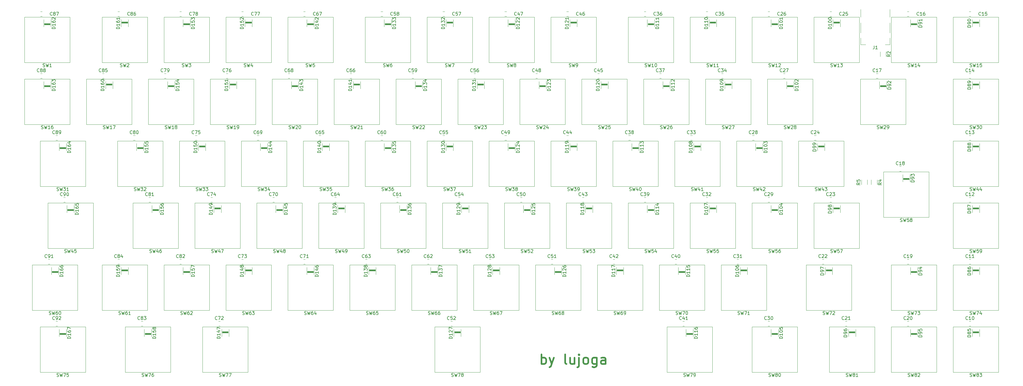
<source format=gto>
G04 #@! TF.GenerationSoftware,KiCad,Pcbnew,5.1.10*
G04 #@! TF.CreationDate,2021-07-18T23:08:07+02:00*
G04 #@! TF.ProjectId,kezboard-pcb,6b657a62-6f61-4726-942d-7063622e6b69,rev?*
G04 #@! TF.SameCoordinates,Original*
G04 #@! TF.FileFunction,Legend,Top*
G04 #@! TF.FilePolarity,Positive*
%FSLAX46Y46*%
G04 Gerber Fmt 4.6, Leading zero omitted, Abs format (unit mm)*
G04 Created by KiCad (PCBNEW 5.1.10) date 2021-07-18 23:08:07*
%MOMM*%
%LPD*%
G01*
G04 APERTURE LIST*
%ADD10C,0.500000*%
%ADD11C,0.120000*%
%ADD12C,0.100000*%
%ADD13C,0.150000*%
%ADD14C,0.750000*%
%ADD15C,0.350000*%
%ADD16C,2.200000*%
%ADD17C,4.000000*%
%ADD18C,1.700000*%
%ADD19R,0.300000X1.200000*%
%ADD20O,1.000000X1.600000*%
%ADD21R,0.200000X1.000000*%
%ADD22C,0.650000*%
%ADD23R,0.700000X0.700000*%
G04 APERTURE END LIST*
D10*
X199692857Y-147357142D02*
X199692857Y-144357142D01*
X199692857Y-145500000D02*
X199978571Y-145357142D01*
X200550000Y-145357142D01*
X200835714Y-145500000D01*
X200978571Y-145642857D01*
X201121428Y-145928571D01*
X201121428Y-146785714D01*
X200978571Y-147071428D01*
X200835714Y-147214285D01*
X200550000Y-147357142D01*
X199978571Y-147357142D01*
X199692857Y-147214285D01*
X202121428Y-145357142D02*
X202835714Y-147357142D01*
X203550000Y-145357142D02*
X202835714Y-147357142D01*
X202550000Y-148071428D01*
X202407142Y-148214285D01*
X202121428Y-148357142D01*
X207407142Y-147357142D02*
X207121428Y-147214285D01*
X206978571Y-146928571D01*
X206978571Y-144357142D01*
X209835714Y-145357142D02*
X209835714Y-147357142D01*
X208550000Y-145357142D02*
X208550000Y-146928571D01*
X208692857Y-147214285D01*
X208978571Y-147357142D01*
X209407142Y-147357142D01*
X209692857Y-147214285D01*
X209835714Y-147071428D01*
X211264285Y-145357142D02*
X211264285Y-147928571D01*
X211121428Y-148214285D01*
X210835714Y-148357142D01*
X210692857Y-148357142D01*
X211264285Y-144357142D02*
X211121428Y-144500000D01*
X211264285Y-144642857D01*
X211407142Y-144500000D01*
X211264285Y-144357142D01*
X211264285Y-144642857D01*
X213121428Y-147357142D02*
X212835714Y-147214285D01*
X212692857Y-147071428D01*
X212550000Y-146785714D01*
X212550000Y-145928571D01*
X212692857Y-145642857D01*
X212835714Y-145500000D01*
X213121428Y-145357142D01*
X213550000Y-145357142D01*
X213835714Y-145500000D01*
X213978571Y-145642857D01*
X214121428Y-145928571D01*
X214121428Y-146785714D01*
X213978571Y-147071428D01*
X213835714Y-147214285D01*
X213550000Y-147357142D01*
X213121428Y-147357142D01*
X216692857Y-145357142D02*
X216692857Y-147785714D01*
X216550000Y-148071428D01*
X216407142Y-148214285D01*
X216121428Y-148357142D01*
X215692857Y-148357142D01*
X215407142Y-148214285D01*
X216692857Y-147214285D02*
X216407142Y-147357142D01*
X215835714Y-147357142D01*
X215550000Y-147214285D01*
X215407142Y-147071428D01*
X215264285Y-146785714D01*
X215264285Y-145928571D01*
X215407142Y-145642857D01*
X215550000Y-145500000D01*
X215835714Y-145357142D01*
X216407142Y-145357142D01*
X216692857Y-145500000D01*
X219407142Y-147357142D02*
X219407142Y-145785714D01*
X219264285Y-145500000D01*
X218978571Y-145357142D01*
X218407142Y-145357142D01*
X218121428Y-145500000D01*
X219407142Y-147214285D02*
X219121428Y-147357142D01*
X218407142Y-147357142D01*
X218121428Y-147214285D01*
X217978571Y-146928571D01*
X217978571Y-146642857D01*
X218121428Y-146357142D01*
X218407142Y-146214285D01*
X219121428Y-146214285D01*
X219407142Y-146071428D01*
D11*
X318928750Y-88265000D02*
X318928750Y-102235000D01*
X304958750Y-88265000D02*
X318928750Y-88265000D01*
X304958750Y-102235000D02*
X304958750Y-88265000D01*
X318928750Y-102235000D02*
X304958750Y-102235000D01*
X311785000Y-59690000D02*
X311785000Y-73660000D01*
X297815000Y-59690000D02*
X311785000Y-59690000D01*
X297815000Y-73660000D02*
X297815000Y-59690000D01*
X311785000Y-73660000D02*
X297815000Y-73660000D01*
X180816250Y-135890000D02*
X180816250Y-149860000D01*
X166846250Y-135890000D02*
X180816250Y-135890000D01*
X166846250Y-149860000D02*
X166846250Y-135890000D01*
X180816250Y-149860000D02*
X166846250Y-149860000D01*
X299987500Y-92167064D02*
X299987500Y-90712936D01*
X298167500Y-92167064D02*
X298167500Y-90712936D01*
X301167500Y-90712936D02*
X301167500Y-92167064D01*
X302987500Y-90712936D02*
X302987500Y-92167064D01*
X303890000Y-51306436D02*
X303890000Y-52760564D01*
X305710000Y-51306436D02*
X305710000Y-52760564D01*
X297928750Y-42450000D02*
X297928750Y-45450000D01*
X306908750Y-45450000D02*
X306908750Y-42450000D01*
X297928750Y-49100000D02*
X299418750Y-49100000D01*
X306908750Y-49100000D02*
X306908750Y-47100000D01*
X305418750Y-49100000D02*
X306908750Y-49100000D01*
X297928750Y-47100000D02*
X297928750Y-49100000D01*
X297928750Y-38310000D02*
X297928750Y-40650000D01*
X306908750Y-40650000D02*
X306908750Y-38310000D01*
X50807252Y-134202500D02*
X50284748Y-134202500D01*
X50807252Y-135672500D02*
X50284748Y-135672500D01*
X48426002Y-115152500D02*
X47903498Y-115152500D01*
X48426002Y-116622500D02*
X47903498Y-116622500D01*
X53188502Y-96102500D02*
X52665998Y-96102500D01*
X53188502Y-97572500D02*
X52665998Y-97572500D01*
X50807252Y-77052500D02*
X50284748Y-77052500D01*
X50807252Y-78522500D02*
X50284748Y-78522500D01*
X46044752Y-58002500D02*
X45522248Y-58002500D01*
X46044752Y-59472500D02*
X45522248Y-59472500D01*
X46044752Y-38952500D02*
X45522248Y-38952500D01*
X46044752Y-40422500D02*
X45522248Y-40422500D01*
X69334748Y-40422500D02*
X69857252Y-40422500D01*
X69334748Y-38952500D02*
X69857252Y-38952500D01*
X64572248Y-59472500D02*
X65094752Y-59472500D01*
X64572248Y-58002500D02*
X65094752Y-58002500D01*
X69334748Y-116622500D02*
X69857252Y-116622500D01*
X69334748Y-115152500D02*
X69857252Y-115152500D01*
X77001002Y-134202500D02*
X76478498Y-134202500D01*
X77001002Y-135672500D02*
X76478498Y-135672500D01*
X88907252Y-115152500D02*
X88384748Y-115152500D01*
X88907252Y-116622500D02*
X88384748Y-116622500D01*
X79382252Y-96102500D02*
X78859748Y-96102500D01*
X79382252Y-97572500D02*
X78859748Y-97572500D01*
X74619752Y-77052500D02*
X74097248Y-77052500D01*
X74619752Y-78522500D02*
X74097248Y-78522500D01*
X84144752Y-58002500D02*
X83622248Y-58002500D01*
X84144752Y-59472500D02*
X83622248Y-59472500D01*
X88907252Y-38952500D02*
X88384748Y-38952500D01*
X88907252Y-40422500D02*
X88384748Y-40422500D01*
X107434748Y-40422500D02*
X107957252Y-40422500D01*
X107434748Y-38952500D02*
X107957252Y-38952500D01*
X102672248Y-59472500D02*
X103194752Y-59472500D01*
X102672248Y-58002500D02*
X103194752Y-58002500D01*
X93147248Y-78522500D02*
X93669752Y-78522500D01*
X93147248Y-77052500D02*
X93669752Y-77052500D01*
X97909748Y-97572500D02*
X98432252Y-97572500D01*
X97909748Y-96102500D02*
X98432252Y-96102500D01*
X107434748Y-116622500D02*
X107957252Y-116622500D01*
X107434748Y-115152500D02*
X107957252Y-115152500D01*
X100290998Y-135672500D02*
X100813502Y-135672500D01*
X100290998Y-134202500D02*
X100813502Y-134202500D01*
X127007252Y-115152500D02*
X126484748Y-115152500D01*
X127007252Y-116622500D02*
X126484748Y-116622500D01*
X117482252Y-96102500D02*
X116959748Y-96102500D01*
X117482252Y-97572500D02*
X116959748Y-97572500D01*
X112719752Y-77052500D02*
X112197248Y-77052500D01*
X112719752Y-78522500D02*
X112197248Y-78522500D01*
X122244752Y-58002500D02*
X121722248Y-58002500D01*
X122244752Y-59472500D02*
X121722248Y-59472500D01*
X127007252Y-38952500D02*
X126484748Y-38952500D01*
X127007252Y-40422500D02*
X126484748Y-40422500D01*
X140772248Y-59472500D02*
X141294752Y-59472500D01*
X140772248Y-58002500D02*
X141294752Y-58002500D01*
X131247248Y-78522500D02*
X131769752Y-78522500D01*
X131247248Y-77052500D02*
X131769752Y-77052500D01*
X136009748Y-97572500D02*
X136532252Y-97572500D01*
X136009748Y-96102500D02*
X136532252Y-96102500D01*
X145534748Y-116622500D02*
X146057252Y-116622500D01*
X145534748Y-115152500D02*
X146057252Y-115152500D01*
X165107252Y-115152500D02*
X164584748Y-115152500D01*
X165107252Y-116622500D02*
X164584748Y-116622500D01*
X155582252Y-96102500D02*
X155059748Y-96102500D01*
X155582252Y-97572500D02*
X155059748Y-97572500D01*
X150819752Y-77052500D02*
X150297248Y-77052500D01*
X150819752Y-78522500D02*
X150297248Y-78522500D01*
X160344752Y-58002500D02*
X159822248Y-58002500D01*
X160344752Y-59472500D02*
X159822248Y-59472500D01*
X150819752Y-38952500D02*
X150297248Y-38952500D01*
X150819752Y-40422500D02*
X150297248Y-40422500D01*
X169347248Y-38952500D02*
X169869752Y-38952500D01*
X169347248Y-40422500D02*
X169869752Y-40422500D01*
X178872248Y-59472500D02*
X179394752Y-59472500D01*
X178872248Y-58002500D02*
X179394752Y-58002500D01*
X169347248Y-78522500D02*
X169869752Y-78522500D01*
X169347248Y-77052500D02*
X169869752Y-77052500D01*
X174109748Y-97572500D02*
X174632252Y-97572500D01*
X174109748Y-96102500D02*
X174632252Y-96102500D01*
X183634748Y-116622500D02*
X184157252Y-116622500D01*
X183634748Y-115152500D02*
X184157252Y-115152500D01*
X171728498Y-135672500D02*
X172251002Y-135672500D01*
X171728498Y-134202500D02*
X172251002Y-134202500D01*
X203207252Y-115152500D02*
X202684748Y-115152500D01*
X203207252Y-116622500D02*
X202684748Y-116622500D01*
X193682252Y-97572500D02*
X193159748Y-97572500D01*
X193682252Y-96102500D02*
X193159748Y-96102500D01*
X188919752Y-77052500D02*
X188397248Y-77052500D01*
X188919752Y-78522500D02*
X188397248Y-78522500D01*
X198444752Y-58002500D02*
X197922248Y-58002500D01*
X198444752Y-59472500D02*
X197922248Y-59472500D01*
X188919752Y-38952500D02*
X188397248Y-38952500D01*
X188919752Y-40422500D02*
X188397248Y-40422500D01*
X207447248Y-40422500D02*
X207969752Y-40422500D01*
X207447248Y-38952500D02*
X207969752Y-38952500D01*
X216972248Y-59472500D02*
X217494752Y-59472500D01*
X216972248Y-58002500D02*
X217494752Y-58002500D01*
X207447248Y-78522500D02*
X207969752Y-78522500D01*
X207447248Y-77052500D02*
X207969752Y-77052500D01*
X212209748Y-97572500D02*
X212732252Y-97572500D01*
X212209748Y-96102500D02*
X212732252Y-96102500D01*
X221734748Y-116622500D02*
X222257252Y-116622500D01*
X221734748Y-115152500D02*
X222257252Y-115152500D01*
X243688502Y-134202500D02*
X243165998Y-134202500D01*
X243688502Y-135672500D02*
X243165998Y-135672500D01*
X241307252Y-115152500D02*
X240784748Y-115152500D01*
X241307252Y-116622500D02*
X240784748Y-116622500D01*
X231782252Y-96102500D02*
X231259748Y-96102500D01*
X231782252Y-97572500D02*
X231259748Y-97572500D01*
X227019752Y-77052500D02*
X226497248Y-77052500D01*
X227019752Y-78522500D02*
X226497248Y-78522500D01*
X236544752Y-58002500D02*
X236022248Y-58002500D01*
X236544752Y-59472500D02*
X236022248Y-59472500D01*
X231782252Y-38952500D02*
X231259748Y-38952500D01*
X231782252Y-40422500D02*
X231259748Y-40422500D01*
X250309748Y-40422500D02*
X250832252Y-40422500D01*
X250309748Y-38952500D02*
X250832252Y-38952500D01*
X255072248Y-59472500D02*
X255594752Y-59472500D01*
X255072248Y-58002500D02*
X255594752Y-58002500D01*
X245547248Y-78522500D02*
X246069752Y-78522500D01*
X245547248Y-77052500D02*
X246069752Y-77052500D01*
X250309748Y-97572500D02*
X250832252Y-97572500D01*
X250309748Y-96102500D02*
X250832252Y-96102500D01*
X259834748Y-116622500D02*
X260357252Y-116622500D01*
X259834748Y-115152500D02*
X260357252Y-115152500D01*
X269882252Y-134202500D02*
X269359748Y-134202500D01*
X269882252Y-135672500D02*
X269359748Y-135672500D01*
X269882252Y-96102500D02*
X269359748Y-96102500D01*
X269882252Y-97572500D02*
X269359748Y-97572500D01*
X265119752Y-77052500D02*
X264597248Y-77052500D01*
X265119752Y-78522500D02*
X264597248Y-78522500D01*
X274644752Y-58002500D02*
X274122248Y-58002500D01*
X274644752Y-59472500D02*
X274122248Y-59472500D01*
X269882252Y-38952500D02*
X269359748Y-38952500D01*
X269882252Y-40422500D02*
X269359748Y-40422500D01*
X288409748Y-40422500D02*
X288932252Y-40422500D01*
X288409748Y-38952500D02*
X288932252Y-38952500D01*
X283647248Y-78522500D02*
X284169752Y-78522500D01*
X283647248Y-77052500D02*
X284169752Y-77052500D01*
X288409748Y-97572500D02*
X288932252Y-97572500D01*
X288409748Y-96102500D02*
X288932252Y-96102500D01*
X286028498Y-116622500D02*
X286551002Y-116622500D01*
X286028498Y-115152500D02*
X286551002Y-115152500D01*
X293172248Y-135672500D02*
X293694752Y-135672500D01*
X293172248Y-134202500D02*
X293694752Y-134202500D01*
X312744752Y-134202500D02*
X312222248Y-134202500D01*
X312744752Y-135672500D02*
X312222248Y-135672500D01*
X312744752Y-115152500D02*
X312222248Y-115152500D01*
X312744752Y-116622500D02*
X312222248Y-116622500D01*
X310363502Y-86577500D02*
X309840998Y-86577500D01*
X310363502Y-88047500D02*
X309840998Y-88047500D01*
X303219752Y-58002500D02*
X302697248Y-58002500D01*
X303219752Y-59472500D02*
X302697248Y-59472500D01*
X312744752Y-38952500D02*
X312222248Y-38952500D01*
X312744752Y-40422500D02*
X312222248Y-40422500D01*
X331272248Y-40422500D02*
X331794752Y-40422500D01*
X331272248Y-38952500D02*
X331794752Y-38952500D01*
X331272248Y-59472500D02*
X331794752Y-59472500D01*
X331272248Y-58002500D02*
X331794752Y-58002500D01*
X331272248Y-78522500D02*
X331794752Y-78522500D01*
X331272248Y-77052500D02*
X331794752Y-77052500D01*
X331272248Y-97572500D02*
X331794752Y-97572500D01*
X331272248Y-96102500D02*
X331794752Y-96102500D01*
X331272248Y-116622500D02*
X331794752Y-116622500D01*
X331272248Y-115152500D02*
X331794752Y-115152500D01*
X331272248Y-135672500D02*
X331794752Y-135672500D01*
X331272248Y-134202500D02*
X331794752Y-134202500D01*
D12*
G36*
X334275000Y-137345000D02*
G01*
X334275000Y-137745000D01*
X332475000Y-137745000D01*
X332475000Y-137345000D01*
X334275000Y-137345000D01*
G37*
X334275000Y-137345000D02*
X334275000Y-137745000D01*
X332475000Y-137745000D01*
X332475000Y-137345000D01*
X334275000Y-137345000D01*
D11*
X334485000Y-136695000D02*
X334485000Y-138895000D01*
X332265000Y-138895000D02*
X332265000Y-136695000D01*
X332265000Y-119845000D02*
X332265000Y-117645000D01*
X334485000Y-117645000D02*
X334485000Y-119845000D01*
D12*
G36*
X334275000Y-118295000D02*
G01*
X334275000Y-118695000D01*
X332475000Y-118695000D01*
X332475000Y-118295000D01*
X334275000Y-118295000D01*
G37*
X334275000Y-118295000D02*
X334275000Y-118695000D01*
X332475000Y-118695000D01*
X332475000Y-118295000D01*
X334275000Y-118295000D01*
D11*
X332265000Y-100795000D02*
X332265000Y-98595000D01*
X334485000Y-98595000D02*
X334485000Y-100795000D01*
D12*
G36*
X334275000Y-99245000D02*
G01*
X334275000Y-99645000D01*
X332475000Y-99645000D01*
X332475000Y-99245000D01*
X334275000Y-99245000D01*
G37*
X334275000Y-99245000D02*
X334275000Y-99645000D01*
X332475000Y-99645000D01*
X332475000Y-99245000D01*
X334275000Y-99245000D01*
D11*
X332265000Y-81745000D02*
X332265000Y-79545000D01*
X334485000Y-79545000D02*
X334485000Y-81745000D01*
D12*
G36*
X334275000Y-80195000D02*
G01*
X334275000Y-80595000D01*
X332475000Y-80595000D01*
X332475000Y-80195000D01*
X334275000Y-80195000D01*
G37*
X334275000Y-80195000D02*
X334275000Y-80595000D01*
X332475000Y-80595000D01*
X332475000Y-80195000D01*
X334275000Y-80195000D01*
G36*
X334275000Y-61145000D02*
G01*
X334275000Y-61545000D01*
X332475000Y-61545000D01*
X332475000Y-61145000D01*
X334275000Y-61145000D01*
G37*
X334275000Y-61145000D02*
X334275000Y-61545000D01*
X332475000Y-61545000D01*
X332475000Y-61145000D01*
X334275000Y-61145000D01*
D11*
X334485000Y-60495000D02*
X334485000Y-62695000D01*
X332265000Y-62695000D02*
X332265000Y-60495000D01*
X332265000Y-43645000D02*
X332265000Y-41445000D01*
X334485000Y-41445000D02*
X334485000Y-43645000D01*
D12*
G36*
X334275000Y-42095000D02*
G01*
X334275000Y-42495000D01*
X332475000Y-42495000D01*
X332475000Y-42095000D01*
X334275000Y-42095000D01*
G37*
X334275000Y-42095000D02*
X334275000Y-42495000D01*
X332475000Y-42495000D01*
X332475000Y-42095000D01*
X334275000Y-42095000D01*
G36*
X313425000Y-42995000D02*
G01*
X313425000Y-42595000D01*
X315225000Y-42595000D01*
X315225000Y-42995000D01*
X313425000Y-42995000D01*
G37*
X313425000Y-42995000D02*
X313425000Y-42595000D01*
X315225000Y-42595000D01*
X315225000Y-42995000D01*
X313425000Y-42995000D01*
D11*
X313215000Y-43645000D02*
X313215000Y-41445000D01*
X315435000Y-41445000D02*
X315435000Y-43645000D01*
X305910000Y-60495000D02*
X305910000Y-62695000D01*
X303690000Y-62695000D02*
X303690000Y-60495000D01*
D12*
G36*
X303900000Y-62045000D02*
G01*
X303900000Y-61645000D01*
X305700000Y-61645000D01*
X305700000Y-62045000D01*
X303900000Y-62045000D01*
G37*
X303900000Y-62045000D02*
X303900000Y-61645000D01*
X305700000Y-61645000D01*
X305700000Y-62045000D01*
X303900000Y-62045000D01*
G36*
X311043750Y-90620000D02*
G01*
X311043750Y-90220000D01*
X312843750Y-90220000D01*
X312843750Y-90620000D01*
X311043750Y-90620000D01*
G37*
X311043750Y-90620000D02*
X311043750Y-90220000D01*
X312843750Y-90220000D01*
X312843750Y-90620000D01*
X311043750Y-90620000D01*
D11*
X310833750Y-91270000D02*
X310833750Y-89070000D01*
X313053750Y-89070000D02*
X313053750Y-91270000D01*
X315435000Y-117645000D02*
X315435000Y-119845000D01*
X313215000Y-119845000D02*
X313215000Y-117645000D01*
D12*
G36*
X313425000Y-119195000D02*
G01*
X313425000Y-118795000D01*
X315225000Y-118795000D01*
X315225000Y-119195000D01*
X313425000Y-119195000D01*
G37*
X313425000Y-119195000D02*
X313425000Y-118795000D01*
X315225000Y-118795000D01*
X315225000Y-119195000D01*
X313425000Y-119195000D01*
D11*
X315435000Y-136695000D02*
X315435000Y-138895000D01*
X313215000Y-138895000D02*
X313215000Y-136695000D01*
D12*
G36*
X313425000Y-138245000D02*
G01*
X313425000Y-137845000D01*
X315225000Y-137845000D01*
X315225000Y-138245000D01*
X313425000Y-138245000D01*
G37*
X313425000Y-138245000D02*
X313425000Y-137845000D01*
X315225000Y-137845000D01*
X315225000Y-138245000D01*
X313425000Y-138245000D01*
G36*
X296175000Y-137345000D02*
G01*
X296175000Y-137745000D01*
X294375000Y-137745000D01*
X294375000Y-137345000D01*
X296175000Y-137345000D01*
G37*
X296175000Y-137345000D02*
X296175000Y-137745000D01*
X294375000Y-137745000D01*
X294375000Y-137345000D01*
X296175000Y-137345000D01*
D11*
X296385000Y-136695000D02*
X296385000Y-138895000D01*
X294165000Y-138895000D02*
X294165000Y-136695000D01*
X287021250Y-119845000D02*
X287021250Y-117645000D01*
X289241250Y-117645000D02*
X289241250Y-119845000D01*
D12*
G36*
X289031250Y-118295000D02*
G01*
X289031250Y-118695000D01*
X287231250Y-118695000D01*
X287231250Y-118295000D01*
X289031250Y-118295000D01*
G37*
X289031250Y-118295000D02*
X289031250Y-118695000D01*
X287231250Y-118695000D01*
X287231250Y-118295000D01*
X289031250Y-118295000D01*
D11*
X289402500Y-100795000D02*
X289402500Y-98595000D01*
X291622500Y-98595000D02*
X291622500Y-100795000D01*
D12*
G36*
X291412500Y-99245000D02*
G01*
X291412500Y-99645000D01*
X289612500Y-99645000D01*
X289612500Y-99245000D01*
X291412500Y-99245000D01*
G37*
X291412500Y-99245000D02*
X291412500Y-99645000D01*
X289612500Y-99645000D01*
X289612500Y-99245000D01*
X291412500Y-99245000D01*
D11*
X284640000Y-81745000D02*
X284640000Y-79545000D01*
X286860000Y-79545000D02*
X286860000Y-81745000D01*
D12*
G36*
X286650000Y-80195000D02*
G01*
X286650000Y-80595000D01*
X284850000Y-80595000D01*
X284850000Y-80195000D01*
X286650000Y-80195000D01*
G37*
X286650000Y-80195000D02*
X286650000Y-80595000D01*
X284850000Y-80595000D01*
X284850000Y-80195000D01*
X286650000Y-80195000D01*
D11*
X289402500Y-43645000D02*
X289402500Y-41445000D01*
X291622500Y-41445000D02*
X291622500Y-43645000D01*
D12*
G36*
X291412500Y-42095000D02*
G01*
X291412500Y-42495000D01*
X289612500Y-42495000D01*
X289612500Y-42095000D01*
X291412500Y-42095000D01*
G37*
X291412500Y-42095000D02*
X291412500Y-42495000D01*
X289612500Y-42495000D01*
X289612500Y-42095000D01*
X291412500Y-42095000D01*
D11*
X272572500Y-41445000D02*
X272572500Y-43645000D01*
X270352500Y-43645000D02*
X270352500Y-41445000D01*
D12*
G36*
X270562500Y-42995000D02*
G01*
X270562500Y-42595000D01*
X272362500Y-42595000D01*
X272362500Y-42995000D01*
X270562500Y-42995000D01*
G37*
X270562500Y-42995000D02*
X270562500Y-42595000D01*
X272362500Y-42595000D01*
X272362500Y-42995000D01*
X270562500Y-42995000D01*
G36*
X275325000Y-62045000D02*
G01*
X275325000Y-61645000D01*
X277125000Y-61645000D01*
X277125000Y-62045000D01*
X275325000Y-62045000D01*
G37*
X275325000Y-62045000D02*
X275325000Y-61645000D01*
X277125000Y-61645000D01*
X277125000Y-62045000D01*
X275325000Y-62045000D01*
D11*
X275115000Y-62695000D02*
X275115000Y-60495000D01*
X277335000Y-60495000D02*
X277335000Y-62695000D01*
X267810000Y-79545000D02*
X267810000Y-81745000D01*
X265590000Y-81745000D02*
X265590000Y-79545000D01*
D12*
G36*
X265800000Y-81095000D02*
G01*
X265800000Y-80695000D01*
X267600000Y-80695000D01*
X267600000Y-81095000D01*
X265800000Y-81095000D01*
G37*
X265800000Y-81095000D02*
X265800000Y-80695000D01*
X267600000Y-80695000D01*
X267600000Y-81095000D01*
X265800000Y-81095000D01*
D11*
X272572500Y-98595000D02*
X272572500Y-100795000D01*
X270352500Y-100795000D02*
X270352500Y-98595000D01*
D12*
G36*
X270562500Y-100145000D02*
G01*
X270562500Y-99745000D01*
X272362500Y-99745000D01*
X272362500Y-100145000D01*
X270562500Y-100145000D01*
G37*
X270562500Y-100145000D02*
X270562500Y-99745000D01*
X272362500Y-99745000D01*
X272362500Y-100145000D01*
X270562500Y-100145000D01*
D11*
X272572500Y-136695000D02*
X272572500Y-138895000D01*
X270352500Y-138895000D02*
X270352500Y-136695000D01*
D12*
G36*
X270562500Y-138245000D02*
G01*
X270562500Y-137845000D01*
X272362500Y-137845000D01*
X272362500Y-138245000D01*
X270562500Y-138245000D01*
G37*
X270562500Y-138245000D02*
X270562500Y-137845000D01*
X272362500Y-137845000D01*
X272362500Y-138245000D01*
X270562500Y-138245000D01*
D11*
X260827500Y-119845000D02*
X260827500Y-117645000D01*
X263047500Y-117645000D02*
X263047500Y-119845000D01*
D12*
G36*
X262837500Y-118295000D02*
G01*
X262837500Y-118695000D01*
X261037500Y-118695000D01*
X261037500Y-118295000D01*
X262837500Y-118295000D01*
G37*
X262837500Y-118295000D02*
X262837500Y-118695000D01*
X261037500Y-118695000D01*
X261037500Y-118295000D01*
X262837500Y-118295000D01*
D11*
X251302500Y-100795000D02*
X251302500Y-98595000D01*
X253522500Y-98595000D02*
X253522500Y-100795000D01*
D12*
G36*
X253312500Y-99245000D02*
G01*
X253312500Y-99645000D01*
X251512500Y-99645000D01*
X251512500Y-99245000D01*
X253312500Y-99245000D01*
G37*
X253312500Y-99245000D02*
X253312500Y-99645000D01*
X251512500Y-99645000D01*
X251512500Y-99245000D01*
X253312500Y-99245000D01*
D11*
X246540000Y-81745000D02*
X246540000Y-79545000D01*
X248760000Y-79545000D02*
X248760000Y-81745000D01*
D12*
G36*
X248550000Y-80195000D02*
G01*
X248550000Y-80595000D01*
X246750000Y-80595000D01*
X246750000Y-80195000D01*
X248550000Y-80195000D01*
G37*
X248550000Y-80195000D02*
X248550000Y-80595000D01*
X246750000Y-80595000D01*
X246750000Y-80195000D01*
X248550000Y-80195000D01*
D11*
X256065000Y-62695000D02*
X256065000Y-60495000D01*
X258285000Y-60495000D02*
X258285000Y-62695000D01*
D12*
G36*
X258075000Y-61145000D02*
G01*
X258075000Y-61545000D01*
X256275000Y-61545000D01*
X256275000Y-61145000D01*
X258075000Y-61145000D01*
G37*
X258075000Y-61145000D02*
X258075000Y-61545000D01*
X256275000Y-61545000D01*
X256275000Y-61145000D01*
X258075000Y-61145000D01*
D11*
X251302500Y-43645000D02*
X251302500Y-41445000D01*
X253522500Y-41445000D02*
X253522500Y-43645000D01*
D12*
G36*
X253312500Y-42095000D02*
G01*
X253312500Y-42495000D01*
X251512500Y-42495000D01*
X251512500Y-42095000D01*
X253312500Y-42095000D01*
G37*
X253312500Y-42095000D02*
X253312500Y-42495000D01*
X251512500Y-42495000D01*
X251512500Y-42095000D01*
X253312500Y-42095000D01*
D11*
X234472500Y-41445000D02*
X234472500Y-43645000D01*
X232252500Y-43645000D02*
X232252500Y-41445000D01*
D12*
G36*
X232462500Y-42995000D02*
G01*
X232462500Y-42595000D01*
X234262500Y-42595000D01*
X234262500Y-42995000D01*
X232462500Y-42995000D01*
G37*
X232462500Y-42995000D02*
X232462500Y-42595000D01*
X234262500Y-42595000D01*
X234262500Y-42995000D01*
X232462500Y-42995000D01*
D11*
X239235000Y-60495000D02*
X239235000Y-62695000D01*
X237015000Y-62695000D02*
X237015000Y-60495000D01*
D12*
G36*
X237225000Y-62045000D02*
G01*
X237225000Y-61645000D01*
X239025000Y-61645000D01*
X239025000Y-62045000D01*
X237225000Y-62045000D01*
G37*
X237225000Y-62045000D02*
X237225000Y-61645000D01*
X239025000Y-61645000D01*
X239025000Y-62045000D01*
X237225000Y-62045000D01*
D11*
X229710000Y-79545000D02*
X229710000Y-81745000D01*
X227490000Y-81745000D02*
X227490000Y-79545000D01*
D12*
G36*
X227700000Y-81095000D02*
G01*
X227700000Y-80695000D01*
X229500000Y-80695000D01*
X229500000Y-81095000D01*
X227700000Y-81095000D01*
G37*
X227700000Y-81095000D02*
X227700000Y-80695000D01*
X229500000Y-80695000D01*
X229500000Y-81095000D01*
X227700000Y-81095000D01*
D11*
X234472500Y-98595000D02*
X234472500Y-100795000D01*
X232252500Y-100795000D02*
X232252500Y-98595000D01*
D12*
G36*
X232462500Y-100145000D02*
G01*
X232462500Y-99745000D01*
X234262500Y-99745000D01*
X234262500Y-100145000D01*
X232462500Y-100145000D01*
G37*
X232462500Y-100145000D02*
X232462500Y-99745000D01*
X234262500Y-99745000D01*
X234262500Y-100145000D01*
X232462500Y-100145000D01*
D11*
X243997500Y-117645000D02*
X243997500Y-119845000D01*
X241777500Y-119845000D02*
X241777500Y-117645000D01*
D12*
G36*
X241987500Y-119195000D02*
G01*
X241987500Y-118795000D01*
X243787500Y-118795000D01*
X243787500Y-119195000D01*
X241987500Y-119195000D01*
G37*
X241987500Y-119195000D02*
X241987500Y-118795000D01*
X243787500Y-118795000D01*
X243787500Y-119195000D01*
X241987500Y-119195000D01*
D11*
X246378750Y-136695000D02*
X246378750Y-138895000D01*
X244158750Y-138895000D02*
X244158750Y-136695000D01*
D12*
G36*
X244368750Y-138245000D02*
G01*
X244368750Y-137845000D01*
X246168750Y-137845000D01*
X246168750Y-138245000D01*
X244368750Y-138245000D01*
G37*
X244368750Y-138245000D02*
X244368750Y-137845000D01*
X246168750Y-137845000D01*
X246168750Y-138245000D01*
X244368750Y-138245000D01*
D11*
X222727500Y-119845000D02*
X222727500Y-117645000D01*
X224947500Y-117645000D02*
X224947500Y-119845000D01*
D12*
G36*
X224737500Y-118295000D02*
G01*
X224737500Y-118695000D01*
X222937500Y-118695000D01*
X222937500Y-118295000D01*
X224737500Y-118295000D01*
G37*
X224737500Y-118295000D02*
X224737500Y-118695000D01*
X222937500Y-118695000D01*
X222937500Y-118295000D01*
X224737500Y-118295000D01*
D11*
X213202500Y-100795000D02*
X213202500Y-98595000D01*
X215422500Y-98595000D02*
X215422500Y-100795000D01*
D12*
G36*
X215212500Y-99245000D02*
G01*
X215212500Y-99645000D01*
X213412500Y-99645000D01*
X213412500Y-99245000D01*
X215212500Y-99245000D01*
G37*
X215212500Y-99245000D02*
X215212500Y-99645000D01*
X213412500Y-99645000D01*
X213412500Y-99245000D01*
X215212500Y-99245000D01*
D11*
X208440000Y-81745000D02*
X208440000Y-79545000D01*
X210660000Y-79545000D02*
X210660000Y-81745000D01*
D12*
G36*
X210450000Y-80195000D02*
G01*
X210450000Y-80595000D01*
X208650000Y-80595000D01*
X208650000Y-80195000D01*
X210450000Y-80195000D01*
G37*
X210450000Y-80195000D02*
X210450000Y-80595000D01*
X208650000Y-80595000D01*
X208650000Y-80195000D01*
X210450000Y-80195000D01*
D11*
X217965000Y-62695000D02*
X217965000Y-60495000D01*
X220185000Y-60495000D02*
X220185000Y-62695000D01*
D12*
G36*
X219975000Y-61145000D02*
G01*
X219975000Y-61545000D01*
X218175000Y-61545000D01*
X218175000Y-61145000D01*
X219975000Y-61145000D01*
G37*
X219975000Y-61145000D02*
X219975000Y-61545000D01*
X218175000Y-61545000D01*
X218175000Y-61145000D01*
X219975000Y-61145000D01*
D11*
X208440000Y-43645000D02*
X208440000Y-41445000D01*
X210660000Y-41445000D02*
X210660000Y-43645000D01*
D12*
G36*
X210450000Y-42095000D02*
G01*
X210450000Y-42495000D01*
X208650000Y-42495000D01*
X208650000Y-42095000D01*
X210450000Y-42095000D01*
G37*
X210450000Y-42095000D02*
X210450000Y-42495000D01*
X208650000Y-42495000D01*
X208650000Y-42095000D01*
X210450000Y-42095000D01*
D11*
X191610000Y-41445000D02*
X191610000Y-43645000D01*
X189390000Y-43645000D02*
X189390000Y-41445000D01*
D12*
G36*
X189600000Y-42995000D02*
G01*
X189600000Y-42595000D01*
X191400000Y-42595000D01*
X191400000Y-42995000D01*
X189600000Y-42995000D01*
G37*
X189600000Y-42995000D02*
X189600000Y-42595000D01*
X191400000Y-42595000D01*
X191400000Y-42995000D01*
X189600000Y-42995000D01*
G36*
X199125000Y-62045000D02*
G01*
X199125000Y-61645000D01*
X200925000Y-61645000D01*
X200925000Y-62045000D01*
X199125000Y-62045000D01*
G37*
X199125000Y-62045000D02*
X199125000Y-61645000D01*
X200925000Y-61645000D01*
X200925000Y-62045000D01*
X199125000Y-62045000D01*
D11*
X198915000Y-62695000D02*
X198915000Y-60495000D01*
X201135000Y-60495000D02*
X201135000Y-62695000D01*
X191610000Y-79545000D02*
X191610000Y-81745000D01*
X189390000Y-81745000D02*
X189390000Y-79545000D01*
D12*
G36*
X189600000Y-81095000D02*
G01*
X189600000Y-80695000D01*
X191400000Y-80695000D01*
X191400000Y-81095000D01*
X189600000Y-81095000D01*
G37*
X189600000Y-81095000D02*
X189600000Y-80695000D01*
X191400000Y-80695000D01*
X191400000Y-81095000D01*
X189600000Y-81095000D01*
D11*
X196372500Y-98595000D02*
X196372500Y-100795000D01*
X194152500Y-100795000D02*
X194152500Y-98595000D01*
D12*
G36*
X194362500Y-100145000D02*
G01*
X194362500Y-99745000D01*
X196162500Y-99745000D01*
X196162500Y-100145000D01*
X194362500Y-100145000D01*
G37*
X194362500Y-100145000D02*
X194362500Y-99745000D01*
X196162500Y-99745000D01*
X196162500Y-100145000D01*
X194362500Y-100145000D01*
D11*
X205897500Y-117645000D02*
X205897500Y-119845000D01*
X203677500Y-119845000D02*
X203677500Y-117645000D01*
D12*
G36*
X203887500Y-119195000D02*
G01*
X203887500Y-118795000D01*
X205687500Y-118795000D01*
X205687500Y-119195000D01*
X203887500Y-119195000D01*
G37*
X203887500Y-119195000D02*
X203887500Y-118795000D01*
X205687500Y-118795000D01*
X205687500Y-119195000D01*
X203887500Y-119195000D01*
D11*
X172721250Y-138895000D02*
X172721250Y-136695000D01*
X174941250Y-136695000D02*
X174941250Y-138895000D01*
D12*
G36*
X174731250Y-137345000D02*
G01*
X174731250Y-137745000D01*
X172931250Y-137745000D01*
X172931250Y-137345000D01*
X174731250Y-137345000D01*
G37*
X174731250Y-137345000D02*
X174731250Y-137745000D01*
X172931250Y-137745000D01*
X172931250Y-137345000D01*
X174731250Y-137345000D01*
D11*
X184627500Y-119845000D02*
X184627500Y-117645000D01*
X186847500Y-117645000D02*
X186847500Y-119845000D01*
D12*
G36*
X186637500Y-118295000D02*
G01*
X186637500Y-118695000D01*
X184837500Y-118695000D01*
X184837500Y-118295000D01*
X186637500Y-118295000D01*
G37*
X186637500Y-118295000D02*
X186637500Y-118695000D01*
X184837500Y-118695000D01*
X184837500Y-118295000D01*
X186637500Y-118295000D01*
D11*
X175102500Y-100795000D02*
X175102500Y-98595000D01*
X177322500Y-98595000D02*
X177322500Y-100795000D01*
D12*
G36*
X177112500Y-99245000D02*
G01*
X177112500Y-99645000D01*
X175312500Y-99645000D01*
X175312500Y-99245000D01*
X177112500Y-99245000D01*
G37*
X177112500Y-99245000D02*
X177112500Y-99645000D01*
X175312500Y-99645000D01*
X175312500Y-99245000D01*
X177112500Y-99245000D01*
D11*
X170340000Y-81745000D02*
X170340000Y-79545000D01*
X172560000Y-79545000D02*
X172560000Y-81745000D01*
D12*
G36*
X172350000Y-80195000D02*
G01*
X172350000Y-80595000D01*
X170550000Y-80595000D01*
X170550000Y-80195000D01*
X172350000Y-80195000D01*
G37*
X172350000Y-80195000D02*
X172350000Y-80595000D01*
X170550000Y-80595000D01*
X170550000Y-80195000D01*
X172350000Y-80195000D01*
G36*
X181875000Y-61145000D02*
G01*
X181875000Y-61545000D01*
X180075000Y-61545000D01*
X180075000Y-61145000D01*
X181875000Y-61145000D01*
G37*
X181875000Y-61145000D02*
X181875000Y-61545000D01*
X180075000Y-61545000D01*
X180075000Y-61145000D01*
X181875000Y-61145000D01*
D11*
X182085000Y-60495000D02*
X182085000Y-62695000D01*
X179865000Y-62695000D02*
X179865000Y-60495000D01*
D12*
G36*
X172350000Y-42095000D02*
G01*
X172350000Y-42495000D01*
X170550000Y-42495000D01*
X170550000Y-42095000D01*
X172350000Y-42095000D01*
G37*
X172350000Y-42095000D02*
X172350000Y-42495000D01*
X170550000Y-42495000D01*
X170550000Y-42095000D01*
X172350000Y-42095000D01*
D11*
X172560000Y-41445000D02*
X172560000Y-43645000D01*
X170340000Y-43645000D02*
X170340000Y-41445000D01*
D12*
G36*
X151500000Y-42995000D02*
G01*
X151500000Y-42595000D01*
X153300000Y-42595000D01*
X153300000Y-42995000D01*
X151500000Y-42995000D01*
G37*
X151500000Y-42995000D02*
X151500000Y-42595000D01*
X153300000Y-42595000D01*
X153300000Y-42995000D01*
X151500000Y-42995000D01*
D11*
X151290000Y-43645000D02*
X151290000Y-41445000D01*
X153510000Y-41445000D02*
X153510000Y-43645000D01*
D12*
G36*
X161025000Y-62045000D02*
G01*
X161025000Y-61645000D01*
X162825000Y-61645000D01*
X162825000Y-62045000D01*
X161025000Y-62045000D01*
G37*
X161025000Y-62045000D02*
X161025000Y-61645000D01*
X162825000Y-61645000D01*
X162825000Y-62045000D01*
X161025000Y-62045000D01*
D11*
X160815000Y-62695000D02*
X160815000Y-60495000D01*
X163035000Y-60495000D02*
X163035000Y-62695000D01*
X153510000Y-79545000D02*
X153510000Y-81745000D01*
X151290000Y-81745000D02*
X151290000Y-79545000D01*
D12*
G36*
X151500000Y-81095000D02*
G01*
X151500000Y-80695000D01*
X153300000Y-80695000D01*
X153300000Y-81095000D01*
X151500000Y-81095000D01*
G37*
X151500000Y-81095000D02*
X151500000Y-80695000D01*
X153300000Y-80695000D01*
X153300000Y-81095000D01*
X151500000Y-81095000D01*
D11*
X158272500Y-98595000D02*
X158272500Y-100795000D01*
X156052500Y-100795000D02*
X156052500Y-98595000D01*
D12*
G36*
X156262500Y-100145000D02*
G01*
X156262500Y-99745000D01*
X158062500Y-99745000D01*
X158062500Y-100145000D01*
X156262500Y-100145000D01*
G37*
X156262500Y-100145000D02*
X156262500Y-99745000D01*
X158062500Y-99745000D01*
X158062500Y-100145000D01*
X156262500Y-100145000D01*
G36*
X165787500Y-119195000D02*
G01*
X165787500Y-118795000D01*
X167587500Y-118795000D01*
X167587500Y-119195000D01*
X165787500Y-119195000D01*
G37*
X165787500Y-119195000D02*
X165787500Y-118795000D01*
X167587500Y-118795000D01*
X167587500Y-119195000D01*
X165787500Y-119195000D01*
D11*
X165577500Y-119845000D02*
X165577500Y-117645000D01*
X167797500Y-117645000D02*
X167797500Y-119845000D01*
X146527500Y-119845000D02*
X146527500Y-117645000D01*
X148747500Y-117645000D02*
X148747500Y-119845000D01*
D12*
G36*
X148537500Y-118295000D02*
G01*
X148537500Y-118695000D01*
X146737500Y-118695000D01*
X146737500Y-118295000D01*
X148537500Y-118295000D01*
G37*
X148537500Y-118295000D02*
X148537500Y-118695000D01*
X146737500Y-118695000D01*
X146737500Y-118295000D01*
X148537500Y-118295000D01*
D11*
X137002500Y-100795000D02*
X137002500Y-98595000D01*
X139222500Y-98595000D02*
X139222500Y-100795000D01*
D12*
G36*
X139012500Y-99245000D02*
G01*
X139012500Y-99645000D01*
X137212500Y-99645000D01*
X137212500Y-99245000D01*
X139012500Y-99245000D01*
G37*
X139012500Y-99245000D02*
X139012500Y-99645000D01*
X137212500Y-99645000D01*
X137212500Y-99245000D01*
X139012500Y-99245000D01*
D11*
X132240000Y-81745000D02*
X132240000Y-79545000D01*
X134460000Y-79545000D02*
X134460000Y-81745000D01*
D12*
G36*
X134250000Y-80195000D02*
G01*
X134250000Y-80595000D01*
X132450000Y-80595000D01*
X132450000Y-80195000D01*
X134250000Y-80195000D01*
G37*
X134250000Y-80195000D02*
X134250000Y-80595000D01*
X132450000Y-80595000D01*
X132450000Y-80195000D01*
X134250000Y-80195000D01*
G36*
X143775000Y-61145000D02*
G01*
X143775000Y-61545000D01*
X141975000Y-61545000D01*
X141975000Y-61145000D01*
X143775000Y-61145000D01*
G37*
X143775000Y-61145000D02*
X143775000Y-61545000D01*
X141975000Y-61545000D01*
X141975000Y-61145000D01*
X143775000Y-61145000D01*
D11*
X143985000Y-60495000D02*
X143985000Y-62695000D01*
X141765000Y-62695000D02*
X141765000Y-60495000D01*
D12*
G36*
X127687500Y-42995000D02*
G01*
X127687500Y-42595000D01*
X129487500Y-42595000D01*
X129487500Y-42995000D01*
X127687500Y-42995000D01*
G37*
X127687500Y-42995000D02*
X127687500Y-42595000D01*
X129487500Y-42595000D01*
X129487500Y-42995000D01*
X127687500Y-42995000D01*
D11*
X127477500Y-43645000D02*
X127477500Y-41445000D01*
X129697500Y-41445000D02*
X129697500Y-43645000D01*
D12*
G36*
X122925000Y-62045000D02*
G01*
X122925000Y-61645000D01*
X124725000Y-61645000D01*
X124725000Y-62045000D01*
X122925000Y-62045000D01*
G37*
X122925000Y-62045000D02*
X122925000Y-61645000D01*
X124725000Y-61645000D01*
X124725000Y-62045000D01*
X122925000Y-62045000D01*
D11*
X122715000Y-62695000D02*
X122715000Y-60495000D01*
X124935000Y-60495000D02*
X124935000Y-62695000D01*
X115410000Y-79545000D02*
X115410000Y-81745000D01*
X113190000Y-81745000D02*
X113190000Y-79545000D01*
D12*
G36*
X113400000Y-81095000D02*
G01*
X113400000Y-80695000D01*
X115200000Y-80695000D01*
X115200000Y-81095000D01*
X113400000Y-81095000D01*
G37*
X113400000Y-81095000D02*
X113400000Y-80695000D01*
X115200000Y-80695000D01*
X115200000Y-81095000D01*
X113400000Y-81095000D01*
D11*
X120172500Y-98595000D02*
X120172500Y-100795000D01*
X117952500Y-100795000D02*
X117952500Y-98595000D01*
D12*
G36*
X118162500Y-100145000D02*
G01*
X118162500Y-99745000D01*
X119962500Y-99745000D01*
X119962500Y-100145000D01*
X118162500Y-100145000D01*
G37*
X118162500Y-100145000D02*
X118162500Y-99745000D01*
X119962500Y-99745000D01*
X119962500Y-100145000D01*
X118162500Y-100145000D01*
D11*
X129697500Y-117645000D02*
X129697500Y-119845000D01*
X127477500Y-119845000D02*
X127477500Y-117645000D01*
D12*
G36*
X127687500Y-119195000D02*
G01*
X127687500Y-118795000D01*
X129487500Y-118795000D01*
X129487500Y-119195000D01*
X127687500Y-119195000D01*
G37*
X127687500Y-119195000D02*
X127687500Y-118795000D01*
X129487500Y-118795000D01*
X129487500Y-119195000D01*
X127687500Y-119195000D01*
D11*
X101283750Y-138895000D02*
X101283750Y-136695000D01*
X103503750Y-136695000D02*
X103503750Y-138895000D01*
D12*
G36*
X103293750Y-137345000D02*
G01*
X103293750Y-137745000D01*
X101493750Y-137745000D01*
X101493750Y-137345000D01*
X103293750Y-137345000D01*
G37*
X103293750Y-137345000D02*
X103293750Y-137745000D01*
X101493750Y-137745000D01*
X101493750Y-137345000D01*
X103293750Y-137345000D01*
D11*
X108427500Y-119845000D02*
X108427500Y-117645000D01*
X110647500Y-117645000D02*
X110647500Y-119845000D01*
D12*
G36*
X110437500Y-118295000D02*
G01*
X110437500Y-118695000D01*
X108637500Y-118695000D01*
X108637500Y-118295000D01*
X110437500Y-118295000D01*
G37*
X110437500Y-118295000D02*
X110437500Y-118695000D01*
X108637500Y-118695000D01*
X108637500Y-118295000D01*
X110437500Y-118295000D01*
D11*
X98902500Y-100795000D02*
X98902500Y-98595000D01*
X101122500Y-98595000D02*
X101122500Y-100795000D01*
D12*
G36*
X100912500Y-99245000D02*
G01*
X100912500Y-99645000D01*
X99112500Y-99645000D01*
X99112500Y-99245000D01*
X100912500Y-99245000D01*
G37*
X100912500Y-99245000D02*
X100912500Y-99645000D01*
X99112500Y-99645000D01*
X99112500Y-99245000D01*
X100912500Y-99245000D01*
D11*
X94140000Y-81745000D02*
X94140000Y-79545000D01*
X96360000Y-79545000D02*
X96360000Y-81745000D01*
D12*
G36*
X96150000Y-80195000D02*
G01*
X96150000Y-80595000D01*
X94350000Y-80595000D01*
X94350000Y-80195000D01*
X96150000Y-80195000D01*
G37*
X96150000Y-80195000D02*
X96150000Y-80595000D01*
X94350000Y-80595000D01*
X94350000Y-80195000D01*
X96150000Y-80195000D01*
D11*
X103665000Y-62695000D02*
X103665000Y-60495000D01*
X105885000Y-60495000D02*
X105885000Y-62695000D01*
D12*
G36*
X105675000Y-61145000D02*
G01*
X105675000Y-61545000D01*
X103875000Y-61545000D01*
X103875000Y-61145000D01*
X105675000Y-61145000D01*
G37*
X105675000Y-61145000D02*
X105675000Y-61545000D01*
X103875000Y-61545000D01*
X103875000Y-61145000D01*
X105675000Y-61145000D01*
D11*
X108427500Y-43645000D02*
X108427500Y-41445000D01*
X110647500Y-41445000D02*
X110647500Y-43645000D01*
D12*
G36*
X110437500Y-42095000D02*
G01*
X110437500Y-42495000D01*
X108637500Y-42495000D01*
X108637500Y-42095000D01*
X110437500Y-42095000D01*
G37*
X110437500Y-42095000D02*
X110437500Y-42495000D01*
X108637500Y-42495000D01*
X108637500Y-42095000D01*
X110437500Y-42095000D01*
D11*
X91597500Y-41445000D02*
X91597500Y-43645000D01*
X89377500Y-43645000D02*
X89377500Y-41445000D01*
D12*
G36*
X89587500Y-42995000D02*
G01*
X89587500Y-42595000D01*
X91387500Y-42595000D01*
X91387500Y-42995000D01*
X89587500Y-42995000D01*
G37*
X89587500Y-42995000D02*
X89587500Y-42595000D01*
X91387500Y-42595000D01*
X91387500Y-42995000D01*
X89587500Y-42995000D01*
D11*
X86835000Y-60495000D02*
X86835000Y-62695000D01*
X84615000Y-62695000D02*
X84615000Y-60495000D01*
D12*
G36*
X84825000Y-62045000D02*
G01*
X84825000Y-61645000D01*
X86625000Y-61645000D01*
X86625000Y-62045000D01*
X84825000Y-62045000D01*
G37*
X84825000Y-62045000D02*
X84825000Y-61645000D01*
X86625000Y-61645000D01*
X86625000Y-62045000D01*
X84825000Y-62045000D01*
D11*
X77310000Y-79545000D02*
X77310000Y-81745000D01*
X75090000Y-81745000D02*
X75090000Y-79545000D01*
D12*
G36*
X75300000Y-81095000D02*
G01*
X75300000Y-80695000D01*
X77100000Y-80695000D01*
X77100000Y-81095000D01*
X75300000Y-81095000D01*
G37*
X75300000Y-81095000D02*
X75300000Y-80695000D01*
X77100000Y-80695000D01*
X77100000Y-81095000D01*
X75300000Y-81095000D01*
D11*
X82072500Y-98595000D02*
X82072500Y-100795000D01*
X79852500Y-100795000D02*
X79852500Y-98595000D01*
D12*
G36*
X80062500Y-100145000D02*
G01*
X80062500Y-99745000D01*
X81862500Y-99745000D01*
X81862500Y-100145000D01*
X80062500Y-100145000D01*
G37*
X80062500Y-100145000D02*
X80062500Y-99745000D01*
X81862500Y-99745000D01*
X81862500Y-100145000D01*
X80062500Y-100145000D01*
D11*
X91597500Y-117645000D02*
X91597500Y-119845000D01*
X89377500Y-119845000D02*
X89377500Y-117645000D01*
D12*
G36*
X89587500Y-119195000D02*
G01*
X89587500Y-118795000D01*
X91387500Y-118795000D01*
X91387500Y-119195000D01*
X89587500Y-119195000D01*
G37*
X89587500Y-119195000D02*
X89587500Y-118795000D01*
X91387500Y-118795000D01*
X91387500Y-119195000D01*
X89587500Y-119195000D01*
D11*
X79691250Y-136695000D02*
X79691250Y-138895000D01*
X77471250Y-138895000D02*
X77471250Y-136695000D01*
D12*
G36*
X77681250Y-138245000D02*
G01*
X77681250Y-137845000D01*
X79481250Y-137845000D01*
X79481250Y-138245000D01*
X77681250Y-138245000D01*
G37*
X77681250Y-138245000D02*
X77681250Y-137845000D01*
X79481250Y-137845000D01*
X79481250Y-138245000D01*
X77681250Y-138245000D01*
D11*
X70327500Y-119845000D02*
X70327500Y-117645000D01*
X72547500Y-117645000D02*
X72547500Y-119845000D01*
D12*
G36*
X72337500Y-118295000D02*
G01*
X72337500Y-118695000D01*
X70537500Y-118695000D01*
X70537500Y-118295000D01*
X72337500Y-118295000D01*
G37*
X72337500Y-118295000D02*
X72337500Y-118695000D01*
X70537500Y-118695000D01*
X70537500Y-118295000D01*
X72337500Y-118295000D01*
D11*
X65565000Y-62695000D02*
X65565000Y-60495000D01*
X67785000Y-60495000D02*
X67785000Y-62695000D01*
D12*
G36*
X67575000Y-61145000D02*
G01*
X67575000Y-61545000D01*
X65775000Y-61545000D01*
X65775000Y-61145000D01*
X67575000Y-61145000D01*
G37*
X67575000Y-61145000D02*
X67575000Y-61545000D01*
X65775000Y-61545000D01*
X65775000Y-61145000D01*
X67575000Y-61145000D01*
G36*
X72337500Y-42095000D02*
G01*
X72337500Y-42495000D01*
X70537500Y-42495000D01*
X70537500Y-42095000D01*
X72337500Y-42095000D01*
G37*
X72337500Y-42095000D02*
X72337500Y-42495000D01*
X70537500Y-42495000D01*
X70537500Y-42095000D01*
X72337500Y-42095000D01*
D11*
X72547500Y-41445000D02*
X72547500Y-43645000D01*
X70327500Y-43645000D02*
X70327500Y-41445000D01*
D12*
G36*
X46725000Y-42995000D02*
G01*
X46725000Y-42595000D01*
X48525000Y-42595000D01*
X48525000Y-42995000D01*
X46725000Y-42995000D01*
G37*
X46725000Y-42995000D02*
X46725000Y-42595000D01*
X48525000Y-42595000D01*
X48525000Y-42995000D01*
X46725000Y-42995000D01*
D11*
X46515000Y-43645000D02*
X46515000Y-41445000D01*
X48735000Y-41445000D02*
X48735000Y-43645000D01*
D12*
G36*
X46725000Y-62045000D02*
G01*
X46725000Y-61645000D01*
X48525000Y-61645000D01*
X48525000Y-62045000D01*
X46725000Y-62045000D01*
G37*
X46725000Y-62045000D02*
X46725000Y-61645000D01*
X48525000Y-61645000D01*
X48525000Y-62045000D01*
X46725000Y-62045000D01*
D11*
X46515000Y-62695000D02*
X46515000Y-60495000D01*
X48735000Y-60495000D02*
X48735000Y-62695000D01*
X53497500Y-79545000D02*
X53497500Y-81745000D01*
X51277500Y-81745000D02*
X51277500Y-79545000D01*
D12*
G36*
X51487500Y-81095000D02*
G01*
X51487500Y-80695000D01*
X53287500Y-80695000D01*
X53287500Y-81095000D01*
X51487500Y-81095000D01*
G37*
X51487500Y-81095000D02*
X51487500Y-80695000D01*
X53287500Y-80695000D01*
X53287500Y-81095000D01*
X51487500Y-81095000D01*
D11*
X55878750Y-98595000D02*
X55878750Y-100795000D01*
X53658750Y-100795000D02*
X53658750Y-98595000D01*
D12*
G36*
X53868750Y-100145000D02*
G01*
X53868750Y-99745000D01*
X55668750Y-99745000D01*
X55668750Y-100145000D01*
X53868750Y-100145000D01*
G37*
X53868750Y-100145000D02*
X53868750Y-99745000D01*
X55668750Y-99745000D01*
X55668750Y-100145000D01*
X53868750Y-100145000D01*
D11*
X51116250Y-117645000D02*
X51116250Y-119845000D01*
X48896250Y-119845000D02*
X48896250Y-117645000D01*
D12*
G36*
X49106250Y-119195000D02*
G01*
X49106250Y-118795000D01*
X50906250Y-118795000D01*
X50906250Y-119195000D01*
X49106250Y-119195000D01*
G37*
X49106250Y-119195000D02*
X49106250Y-118795000D01*
X50906250Y-118795000D01*
X50906250Y-119195000D01*
X49106250Y-119195000D01*
G36*
X51487500Y-138245000D02*
G01*
X51487500Y-137845000D01*
X53287500Y-137845000D01*
X53287500Y-138245000D01*
X51487500Y-138245000D01*
G37*
X51487500Y-138245000D02*
X51487500Y-137845000D01*
X53287500Y-137845000D01*
X53287500Y-138245000D01*
X51487500Y-138245000D01*
D11*
X51277500Y-138895000D02*
X51277500Y-136695000D01*
X53497500Y-136695000D02*
X53497500Y-138895000D01*
X54610000Y-40640000D02*
X54610000Y-54610000D01*
X40640000Y-40640000D02*
X54610000Y-40640000D01*
X40640000Y-54610000D02*
X40640000Y-40640000D01*
X54610000Y-54610000D02*
X40640000Y-54610000D01*
X78422500Y-40640000D02*
X78422500Y-54610000D01*
X64452500Y-40640000D02*
X78422500Y-40640000D01*
X64452500Y-54610000D02*
X64452500Y-40640000D01*
X78422500Y-54610000D02*
X64452500Y-54610000D01*
X97472500Y-54610000D02*
X83502500Y-54610000D01*
X83502500Y-54610000D02*
X83502500Y-40640000D01*
X83502500Y-40640000D02*
X97472500Y-40640000D01*
X97472500Y-40640000D02*
X97472500Y-54610000D01*
X116522500Y-40640000D02*
X116522500Y-54610000D01*
X102552500Y-40640000D02*
X116522500Y-40640000D01*
X102552500Y-54610000D02*
X102552500Y-40640000D01*
X116522500Y-54610000D02*
X102552500Y-54610000D01*
X135572500Y-54610000D02*
X121602500Y-54610000D01*
X121602500Y-54610000D02*
X121602500Y-40640000D01*
X121602500Y-40640000D02*
X135572500Y-40640000D01*
X135572500Y-40640000D02*
X135572500Y-54610000D01*
X159385000Y-40640000D02*
X159385000Y-54610000D01*
X145415000Y-40640000D02*
X159385000Y-40640000D01*
X145415000Y-54610000D02*
X145415000Y-40640000D01*
X159385000Y-54610000D02*
X145415000Y-54610000D01*
X178435000Y-54610000D02*
X164465000Y-54610000D01*
X164465000Y-54610000D02*
X164465000Y-40640000D01*
X164465000Y-40640000D02*
X178435000Y-40640000D01*
X178435000Y-40640000D02*
X178435000Y-54610000D01*
X197485000Y-40640000D02*
X197485000Y-54610000D01*
X183515000Y-40640000D02*
X197485000Y-40640000D01*
X183515000Y-54610000D02*
X183515000Y-40640000D01*
X197485000Y-54610000D02*
X183515000Y-54610000D01*
X216535000Y-40640000D02*
X216535000Y-54610000D01*
X202565000Y-40640000D02*
X216535000Y-40640000D01*
X202565000Y-54610000D02*
X202565000Y-40640000D01*
X216535000Y-54610000D02*
X202565000Y-54610000D01*
X240347500Y-54610000D02*
X226377500Y-54610000D01*
X226377500Y-54610000D02*
X226377500Y-40640000D01*
X226377500Y-40640000D02*
X240347500Y-40640000D01*
X240347500Y-40640000D02*
X240347500Y-54610000D01*
X259397500Y-40640000D02*
X259397500Y-54610000D01*
X245427500Y-40640000D02*
X259397500Y-40640000D01*
X245427500Y-54610000D02*
X245427500Y-40640000D01*
X259397500Y-54610000D02*
X245427500Y-54610000D01*
X278447500Y-40640000D02*
X278447500Y-54610000D01*
X264477500Y-40640000D02*
X278447500Y-40640000D01*
X264477500Y-54610000D02*
X264477500Y-40640000D01*
X278447500Y-54610000D02*
X264477500Y-54610000D01*
X297497500Y-40640000D02*
X297497500Y-54610000D01*
X283527500Y-40640000D02*
X297497500Y-40640000D01*
X283527500Y-54610000D02*
X283527500Y-40640000D01*
X297497500Y-54610000D02*
X283527500Y-54610000D01*
X321310000Y-54610000D02*
X307340000Y-54610000D01*
X307340000Y-54610000D02*
X307340000Y-40640000D01*
X307340000Y-40640000D02*
X321310000Y-40640000D01*
X321310000Y-40640000D02*
X321310000Y-54610000D01*
X340360000Y-40640000D02*
X340360000Y-54610000D01*
X326390000Y-40640000D02*
X340360000Y-40640000D01*
X326390000Y-54610000D02*
X326390000Y-40640000D01*
X340360000Y-54610000D02*
X326390000Y-54610000D01*
X54610000Y-73660000D02*
X40640000Y-73660000D01*
X40640000Y-73660000D02*
X40640000Y-59690000D01*
X40640000Y-59690000D02*
X54610000Y-59690000D01*
X54610000Y-59690000D02*
X54610000Y-73660000D01*
X73660000Y-73660000D02*
X59690000Y-73660000D01*
X59690000Y-73660000D02*
X59690000Y-59690000D01*
X59690000Y-59690000D02*
X73660000Y-59690000D01*
X73660000Y-59690000D02*
X73660000Y-73660000D01*
X92710000Y-59690000D02*
X92710000Y-73660000D01*
X78740000Y-59690000D02*
X92710000Y-59690000D01*
X78740000Y-73660000D02*
X78740000Y-59690000D01*
X92710000Y-73660000D02*
X78740000Y-73660000D01*
X111760000Y-73660000D02*
X97790000Y-73660000D01*
X97790000Y-73660000D02*
X97790000Y-59690000D01*
X97790000Y-59690000D02*
X111760000Y-59690000D01*
X111760000Y-59690000D02*
X111760000Y-73660000D01*
X130810000Y-73660000D02*
X116840000Y-73660000D01*
X116840000Y-73660000D02*
X116840000Y-59690000D01*
X116840000Y-59690000D02*
X130810000Y-59690000D01*
X130810000Y-59690000D02*
X130810000Y-73660000D01*
X149860000Y-59690000D02*
X149860000Y-73660000D01*
X135890000Y-59690000D02*
X149860000Y-59690000D01*
X135890000Y-73660000D02*
X135890000Y-59690000D01*
X149860000Y-73660000D02*
X135890000Y-73660000D01*
X168910000Y-73660000D02*
X154940000Y-73660000D01*
X154940000Y-73660000D02*
X154940000Y-59690000D01*
X154940000Y-59690000D02*
X168910000Y-59690000D01*
X168910000Y-59690000D02*
X168910000Y-73660000D01*
X187960000Y-59690000D02*
X187960000Y-73660000D01*
X173990000Y-59690000D02*
X187960000Y-59690000D01*
X173990000Y-73660000D02*
X173990000Y-59690000D01*
X187960000Y-73660000D02*
X173990000Y-73660000D01*
X207010000Y-73660000D02*
X193040000Y-73660000D01*
X193040000Y-73660000D02*
X193040000Y-59690000D01*
X193040000Y-59690000D02*
X207010000Y-59690000D01*
X207010000Y-59690000D02*
X207010000Y-73660000D01*
X226060000Y-59690000D02*
X226060000Y-73660000D01*
X212090000Y-59690000D02*
X226060000Y-59690000D01*
X212090000Y-73660000D02*
X212090000Y-59690000D01*
X226060000Y-73660000D02*
X212090000Y-73660000D01*
X245110000Y-73660000D02*
X231140000Y-73660000D01*
X231140000Y-73660000D02*
X231140000Y-59690000D01*
X231140000Y-59690000D02*
X245110000Y-59690000D01*
X245110000Y-59690000D02*
X245110000Y-73660000D01*
X264160000Y-59690000D02*
X264160000Y-73660000D01*
X250190000Y-59690000D02*
X264160000Y-59690000D01*
X250190000Y-73660000D02*
X250190000Y-59690000D01*
X264160000Y-73660000D02*
X250190000Y-73660000D01*
X283210000Y-73660000D02*
X269240000Y-73660000D01*
X269240000Y-73660000D02*
X269240000Y-59690000D01*
X269240000Y-59690000D02*
X283210000Y-59690000D01*
X283210000Y-59690000D02*
X283210000Y-73660000D01*
X340360000Y-73660000D02*
X326390000Y-73660000D01*
X326390000Y-73660000D02*
X326390000Y-59690000D01*
X326390000Y-59690000D02*
X340360000Y-59690000D01*
X340360000Y-59690000D02*
X340360000Y-73660000D01*
X59372500Y-92710000D02*
X45402500Y-92710000D01*
X45402500Y-92710000D02*
X45402500Y-78740000D01*
X45402500Y-78740000D02*
X59372500Y-78740000D01*
X59372500Y-78740000D02*
X59372500Y-92710000D01*
X83185000Y-92710000D02*
X69215000Y-92710000D01*
X69215000Y-92710000D02*
X69215000Y-78740000D01*
X69215000Y-78740000D02*
X83185000Y-78740000D01*
X83185000Y-78740000D02*
X83185000Y-92710000D01*
X102235000Y-78740000D02*
X102235000Y-92710000D01*
X88265000Y-78740000D02*
X102235000Y-78740000D01*
X88265000Y-92710000D02*
X88265000Y-78740000D01*
X102235000Y-92710000D02*
X88265000Y-92710000D01*
X121285000Y-78740000D02*
X121285000Y-92710000D01*
X107315000Y-78740000D02*
X121285000Y-78740000D01*
X107315000Y-92710000D02*
X107315000Y-78740000D01*
X121285000Y-92710000D02*
X107315000Y-92710000D01*
X140335000Y-92710000D02*
X126365000Y-92710000D01*
X126365000Y-92710000D02*
X126365000Y-78740000D01*
X126365000Y-78740000D02*
X140335000Y-78740000D01*
X140335000Y-78740000D02*
X140335000Y-92710000D01*
X159385000Y-92710000D02*
X145415000Y-92710000D01*
X145415000Y-92710000D02*
X145415000Y-78740000D01*
X145415000Y-78740000D02*
X159385000Y-78740000D01*
X159385000Y-78740000D02*
X159385000Y-92710000D01*
X178435000Y-92710000D02*
X164465000Y-92710000D01*
X164465000Y-92710000D02*
X164465000Y-78740000D01*
X164465000Y-78740000D02*
X178435000Y-78740000D01*
X178435000Y-78740000D02*
X178435000Y-92710000D01*
X197485000Y-78740000D02*
X197485000Y-92710000D01*
X183515000Y-78740000D02*
X197485000Y-78740000D01*
X183515000Y-92710000D02*
X183515000Y-78740000D01*
X197485000Y-92710000D02*
X183515000Y-92710000D01*
X216535000Y-92710000D02*
X202565000Y-92710000D01*
X202565000Y-92710000D02*
X202565000Y-78740000D01*
X202565000Y-78740000D02*
X216535000Y-78740000D01*
X216535000Y-78740000D02*
X216535000Y-92710000D01*
X235585000Y-78740000D02*
X235585000Y-92710000D01*
X221615000Y-78740000D02*
X235585000Y-78740000D01*
X221615000Y-92710000D02*
X221615000Y-78740000D01*
X235585000Y-92710000D02*
X221615000Y-92710000D01*
X254635000Y-92710000D02*
X240665000Y-92710000D01*
X240665000Y-92710000D02*
X240665000Y-78740000D01*
X240665000Y-78740000D02*
X254635000Y-78740000D01*
X254635000Y-78740000D02*
X254635000Y-92710000D01*
X273685000Y-78740000D02*
X273685000Y-92710000D01*
X259715000Y-78740000D02*
X273685000Y-78740000D01*
X259715000Y-92710000D02*
X259715000Y-78740000D01*
X273685000Y-92710000D02*
X259715000Y-92710000D01*
X292735000Y-92710000D02*
X278765000Y-92710000D01*
X278765000Y-92710000D02*
X278765000Y-78740000D01*
X278765000Y-78740000D02*
X292735000Y-78740000D01*
X292735000Y-78740000D02*
X292735000Y-92710000D01*
X340360000Y-78740000D02*
X340360000Y-92710000D01*
X326390000Y-78740000D02*
X340360000Y-78740000D01*
X326390000Y-92710000D02*
X326390000Y-78740000D01*
X340360000Y-92710000D02*
X326390000Y-92710000D01*
X61753750Y-97790000D02*
X61753750Y-111760000D01*
X47783750Y-97790000D02*
X61753750Y-97790000D01*
X47783750Y-111760000D02*
X47783750Y-97790000D01*
X61753750Y-111760000D02*
X47783750Y-111760000D01*
X87947500Y-97790000D02*
X87947500Y-111760000D01*
X73977500Y-97790000D02*
X87947500Y-97790000D01*
X73977500Y-111760000D02*
X73977500Y-97790000D01*
X87947500Y-111760000D02*
X73977500Y-111760000D01*
X106997500Y-111760000D02*
X93027500Y-111760000D01*
X93027500Y-111760000D02*
X93027500Y-97790000D01*
X93027500Y-97790000D02*
X106997500Y-97790000D01*
X106997500Y-97790000D02*
X106997500Y-111760000D01*
X126047500Y-111760000D02*
X112077500Y-111760000D01*
X112077500Y-111760000D02*
X112077500Y-97790000D01*
X112077500Y-97790000D02*
X126047500Y-97790000D01*
X126047500Y-97790000D02*
X126047500Y-111760000D01*
X145097500Y-97790000D02*
X145097500Y-111760000D01*
X131127500Y-97790000D02*
X145097500Y-97790000D01*
X131127500Y-111760000D02*
X131127500Y-97790000D01*
X145097500Y-111760000D02*
X131127500Y-111760000D01*
X164147500Y-97790000D02*
X164147500Y-111760000D01*
X150177500Y-97790000D02*
X164147500Y-97790000D01*
X150177500Y-111760000D02*
X150177500Y-97790000D01*
X164147500Y-111760000D02*
X150177500Y-111760000D01*
X183197500Y-97790000D02*
X183197500Y-111760000D01*
X169227500Y-97790000D02*
X183197500Y-97790000D01*
X169227500Y-111760000D02*
X169227500Y-97790000D01*
X183197500Y-111760000D02*
X169227500Y-111760000D01*
X202247500Y-111760000D02*
X188277500Y-111760000D01*
X188277500Y-111760000D02*
X188277500Y-97790000D01*
X188277500Y-97790000D02*
X202247500Y-97790000D01*
X202247500Y-97790000D02*
X202247500Y-111760000D01*
X221297500Y-97790000D02*
X221297500Y-111760000D01*
X207327500Y-97790000D02*
X221297500Y-97790000D01*
X207327500Y-111760000D02*
X207327500Y-97790000D01*
X221297500Y-111760000D02*
X207327500Y-111760000D01*
X240347500Y-111760000D02*
X226377500Y-111760000D01*
X226377500Y-111760000D02*
X226377500Y-97790000D01*
X226377500Y-97790000D02*
X240347500Y-97790000D01*
X240347500Y-97790000D02*
X240347500Y-111760000D01*
X259397500Y-97790000D02*
X259397500Y-111760000D01*
X245427500Y-97790000D02*
X259397500Y-97790000D01*
X245427500Y-111760000D02*
X245427500Y-97790000D01*
X259397500Y-111760000D02*
X245427500Y-111760000D01*
X278447500Y-97790000D02*
X278447500Y-111760000D01*
X264477500Y-97790000D02*
X278447500Y-97790000D01*
X264477500Y-111760000D02*
X264477500Y-97790000D01*
X278447500Y-111760000D02*
X264477500Y-111760000D01*
X297497500Y-97790000D02*
X297497500Y-111760000D01*
X283527500Y-97790000D02*
X297497500Y-97790000D01*
X283527500Y-111760000D02*
X283527500Y-97790000D01*
X297497500Y-111760000D02*
X283527500Y-111760000D01*
X340360000Y-111760000D02*
X326390000Y-111760000D01*
X326390000Y-111760000D02*
X326390000Y-97790000D01*
X326390000Y-97790000D02*
X340360000Y-97790000D01*
X340360000Y-97790000D02*
X340360000Y-111760000D01*
X56991250Y-130810000D02*
X43021250Y-130810000D01*
X43021250Y-130810000D02*
X43021250Y-116840000D01*
X43021250Y-116840000D02*
X56991250Y-116840000D01*
X56991250Y-116840000D02*
X56991250Y-130810000D01*
X78422500Y-116840000D02*
X78422500Y-130810000D01*
X64452500Y-116840000D02*
X78422500Y-116840000D01*
X64452500Y-130810000D02*
X64452500Y-116840000D01*
X78422500Y-130810000D02*
X64452500Y-130810000D01*
X97472500Y-130810000D02*
X83502500Y-130810000D01*
X83502500Y-130810000D02*
X83502500Y-116840000D01*
X83502500Y-116840000D02*
X97472500Y-116840000D01*
X97472500Y-116840000D02*
X97472500Y-130810000D01*
X116522500Y-116840000D02*
X116522500Y-130810000D01*
X102552500Y-116840000D02*
X116522500Y-116840000D01*
X102552500Y-130810000D02*
X102552500Y-116840000D01*
X116522500Y-130810000D02*
X102552500Y-130810000D01*
X135572500Y-130810000D02*
X121602500Y-130810000D01*
X121602500Y-130810000D02*
X121602500Y-116840000D01*
X121602500Y-116840000D02*
X135572500Y-116840000D01*
X135572500Y-116840000D02*
X135572500Y-130810000D01*
X154622500Y-130810000D02*
X140652500Y-130810000D01*
X140652500Y-130810000D02*
X140652500Y-116840000D01*
X140652500Y-116840000D02*
X154622500Y-116840000D01*
X154622500Y-116840000D02*
X154622500Y-130810000D01*
X173672500Y-130810000D02*
X159702500Y-130810000D01*
X159702500Y-130810000D02*
X159702500Y-116840000D01*
X159702500Y-116840000D02*
X173672500Y-116840000D01*
X173672500Y-116840000D02*
X173672500Y-130810000D01*
X192722500Y-130810000D02*
X178752500Y-130810000D01*
X178752500Y-130810000D02*
X178752500Y-116840000D01*
X178752500Y-116840000D02*
X192722500Y-116840000D01*
X192722500Y-116840000D02*
X192722500Y-130810000D01*
X211772500Y-116840000D02*
X211772500Y-130810000D01*
X197802500Y-116840000D02*
X211772500Y-116840000D01*
X197802500Y-130810000D02*
X197802500Y-116840000D01*
X211772500Y-130810000D02*
X197802500Y-130810000D01*
X230822500Y-130810000D02*
X216852500Y-130810000D01*
X216852500Y-130810000D02*
X216852500Y-116840000D01*
X216852500Y-116840000D02*
X230822500Y-116840000D01*
X230822500Y-116840000D02*
X230822500Y-130810000D01*
X249872500Y-116840000D02*
X249872500Y-130810000D01*
X235902500Y-116840000D02*
X249872500Y-116840000D01*
X235902500Y-130810000D02*
X235902500Y-116840000D01*
X249872500Y-130810000D02*
X235902500Y-130810000D01*
X268922500Y-130810000D02*
X254952500Y-130810000D01*
X254952500Y-130810000D02*
X254952500Y-116840000D01*
X254952500Y-116840000D02*
X268922500Y-116840000D01*
X268922500Y-116840000D02*
X268922500Y-130810000D01*
X295116250Y-130810000D02*
X281146250Y-130810000D01*
X281146250Y-130810000D02*
X281146250Y-116840000D01*
X281146250Y-116840000D02*
X295116250Y-116840000D01*
X295116250Y-116840000D02*
X295116250Y-130810000D01*
X321310000Y-116840000D02*
X321310000Y-130810000D01*
X307340000Y-116840000D02*
X321310000Y-116840000D01*
X307340000Y-130810000D02*
X307340000Y-116840000D01*
X321310000Y-130810000D02*
X307340000Y-130810000D01*
X340360000Y-116840000D02*
X340360000Y-130810000D01*
X326390000Y-116840000D02*
X340360000Y-116840000D01*
X326390000Y-130810000D02*
X326390000Y-116840000D01*
X340360000Y-130810000D02*
X326390000Y-130810000D01*
X59372500Y-149860000D02*
X45402500Y-149860000D01*
X45402500Y-149860000D02*
X45402500Y-135890000D01*
X45402500Y-135890000D02*
X59372500Y-135890000D01*
X59372500Y-135890000D02*
X59372500Y-149860000D01*
X85566250Y-135890000D02*
X85566250Y-149860000D01*
X71596250Y-135890000D02*
X85566250Y-135890000D01*
X71596250Y-149860000D02*
X71596250Y-135890000D01*
X85566250Y-149860000D02*
X71596250Y-149860000D01*
X109378750Y-149860000D02*
X95408750Y-149860000D01*
X95408750Y-149860000D02*
X95408750Y-135890000D01*
X95408750Y-135890000D02*
X109378750Y-135890000D01*
X109378750Y-135890000D02*
X109378750Y-149860000D01*
X252253750Y-135890000D02*
X252253750Y-149860000D01*
X238283750Y-135890000D02*
X252253750Y-135890000D01*
X238283750Y-149860000D02*
X238283750Y-135890000D01*
X252253750Y-149860000D02*
X238283750Y-149860000D01*
X278447500Y-135890000D02*
X278447500Y-149860000D01*
X264477500Y-135890000D02*
X278447500Y-135890000D01*
X264477500Y-149860000D02*
X264477500Y-135890000D01*
X278447500Y-149860000D02*
X264477500Y-149860000D01*
X302260000Y-149860000D02*
X288290000Y-149860000D01*
X288290000Y-149860000D02*
X288290000Y-135890000D01*
X288290000Y-135890000D02*
X302260000Y-135890000D01*
X302260000Y-135890000D02*
X302260000Y-149860000D01*
X321310000Y-149860000D02*
X307340000Y-149860000D01*
X307340000Y-149860000D02*
X307340000Y-135890000D01*
X307340000Y-135890000D02*
X321310000Y-135890000D01*
X321310000Y-135890000D02*
X321310000Y-149860000D01*
X340360000Y-135890000D02*
X340360000Y-149860000D01*
X326390000Y-135890000D02*
X340360000Y-135890000D01*
X326390000Y-149860000D02*
X326390000Y-135890000D01*
X340360000Y-149860000D02*
X326390000Y-149860000D01*
D13*
X310134226Y-103528761D02*
X310277083Y-103576380D01*
X310515178Y-103576380D01*
X310610416Y-103528761D01*
X310658035Y-103481142D01*
X310705654Y-103385904D01*
X310705654Y-103290666D01*
X310658035Y-103195428D01*
X310610416Y-103147809D01*
X310515178Y-103100190D01*
X310324702Y-103052571D01*
X310229464Y-103004952D01*
X310181845Y-102957333D01*
X310134226Y-102862095D01*
X310134226Y-102766857D01*
X310181845Y-102671619D01*
X310229464Y-102624000D01*
X310324702Y-102576380D01*
X310562797Y-102576380D01*
X310705654Y-102624000D01*
X311038988Y-102576380D02*
X311277083Y-103576380D01*
X311467559Y-102862095D01*
X311658035Y-103576380D01*
X311896130Y-102576380D01*
X312753273Y-102576380D02*
X312277083Y-102576380D01*
X312229464Y-103052571D01*
X312277083Y-103004952D01*
X312372321Y-102957333D01*
X312610416Y-102957333D01*
X312705654Y-103004952D01*
X312753273Y-103052571D01*
X312800892Y-103147809D01*
X312800892Y-103385904D01*
X312753273Y-103481142D01*
X312705654Y-103528761D01*
X312610416Y-103576380D01*
X312372321Y-103576380D01*
X312277083Y-103528761D01*
X312229464Y-103481142D01*
X313372321Y-103004952D02*
X313277083Y-102957333D01*
X313229464Y-102909714D01*
X313181845Y-102814476D01*
X313181845Y-102766857D01*
X313229464Y-102671619D01*
X313277083Y-102624000D01*
X313372321Y-102576380D01*
X313562797Y-102576380D01*
X313658035Y-102624000D01*
X313705654Y-102671619D01*
X313753273Y-102766857D01*
X313753273Y-102814476D01*
X313705654Y-102909714D01*
X313658035Y-102957333D01*
X313562797Y-103004952D01*
X313372321Y-103004952D01*
X313277083Y-103052571D01*
X313229464Y-103100190D01*
X313181845Y-103195428D01*
X313181845Y-103385904D01*
X313229464Y-103481142D01*
X313277083Y-103528761D01*
X313372321Y-103576380D01*
X313562797Y-103576380D01*
X313658035Y-103528761D01*
X313705654Y-103481142D01*
X313753273Y-103385904D01*
X313753273Y-103195428D01*
X313705654Y-103100190D01*
X313658035Y-103052571D01*
X313562797Y-103004952D01*
X302990476Y-74953761D02*
X303133333Y-75001380D01*
X303371428Y-75001380D01*
X303466666Y-74953761D01*
X303514285Y-74906142D01*
X303561904Y-74810904D01*
X303561904Y-74715666D01*
X303514285Y-74620428D01*
X303466666Y-74572809D01*
X303371428Y-74525190D01*
X303180952Y-74477571D01*
X303085714Y-74429952D01*
X303038095Y-74382333D01*
X302990476Y-74287095D01*
X302990476Y-74191857D01*
X303038095Y-74096619D01*
X303085714Y-74049000D01*
X303180952Y-74001380D01*
X303419047Y-74001380D01*
X303561904Y-74049000D01*
X303895238Y-74001380D02*
X304133333Y-75001380D01*
X304323809Y-74287095D01*
X304514285Y-75001380D01*
X304752380Y-74001380D01*
X305085714Y-74096619D02*
X305133333Y-74049000D01*
X305228571Y-74001380D01*
X305466666Y-74001380D01*
X305561904Y-74049000D01*
X305609523Y-74096619D01*
X305657142Y-74191857D01*
X305657142Y-74287095D01*
X305609523Y-74429952D01*
X305038095Y-75001380D01*
X305657142Y-75001380D01*
X306133333Y-75001380D02*
X306323809Y-75001380D01*
X306419047Y-74953761D01*
X306466666Y-74906142D01*
X306561904Y-74763285D01*
X306609523Y-74572809D01*
X306609523Y-74191857D01*
X306561904Y-74096619D01*
X306514285Y-74049000D01*
X306419047Y-74001380D01*
X306228571Y-74001380D01*
X306133333Y-74049000D01*
X306085714Y-74096619D01*
X306038095Y-74191857D01*
X306038095Y-74429952D01*
X306085714Y-74525190D01*
X306133333Y-74572809D01*
X306228571Y-74620428D01*
X306419047Y-74620428D01*
X306514285Y-74572809D01*
X306561904Y-74525190D01*
X306609523Y-74429952D01*
X172021726Y-151153761D02*
X172164583Y-151201380D01*
X172402678Y-151201380D01*
X172497916Y-151153761D01*
X172545535Y-151106142D01*
X172593154Y-151010904D01*
X172593154Y-150915666D01*
X172545535Y-150820428D01*
X172497916Y-150772809D01*
X172402678Y-150725190D01*
X172212202Y-150677571D01*
X172116964Y-150629952D01*
X172069345Y-150582333D01*
X172021726Y-150487095D01*
X172021726Y-150391857D01*
X172069345Y-150296619D01*
X172116964Y-150249000D01*
X172212202Y-150201380D01*
X172450297Y-150201380D01*
X172593154Y-150249000D01*
X172926488Y-150201380D02*
X173164583Y-151201380D01*
X173355059Y-150487095D01*
X173545535Y-151201380D01*
X173783630Y-150201380D01*
X174069345Y-150201380D02*
X174736011Y-150201380D01*
X174307440Y-151201380D01*
X175259821Y-150629952D02*
X175164583Y-150582333D01*
X175116964Y-150534714D01*
X175069345Y-150439476D01*
X175069345Y-150391857D01*
X175116964Y-150296619D01*
X175164583Y-150249000D01*
X175259821Y-150201380D01*
X175450297Y-150201380D01*
X175545535Y-150249000D01*
X175593154Y-150296619D01*
X175640773Y-150391857D01*
X175640773Y-150439476D01*
X175593154Y-150534714D01*
X175545535Y-150582333D01*
X175450297Y-150629952D01*
X175259821Y-150629952D01*
X175164583Y-150677571D01*
X175116964Y-150725190D01*
X175069345Y-150820428D01*
X175069345Y-151010904D01*
X175116964Y-151106142D01*
X175164583Y-151153761D01*
X175259821Y-151201380D01*
X175450297Y-151201380D01*
X175545535Y-151153761D01*
X175593154Y-151106142D01*
X175640773Y-151010904D01*
X175640773Y-150820428D01*
X175593154Y-150725190D01*
X175545535Y-150677571D01*
X175450297Y-150629952D01*
X297709880Y-91606666D02*
X297233690Y-91940000D01*
X297709880Y-92178095D02*
X296709880Y-92178095D01*
X296709880Y-91797142D01*
X296757500Y-91701904D01*
X296805119Y-91654285D01*
X296900357Y-91606666D01*
X297043214Y-91606666D01*
X297138452Y-91654285D01*
X297186071Y-91701904D01*
X297233690Y-91797142D01*
X297233690Y-92178095D01*
X296709880Y-90701904D02*
X296709880Y-91178095D01*
X297186071Y-91225714D01*
X297138452Y-91178095D01*
X297090833Y-91082857D01*
X297090833Y-90844761D01*
X297138452Y-90749523D01*
X297186071Y-90701904D01*
X297281309Y-90654285D01*
X297519404Y-90654285D01*
X297614642Y-90701904D01*
X297662261Y-90749523D01*
X297709880Y-90844761D01*
X297709880Y-91082857D01*
X297662261Y-91178095D01*
X297614642Y-91225714D01*
X304349880Y-91606666D02*
X303873690Y-91940000D01*
X304349880Y-92178095D02*
X303349880Y-92178095D01*
X303349880Y-91797142D01*
X303397500Y-91701904D01*
X303445119Y-91654285D01*
X303540357Y-91606666D01*
X303683214Y-91606666D01*
X303778452Y-91654285D01*
X303826071Y-91701904D01*
X303873690Y-91797142D01*
X303873690Y-92178095D01*
X303683214Y-90749523D02*
X304349880Y-90749523D01*
X303302261Y-90987619D02*
X304016547Y-91225714D01*
X304016547Y-90606666D01*
X307072380Y-52200166D02*
X306596190Y-52533500D01*
X307072380Y-52771595D02*
X306072380Y-52771595D01*
X306072380Y-52390642D01*
X306120000Y-52295404D01*
X306167619Y-52247785D01*
X306262857Y-52200166D01*
X306405714Y-52200166D01*
X306500952Y-52247785D01*
X306548571Y-52295404D01*
X306596190Y-52390642D01*
X306596190Y-52771595D01*
X306167619Y-51819214D02*
X306120000Y-51771595D01*
X306072380Y-51676357D01*
X306072380Y-51438261D01*
X306120000Y-51343023D01*
X306167619Y-51295404D01*
X306262857Y-51247785D01*
X306358095Y-51247785D01*
X306500952Y-51295404D01*
X307072380Y-51866833D01*
X307072380Y-51247785D01*
X302085416Y-49452380D02*
X302085416Y-50166666D01*
X302037797Y-50309523D01*
X301942559Y-50404761D01*
X301799702Y-50452380D01*
X301704464Y-50452380D01*
X303085416Y-50452380D02*
X302513988Y-50452380D01*
X302799702Y-50452380D02*
X302799702Y-49452380D01*
X302704464Y-49595238D01*
X302609226Y-49690476D01*
X302513988Y-49738095D01*
X49903142Y-133614642D02*
X49855523Y-133662261D01*
X49712666Y-133709880D01*
X49617428Y-133709880D01*
X49474571Y-133662261D01*
X49379333Y-133567023D01*
X49331714Y-133471785D01*
X49284095Y-133281309D01*
X49284095Y-133138452D01*
X49331714Y-132947976D01*
X49379333Y-132852738D01*
X49474571Y-132757500D01*
X49617428Y-132709880D01*
X49712666Y-132709880D01*
X49855523Y-132757500D01*
X49903142Y-132805119D01*
X50379333Y-133709880D02*
X50569809Y-133709880D01*
X50665047Y-133662261D01*
X50712666Y-133614642D01*
X50807904Y-133471785D01*
X50855523Y-133281309D01*
X50855523Y-132900357D01*
X50807904Y-132805119D01*
X50760285Y-132757500D01*
X50665047Y-132709880D01*
X50474571Y-132709880D01*
X50379333Y-132757500D01*
X50331714Y-132805119D01*
X50284095Y-132900357D01*
X50284095Y-133138452D01*
X50331714Y-133233690D01*
X50379333Y-133281309D01*
X50474571Y-133328928D01*
X50665047Y-133328928D01*
X50760285Y-133281309D01*
X50807904Y-133233690D01*
X50855523Y-133138452D01*
X51236476Y-132805119D02*
X51284095Y-132757500D01*
X51379333Y-132709880D01*
X51617428Y-132709880D01*
X51712666Y-132757500D01*
X51760285Y-132805119D01*
X51807904Y-132900357D01*
X51807904Y-132995595D01*
X51760285Y-133138452D01*
X51188857Y-133709880D01*
X51807904Y-133709880D01*
X47521892Y-114564642D02*
X47474273Y-114612261D01*
X47331416Y-114659880D01*
X47236178Y-114659880D01*
X47093321Y-114612261D01*
X46998083Y-114517023D01*
X46950464Y-114421785D01*
X46902845Y-114231309D01*
X46902845Y-114088452D01*
X46950464Y-113897976D01*
X46998083Y-113802738D01*
X47093321Y-113707500D01*
X47236178Y-113659880D01*
X47331416Y-113659880D01*
X47474273Y-113707500D01*
X47521892Y-113755119D01*
X47998083Y-114659880D02*
X48188559Y-114659880D01*
X48283797Y-114612261D01*
X48331416Y-114564642D01*
X48426654Y-114421785D01*
X48474273Y-114231309D01*
X48474273Y-113850357D01*
X48426654Y-113755119D01*
X48379035Y-113707500D01*
X48283797Y-113659880D01*
X48093321Y-113659880D01*
X47998083Y-113707500D01*
X47950464Y-113755119D01*
X47902845Y-113850357D01*
X47902845Y-114088452D01*
X47950464Y-114183690D01*
X47998083Y-114231309D01*
X48093321Y-114278928D01*
X48283797Y-114278928D01*
X48379035Y-114231309D01*
X48426654Y-114183690D01*
X48474273Y-114088452D01*
X49426654Y-114659880D02*
X48855226Y-114659880D01*
X49140940Y-114659880D02*
X49140940Y-113659880D01*
X49045702Y-113802738D01*
X48950464Y-113897976D01*
X48855226Y-113945595D01*
X52284392Y-95514642D02*
X52236773Y-95562261D01*
X52093916Y-95609880D01*
X51998678Y-95609880D01*
X51855821Y-95562261D01*
X51760583Y-95467023D01*
X51712964Y-95371785D01*
X51665345Y-95181309D01*
X51665345Y-95038452D01*
X51712964Y-94847976D01*
X51760583Y-94752738D01*
X51855821Y-94657500D01*
X51998678Y-94609880D01*
X52093916Y-94609880D01*
X52236773Y-94657500D01*
X52284392Y-94705119D01*
X52760583Y-95609880D02*
X52951059Y-95609880D01*
X53046297Y-95562261D01*
X53093916Y-95514642D01*
X53189154Y-95371785D01*
X53236773Y-95181309D01*
X53236773Y-94800357D01*
X53189154Y-94705119D01*
X53141535Y-94657500D01*
X53046297Y-94609880D01*
X52855821Y-94609880D01*
X52760583Y-94657500D01*
X52712964Y-94705119D01*
X52665345Y-94800357D01*
X52665345Y-95038452D01*
X52712964Y-95133690D01*
X52760583Y-95181309D01*
X52855821Y-95228928D01*
X53046297Y-95228928D01*
X53141535Y-95181309D01*
X53189154Y-95133690D01*
X53236773Y-95038452D01*
X53855821Y-94609880D02*
X53951059Y-94609880D01*
X54046297Y-94657500D01*
X54093916Y-94705119D01*
X54141535Y-94800357D01*
X54189154Y-94990833D01*
X54189154Y-95228928D01*
X54141535Y-95419404D01*
X54093916Y-95514642D01*
X54046297Y-95562261D01*
X53951059Y-95609880D01*
X53855821Y-95609880D01*
X53760583Y-95562261D01*
X53712964Y-95514642D01*
X53665345Y-95419404D01*
X53617726Y-95228928D01*
X53617726Y-94990833D01*
X53665345Y-94800357D01*
X53712964Y-94705119D01*
X53760583Y-94657500D01*
X53855821Y-94609880D01*
X49903142Y-76464642D02*
X49855523Y-76512261D01*
X49712666Y-76559880D01*
X49617428Y-76559880D01*
X49474571Y-76512261D01*
X49379333Y-76417023D01*
X49331714Y-76321785D01*
X49284095Y-76131309D01*
X49284095Y-75988452D01*
X49331714Y-75797976D01*
X49379333Y-75702738D01*
X49474571Y-75607500D01*
X49617428Y-75559880D01*
X49712666Y-75559880D01*
X49855523Y-75607500D01*
X49903142Y-75655119D01*
X50474571Y-75988452D02*
X50379333Y-75940833D01*
X50331714Y-75893214D01*
X50284095Y-75797976D01*
X50284095Y-75750357D01*
X50331714Y-75655119D01*
X50379333Y-75607500D01*
X50474571Y-75559880D01*
X50665047Y-75559880D01*
X50760285Y-75607500D01*
X50807904Y-75655119D01*
X50855523Y-75750357D01*
X50855523Y-75797976D01*
X50807904Y-75893214D01*
X50760285Y-75940833D01*
X50665047Y-75988452D01*
X50474571Y-75988452D01*
X50379333Y-76036071D01*
X50331714Y-76083690D01*
X50284095Y-76178928D01*
X50284095Y-76369404D01*
X50331714Y-76464642D01*
X50379333Y-76512261D01*
X50474571Y-76559880D01*
X50665047Y-76559880D01*
X50760285Y-76512261D01*
X50807904Y-76464642D01*
X50855523Y-76369404D01*
X50855523Y-76178928D01*
X50807904Y-76083690D01*
X50760285Y-76036071D01*
X50665047Y-75988452D01*
X51331714Y-76559880D02*
X51522190Y-76559880D01*
X51617428Y-76512261D01*
X51665047Y-76464642D01*
X51760285Y-76321785D01*
X51807904Y-76131309D01*
X51807904Y-75750357D01*
X51760285Y-75655119D01*
X51712666Y-75607500D01*
X51617428Y-75559880D01*
X51426952Y-75559880D01*
X51331714Y-75607500D01*
X51284095Y-75655119D01*
X51236476Y-75750357D01*
X51236476Y-75988452D01*
X51284095Y-76083690D01*
X51331714Y-76131309D01*
X51426952Y-76178928D01*
X51617428Y-76178928D01*
X51712666Y-76131309D01*
X51760285Y-76083690D01*
X51807904Y-75988452D01*
X45140642Y-57414642D02*
X45093023Y-57462261D01*
X44950166Y-57509880D01*
X44854928Y-57509880D01*
X44712071Y-57462261D01*
X44616833Y-57367023D01*
X44569214Y-57271785D01*
X44521595Y-57081309D01*
X44521595Y-56938452D01*
X44569214Y-56747976D01*
X44616833Y-56652738D01*
X44712071Y-56557500D01*
X44854928Y-56509880D01*
X44950166Y-56509880D01*
X45093023Y-56557500D01*
X45140642Y-56605119D01*
X45712071Y-56938452D02*
X45616833Y-56890833D01*
X45569214Y-56843214D01*
X45521595Y-56747976D01*
X45521595Y-56700357D01*
X45569214Y-56605119D01*
X45616833Y-56557500D01*
X45712071Y-56509880D01*
X45902547Y-56509880D01*
X45997785Y-56557500D01*
X46045404Y-56605119D01*
X46093023Y-56700357D01*
X46093023Y-56747976D01*
X46045404Y-56843214D01*
X45997785Y-56890833D01*
X45902547Y-56938452D01*
X45712071Y-56938452D01*
X45616833Y-56986071D01*
X45569214Y-57033690D01*
X45521595Y-57128928D01*
X45521595Y-57319404D01*
X45569214Y-57414642D01*
X45616833Y-57462261D01*
X45712071Y-57509880D01*
X45902547Y-57509880D01*
X45997785Y-57462261D01*
X46045404Y-57414642D01*
X46093023Y-57319404D01*
X46093023Y-57128928D01*
X46045404Y-57033690D01*
X45997785Y-56986071D01*
X45902547Y-56938452D01*
X46664452Y-56938452D02*
X46569214Y-56890833D01*
X46521595Y-56843214D01*
X46473976Y-56747976D01*
X46473976Y-56700357D01*
X46521595Y-56605119D01*
X46569214Y-56557500D01*
X46664452Y-56509880D01*
X46854928Y-56509880D01*
X46950166Y-56557500D01*
X46997785Y-56605119D01*
X47045404Y-56700357D01*
X47045404Y-56747976D01*
X46997785Y-56843214D01*
X46950166Y-56890833D01*
X46854928Y-56938452D01*
X46664452Y-56938452D01*
X46569214Y-56986071D01*
X46521595Y-57033690D01*
X46473976Y-57128928D01*
X46473976Y-57319404D01*
X46521595Y-57414642D01*
X46569214Y-57462261D01*
X46664452Y-57509880D01*
X46854928Y-57509880D01*
X46950166Y-57462261D01*
X46997785Y-57414642D01*
X47045404Y-57319404D01*
X47045404Y-57128928D01*
X46997785Y-57033690D01*
X46950166Y-56986071D01*
X46854928Y-56938452D01*
X49140642Y-40044642D02*
X49093023Y-40092261D01*
X48950166Y-40139880D01*
X48854928Y-40139880D01*
X48712071Y-40092261D01*
X48616833Y-39997023D01*
X48569214Y-39901785D01*
X48521595Y-39711309D01*
X48521595Y-39568452D01*
X48569214Y-39377976D01*
X48616833Y-39282738D01*
X48712071Y-39187500D01*
X48854928Y-39139880D01*
X48950166Y-39139880D01*
X49093023Y-39187500D01*
X49140642Y-39235119D01*
X49712071Y-39568452D02*
X49616833Y-39520833D01*
X49569214Y-39473214D01*
X49521595Y-39377976D01*
X49521595Y-39330357D01*
X49569214Y-39235119D01*
X49616833Y-39187500D01*
X49712071Y-39139880D01*
X49902547Y-39139880D01*
X49997785Y-39187500D01*
X50045404Y-39235119D01*
X50093023Y-39330357D01*
X50093023Y-39377976D01*
X50045404Y-39473214D01*
X49997785Y-39520833D01*
X49902547Y-39568452D01*
X49712071Y-39568452D01*
X49616833Y-39616071D01*
X49569214Y-39663690D01*
X49521595Y-39758928D01*
X49521595Y-39949404D01*
X49569214Y-40044642D01*
X49616833Y-40092261D01*
X49712071Y-40139880D01*
X49902547Y-40139880D01*
X49997785Y-40092261D01*
X50045404Y-40044642D01*
X50093023Y-39949404D01*
X50093023Y-39758928D01*
X50045404Y-39663690D01*
X49997785Y-39616071D01*
X49902547Y-39568452D01*
X50426357Y-39139880D02*
X51093023Y-39139880D01*
X50664452Y-40139880D01*
X72953142Y-40044642D02*
X72905523Y-40092261D01*
X72762666Y-40139880D01*
X72667428Y-40139880D01*
X72524571Y-40092261D01*
X72429333Y-39997023D01*
X72381714Y-39901785D01*
X72334095Y-39711309D01*
X72334095Y-39568452D01*
X72381714Y-39377976D01*
X72429333Y-39282738D01*
X72524571Y-39187500D01*
X72667428Y-39139880D01*
X72762666Y-39139880D01*
X72905523Y-39187500D01*
X72953142Y-39235119D01*
X73524571Y-39568452D02*
X73429333Y-39520833D01*
X73381714Y-39473214D01*
X73334095Y-39377976D01*
X73334095Y-39330357D01*
X73381714Y-39235119D01*
X73429333Y-39187500D01*
X73524571Y-39139880D01*
X73715047Y-39139880D01*
X73810285Y-39187500D01*
X73857904Y-39235119D01*
X73905523Y-39330357D01*
X73905523Y-39377976D01*
X73857904Y-39473214D01*
X73810285Y-39520833D01*
X73715047Y-39568452D01*
X73524571Y-39568452D01*
X73429333Y-39616071D01*
X73381714Y-39663690D01*
X73334095Y-39758928D01*
X73334095Y-39949404D01*
X73381714Y-40044642D01*
X73429333Y-40092261D01*
X73524571Y-40139880D01*
X73715047Y-40139880D01*
X73810285Y-40092261D01*
X73857904Y-40044642D01*
X73905523Y-39949404D01*
X73905523Y-39758928D01*
X73857904Y-39663690D01*
X73810285Y-39616071D01*
X73715047Y-39568452D01*
X74762666Y-39139880D02*
X74572190Y-39139880D01*
X74476952Y-39187500D01*
X74429333Y-39235119D01*
X74334095Y-39377976D01*
X74286476Y-39568452D01*
X74286476Y-39949404D01*
X74334095Y-40044642D01*
X74381714Y-40092261D01*
X74476952Y-40139880D01*
X74667428Y-40139880D01*
X74762666Y-40092261D01*
X74810285Y-40044642D01*
X74857904Y-39949404D01*
X74857904Y-39711309D01*
X74810285Y-39616071D01*
X74762666Y-39568452D01*
X74667428Y-39520833D01*
X74476952Y-39520833D01*
X74381714Y-39568452D01*
X74334095Y-39616071D01*
X74286476Y-39711309D01*
X64190642Y-57414642D02*
X64143023Y-57462261D01*
X64000166Y-57509880D01*
X63904928Y-57509880D01*
X63762071Y-57462261D01*
X63666833Y-57367023D01*
X63619214Y-57271785D01*
X63571595Y-57081309D01*
X63571595Y-56938452D01*
X63619214Y-56747976D01*
X63666833Y-56652738D01*
X63762071Y-56557500D01*
X63904928Y-56509880D01*
X64000166Y-56509880D01*
X64143023Y-56557500D01*
X64190642Y-56605119D01*
X64762071Y-56938452D02*
X64666833Y-56890833D01*
X64619214Y-56843214D01*
X64571595Y-56747976D01*
X64571595Y-56700357D01*
X64619214Y-56605119D01*
X64666833Y-56557500D01*
X64762071Y-56509880D01*
X64952547Y-56509880D01*
X65047785Y-56557500D01*
X65095404Y-56605119D01*
X65143023Y-56700357D01*
X65143023Y-56747976D01*
X65095404Y-56843214D01*
X65047785Y-56890833D01*
X64952547Y-56938452D01*
X64762071Y-56938452D01*
X64666833Y-56986071D01*
X64619214Y-57033690D01*
X64571595Y-57128928D01*
X64571595Y-57319404D01*
X64619214Y-57414642D01*
X64666833Y-57462261D01*
X64762071Y-57509880D01*
X64952547Y-57509880D01*
X65047785Y-57462261D01*
X65095404Y-57414642D01*
X65143023Y-57319404D01*
X65143023Y-57128928D01*
X65095404Y-57033690D01*
X65047785Y-56986071D01*
X64952547Y-56938452D01*
X66047785Y-56509880D02*
X65571595Y-56509880D01*
X65523976Y-56986071D01*
X65571595Y-56938452D01*
X65666833Y-56890833D01*
X65904928Y-56890833D01*
X66000166Y-56938452D01*
X66047785Y-56986071D01*
X66095404Y-57081309D01*
X66095404Y-57319404D01*
X66047785Y-57414642D01*
X66000166Y-57462261D01*
X65904928Y-57509880D01*
X65666833Y-57509880D01*
X65571595Y-57462261D01*
X65523976Y-57414642D01*
X68953142Y-114564642D02*
X68905523Y-114612261D01*
X68762666Y-114659880D01*
X68667428Y-114659880D01*
X68524571Y-114612261D01*
X68429333Y-114517023D01*
X68381714Y-114421785D01*
X68334095Y-114231309D01*
X68334095Y-114088452D01*
X68381714Y-113897976D01*
X68429333Y-113802738D01*
X68524571Y-113707500D01*
X68667428Y-113659880D01*
X68762666Y-113659880D01*
X68905523Y-113707500D01*
X68953142Y-113755119D01*
X69524571Y-114088452D02*
X69429333Y-114040833D01*
X69381714Y-113993214D01*
X69334095Y-113897976D01*
X69334095Y-113850357D01*
X69381714Y-113755119D01*
X69429333Y-113707500D01*
X69524571Y-113659880D01*
X69715047Y-113659880D01*
X69810285Y-113707500D01*
X69857904Y-113755119D01*
X69905523Y-113850357D01*
X69905523Y-113897976D01*
X69857904Y-113993214D01*
X69810285Y-114040833D01*
X69715047Y-114088452D01*
X69524571Y-114088452D01*
X69429333Y-114136071D01*
X69381714Y-114183690D01*
X69334095Y-114278928D01*
X69334095Y-114469404D01*
X69381714Y-114564642D01*
X69429333Y-114612261D01*
X69524571Y-114659880D01*
X69715047Y-114659880D01*
X69810285Y-114612261D01*
X69857904Y-114564642D01*
X69905523Y-114469404D01*
X69905523Y-114278928D01*
X69857904Y-114183690D01*
X69810285Y-114136071D01*
X69715047Y-114088452D01*
X70762666Y-113993214D02*
X70762666Y-114659880D01*
X70524571Y-113612261D02*
X70286476Y-114326547D01*
X70905523Y-114326547D01*
X76096892Y-133614642D02*
X76049273Y-133662261D01*
X75906416Y-133709880D01*
X75811178Y-133709880D01*
X75668321Y-133662261D01*
X75573083Y-133567023D01*
X75525464Y-133471785D01*
X75477845Y-133281309D01*
X75477845Y-133138452D01*
X75525464Y-132947976D01*
X75573083Y-132852738D01*
X75668321Y-132757500D01*
X75811178Y-132709880D01*
X75906416Y-132709880D01*
X76049273Y-132757500D01*
X76096892Y-132805119D01*
X76668321Y-133138452D02*
X76573083Y-133090833D01*
X76525464Y-133043214D01*
X76477845Y-132947976D01*
X76477845Y-132900357D01*
X76525464Y-132805119D01*
X76573083Y-132757500D01*
X76668321Y-132709880D01*
X76858797Y-132709880D01*
X76954035Y-132757500D01*
X77001654Y-132805119D01*
X77049273Y-132900357D01*
X77049273Y-132947976D01*
X77001654Y-133043214D01*
X76954035Y-133090833D01*
X76858797Y-133138452D01*
X76668321Y-133138452D01*
X76573083Y-133186071D01*
X76525464Y-133233690D01*
X76477845Y-133328928D01*
X76477845Y-133519404D01*
X76525464Y-133614642D01*
X76573083Y-133662261D01*
X76668321Y-133709880D01*
X76858797Y-133709880D01*
X76954035Y-133662261D01*
X77001654Y-133614642D01*
X77049273Y-133519404D01*
X77049273Y-133328928D01*
X77001654Y-133233690D01*
X76954035Y-133186071D01*
X76858797Y-133138452D01*
X77382607Y-132709880D02*
X78001654Y-132709880D01*
X77668321Y-133090833D01*
X77811178Y-133090833D01*
X77906416Y-133138452D01*
X77954035Y-133186071D01*
X78001654Y-133281309D01*
X78001654Y-133519404D01*
X77954035Y-133614642D01*
X77906416Y-133662261D01*
X77811178Y-133709880D01*
X77525464Y-133709880D01*
X77430226Y-133662261D01*
X77382607Y-133614642D01*
X88003142Y-114564642D02*
X87955523Y-114612261D01*
X87812666Y-114659880D01*
X87717428Y-114659880D01*
X87574571Y-114612261D01*
X87479333Y-114517023D01*
X87431714Y-114421785D01*
X87384095Y-114231309D01*
X87384095Y-114088452D01*
X87431714Y-113897976D01*
X87479333Y-113802738D01*
X87574571Y-113707500D01*
X87717428Y-113659880D01*
X87812666Y-113659880D01*
X87955523Y-113707500D01*
X88003142Y-113755119D01*
X88574571Y-114088452D02*
X88479333Y-114040833D01*
X88431714Y-113993214D01*
X88384095Y-113897976D01*
X88384095Y-113850357D01*
X88431714Y-113755119D01*
X88479333Y-113707500D01*
X88574571Y-113659880D01*
X88765047Y-113659880D01*
X88860285Y-113707500D01*
X88907904Y-113755119D01*
X88955523Y-113850357D01*
X88955523Y-113897976D01*
X88907904Y-113993214D01*
X88860285Y-114040833D01*
X88765047Y-114088452D01*
X88574571Y-114088452D01*
X88479333Y-114136071D01*
X88431714Y-114183690D01*
X88384095Y-114278928D01*
X88384095Y-114469404D01*
X88431714Y-114564642D01*
X88479333Y-114612261D01*
X88574571Y-114659880D01*
X88765047Y-114659880D01*
X88860285Y-114612261D01*
X88907904Y-114564642D01*
X88955523Y-114469404D01*
X88955523Y-114278928D01*
X88907904Y-114183690D01*
X88860285Y-114136071D01*
X88765047Y-114088452D01*
X89336476Y-113755119D02*
X89384095Y-113707500D01*
X89479333Y-113659880D01*
X89717428Y-113659880D01*
X89812666Y-113707500D01*
X89860285Y-113755119D01*
X89907904Y-113850357D01*
X89907904Y-113945595D01*
X89860285Y-114088452D01*
X89288857Y-114659880D01*
X89907904Y-114659880D01*
X78478142Y-95514642D02*
X78430523Y-95562261D01*
X78287666Y-95609880D01*
X78192428Y-95609880D01*
X78049571Y-95562261D01*
X77954333Y-95467023D01*
X77906714Y-95371785D01*
X77859095Y-95181309D01*
X77859095Y-95038452D01*
X77906714Y-94847976D01*
X77954333Y-94752738D01*
X78049571Y-94657500D01*
X78192428Y-94609880D01*
X78287666Y-94609880D01*
X78430523Y-94657500D01*
X78478142Y-94705119D01*
X79049571Y-95038452D02*
X78954333Y-94990833D01*
X78906714Y-94943214D01*
X78859095Y-94847976D01*
X78859095Y-94800357D01*
X78906714Y-94705119D01*
X78954333Y-94657500D01*
X79049571Y-94609880D01*
X79240047Y-94609880D01*
X79335285Y-94657500D01*
X79382904Y-94705119D01*
X79430523Y-94800357D01*
X79430523Y-94847976D01*
X79382904Y-94943214D01*
X79335285Y-94990833D01*
X79240047Y-95038452D01*
X79049571Y-95038452D01*
X78954333Y-95086071D01*
X78906714Y-95133690D01*
X78859095Y-95228928D01*
X78859095Y-95419404D01*
X78906714Y-95514642D01*
X78954333Y-95562261D01*
X79049571Y-95609880D01*
X79240047Y-95609880D01*
X79335285Y-95562261D01*
X79382904Y-95514642D01*
X79430523Y-95419404D01*
X79430523Y-95228928D01*
X79382904Y-95133690D01*
X79335285Y-95086071D01*
X79240047Y-95038452D01*
X80382904Y-95609880D02*
X79811476Y-95609880D01*
X80097190Y-95609880D02*
X80097190Y-94609880D01*
X80001952Y-94752738D01*
X79906714Y-94847976D01*
X79811476Y-94895595D01*
X73715642Y-76464642D02*
X73668023Y-76512261D01*
X73525166Y-76559880D01*
X73429928Y-76559880D01*
X73287071Y-76512261D01*
X73191833Y-76417023D01*
X73144214Y-76321785D01*
X73096595Y-76131309D01*
X73096595Y-75988452D01*
X73144214Y-75797976D01*
X73191833Y-75702738D01*
X73287071Y-75607500D01*
X73429928Y-75559880D01*
X73525166Y-75559880D01*
X73668023Y-75607500D01*
X73715642Y-75655119D01*
X74287071Y-75988452D02*
X74191833Y-75940833D01*
X74144214Y-75893214D01*
X74096595Y-75797976D01*
X74096595Y-75750357D01*
X74144214Y-75655119D01*
X74191833Y-75607500D01*
X74287071Y-75559880D01*
X74477547Y-75559880D01*
X74572785Y-75607500D01*
X74620404Y-75655119D01*
X74668023Y-75750357D01*
X74668023Y-75797976D01*
X74620404Y-75893214D01*
X74572785Y-75940833D01*
X74477547Y-75988452D01*
X74287071Y-75988452D01*
X74191833Y-76036071D01*
X74144214Y-76083690D01*
X74096595Y-76178928D01*
X74096595Y-76369404D01*
X74144214Y-76464642D01*
X74191833Y-76512261D01*
X74287071Y-76559880D01*
X74477547Y-76559880D01*
X74572785Y-76512261D01*
X74620404Y-76464642D01*
X74668023Y-76369404D01*
X74668023Y-76178928D01*
X74620404Y-76083690D01*
X74572785Y-76036071D01*
X74477547Y-75988452D01*
X75287071Y-75559880D02*
X75382309Y-75559880D01*
X75477547Y-75607500D01*
X75525166Y-75655119D01*
X75572785Y-75750357D01*
X75620404Y-75940833D01*
X75620404Y-76178928D01*
X75572785Y-76369404D01*
X75525166Y-76464642D01*
X75477547Y-76512261D01*
X75382309Y-76559880D01*
X75287071Y-76559880D01*
X75191833Y-76512261D01*
X75144214Y-76464642D01*
X75096595Y-76369404D01*
X75048976Y-76178928D01*
X75048976Y-75940833D01*
X75096595Y-75750357D01*
X75144214Y-75655119D01*
X75191833Y-75607500D01*
X75287071Y-75559880D01*
X83240642Y-57414642D02*
X83193023Y-57462261D01*
X83050166Y-57509880D01*
X82954928Y-57509880D01*
X82812071Y-57462261D01*
X82716833Y-57367023D01*
X82669214Y-57271785D01*
X82621595Y-57081309D01*
X82621595Y-56938452D01*
X82669214Y-56747976D01*
X82716833Y-56652738D01*
X82812071Y-56557500D01*
X82954928Y-56509880D01*
X83050166Y-56509880D01*
X83193023Y-56557500D01*
X83240642Y-56605119D01*
X83573976Y-56509880D02*
X84240642Y-56509880D01*
X83812071Y-57509880D01*
X84669214Y-57509880D02*
X84859690Y-57509880D01*
X84954928Y-57462261D01*
X85002547Y-57414642D01*
X85097785Y-57271785D01*
X85145404Y-57081309D01*
X85145404Y-56700357D01*
X85097785Y-56605119D01*
X85050166Y-56557500D01*
X84954928Y-56509880D01*
X84764452Y-56509880D01*
X84669214Y-56557500D01*
X84621595Y-56605119D01*
X84573976Y-56700357D01*
X84573976Y-56938452D01*
X84621595Y-57033690D01*
X84669214Y-57081309D01*
X84764452Y-57128928D01*
X84954928Y-57128928D01*
X85050166Y-57081309D01*
X85097785Y-57033690D01*
X85145404Y-56938452D01*
X92003142Y-40044642D02*
X91955523Y-40092261D01*
X91812666Y-40139880D01*
X91717428Y-40139880D01*
X91574571Y-40092261D01*
X91479333Y-39997023D01*
X91431714Y-39901785D01*
X91384095Y-39711309D01*
X91384095Y-39568452D01*
X91431714Y-39377976D01*
X91479333Y-39282738D01*
X91574571Y-39187500D01*
X91717428Y-39139880D01*
X91812666Y-39139880D01*
X91955523Y-39187500D01*
X92003142Y-39235119D01*
X92336476Y-39139880D02*
X93003142Y-39139880D01*
X92574571Y-40139880D01*
X93526952Y-39568452D02*
X93431714Y-39520833D01*
X93384095Y-39473214D01*
X93336476Y-39377976D01*
X93336476Y-39330357D01*
X93384095Y-39235119D01*
X93431714Y-39187500D01*
X93526952Y-39139880D01*
X93717428Y-39139880D01*
X93812666Y-39187500D01*
X93860285Y-39235119D01*
X93907904Y-39330357D01*
X93907904Y-39377976D01*
X93860285Y-39473214D01*
X93812666Y-39520833D01*
X93717428Y-39568452D01*
X93526952Y-39568452D01*
X93431714Y-39616071D01*
X93384095Y-39663690D01*
X93336476Y-39758928D01*
X93336476Y-39949404D01*
X93384095Y-40044642D01*
X93431714Y-40092261D01*
X93526952Y-40139880D01*
X93717428Y-40139880D01*
X93812666Y-40092261D01*
X93860285Y-40044642D01*
X93907904Y-39949404D01*
X93907904Y-39758928D01*
X93860285Y-39663690D01*
X93812666Y-39616071D01*
X93717428Y-39568452D01*
X111053142Y-40044642D02*
X111005523Y-40092261D01*
X110862666Y-40139880D01*
X110767428Y-40139880D01*
X110624571Y-40092261D01*
X110529333Y-39997023D01*
X110481714Y-39901785D01*
X110434095Y-39711309D01*
X110434095Y-39568452D01*
X110481714Y-39377976D01*
X110529333Y-39282738D01*
X110624571Y-39187500D01*
X110767428Y-39139880D01*
X110862666Y-39139880D01*
X111005523Y-39187500D01*
X111053142Y-39235119D01*
X111386476Y-39139880D02*
X112053142Y-39139880D01*
X111624571Y-40139880D01*
X112338857Y-39139880D02*
X113005523Y-39139880D01*
X112576952Y-40139880D01*
X102290642Y-57414642D02*
X102243023Y-57462261D01*
X102100166Y-57509880D01*
X102004928Y-57509880D01*
X101862071Y-57462261D01*
X101766833Y-57367023D01*
X101719214Y-57271785D01*
X101671595Y-57081309D01*
X101671595Y-56938452D01*
X101719214Y-56747976D01*
X101766833Y-56652738D01*
X101862071Y-56557500D01*
X102004928Y-56509880D01*
X102100166Y-56509880D01*
X102243023Y-56557500D01*
X102290642Y-56605119D01*
X102623976Y-56509880D02*
X103290642Y-56509880D01*
X102862071Y-57509880D01*
X104100166Y-56509880D02*
X103909690Y-56509880D01*
X103814452Y-56557500D01*
X103766833Y-56605119D01*
X103671595Y-56747976D01*
X103623976Y-56938452D01*
X103623976Y-57319404D01*
X103671595Y-57414642D01*
X103719214Y-57462261D01*
X103814452Y-57509880D01*
X104004928Y-57509880D01*
X104100166Y-57462261D01*
X104147785Y-57414642D01*
X104195404Y-57319404D01*
X104195404Y-57081309D01*
X104147785Y-56986071D01*
X104100166Y-56938452D01*
X104004928Y-56890833D01*
X103814452Y-56890833D01*
X103719214Y-56938452D01*
X103671595Y-56986071D01*
X103623976Y-57081309D01*
X92765642Y-76464642D02*
X92718023Y-76512261D01*
X92575166Y-76559880D01*
X92479928Y-76559880D01*
X92337071Y-76512261D01*
X92241833Y-76417023D01*
X92194214Y-76321785D01*
X92146595Y-76131309D01*
X92146595Y-75988452D01*
X92194214Y-75797976D01*
X92241833Y-75702738D01*
X92337071Y-75607500D01*
X92479928Y-75559880D01*
X92575166Y-75559880D01*
X92718023Y-75607500D01*
X92765642Y-75655119D01*
X93098976Y-75559880D02*
X93765642Y-75559880D01*
X93337071Y-76559880D01*
X94622785Y-75559880D02*
X94146595Y-75559880D01*
X94098976Y-76036071D01*
X94146595Y-75988452D01*
X94241833Y-75940833D01*
X94479928Y-75940833D01*
X94575166Y-75988452D01*
X94622785Y-76036071D01*
X94670404Y-76131309D01*
X94670404Y-76369404D01*
X94622785Y-76464642D01*
X94575166Y-76512261D01*
X94479928Y-76559880D01*
X94241833Y-76559880D01*
X94146595Y-76512261D01*
X94098976Y-76464642D01*
X97528142Y-95514642D02*
X97480523Y-95562261D01*
X97337666Y-95609880D01*
X97242428Y-95609880D01*
X97099571Y-95562261D01*
X97004333Y-95467023D01*
X96956714Y-95371785D01*
X96909095Y-95181309D01*
X96909095Y-95038452D01*
X96956714Y-94847976D01*
X97004333Y-94752738D01*
X97099571Y-94657500D01*
X97242428Y-94609880D01*
X97337666Y-94609880D01*
X97480523Y-94657500D01*
X97528142Y-94705119D01*
X97861476Y-94609880D02*
X98528142Y-94609880D01*
X98099571Y-95609880D01*
X99337666Y-94943214D02*
X99337666Y-95609880D01*
X99099571Y-94562261D02*
X98861476Y-95276547D01*
X99480523Y-95276547D01*
X107053142Y-114564642D02*
X107005523Y-114612261D01*
X106862666Y-114659880D01*
X106767428Y-114659880D01*
X106624571Y-114612261D01*
X106529333Y-114517023D01*
X106481714Y-114421785D01*
X106434095Y-114231309D01*
X106434095Y-114088452D01*
X106481714Y-113897976D01*
X106529333Y-113802738D01*
X106624571Y-113707500D01*
X106767428Y-113659880D01*
X106862666Y-113659880D01*
X107005523Y-113707500D01*
X107053142Y-113755119D01*
X107386476Y-113659880D02*
X108053142Y-113659880D01*
X107624571Y-114659880D01*
X108338857Y-113659880D02*
X108957904Y-113659880D01*
X108624571Y-114040833D01*
X108767428Y-114040833D01*
X108862666Y-114088452D01*
X108910285Y-114136071D01*
X108957904Y-114231309D01*
X108957904Y-114469404D01*
X108910285Y-114564642D01*
X108862666Y-114612261D01*
X108767428Y-114659880D01*
X108481714Y-114659880D01*
X108386476Y-114612261D01*
X108338857Y-114564642D01*
X99909392Y-133614642D02*
X99861773Y-133662261D01*
X99718916Y-133709880D01*
X99623678Y-133709880D01*
X99480821Y-133662261D01*
X99385583Y-133567023D01*
X99337964Y-133471785D01*
X99290345Y-133281309D01*
X99290345Y-133138452D01*
X99337964Y-132947976D01*
X99385583Y-132852738D01*
X99480821Y-132757500D01*
X99623678Y-132709880D01*
X99718916Y-132709880D01*
X99861773Y-132757500D01*
X99909392Y-132805119D01*
X100242726Y-132709880D02*
X100909392Y-132709880D01*
X100480821Y-133709880D01*
X101242726Y-132805119D02*
X101290345Y-132757500D01*
X101385583Y-132709880D01*
X101623678Y-132709880D01*
X101718916Y-132757500D01*
X101766535Y-132805119D01*
X101814154Y-132900357D01*
X101814154Y-132995595D01*
X101766535Y-133138452D01*
X101195107Y-133709880D01*
X101814154Y-133709880D01*
X126103142Y-114564642D02*
X126055523Y-114612261D01*
X125912666Y-114659880D01*
X125817428Y-114659880D01*
X125674571Y-114612261D01*
X125579333Y-114517023D01*
X125531714Y-114421785D01*
X125484095Y-114231309D01*
X125484095Y-114088452D01*
X125531714Y-113897976D01*
X125579333Y-113802738D01*
X125674571Y-113707500D01*
X125817428Y-113659880D01*
X125912666Y-113659880D01*
X126055523Y-113707500D01*
X126103142Y-113755119D01*
X126436476Y-113659880D02*
X127103142Y-113659880D01*
X126674571Y-114659880D01*
X128007904Y-114659880D02*
X127436476Y-114659880D01*
X127722190Y-114659880D02*
X127722190Y-113659880D01*
X127626952Y-113802738D01*
X127531714Y-113897976D01*
X127436476Y-113945595D01*
X116578142Y-95514642D02*
X116530523Y-95562261D01*
X116387666Y-95609880D01*
X116292428Y-95609880D01*
X116149571Y-95562261D01*
X116054333Y-95467023D01*
X116006714Y-95371785D01*
X115959095Y-95181309D01*
X115959095Y-95038452D01*
X116006714Y-94847976D01*
X116054333Y-94752738D01*
X116149571Y-94657500D01*
X116292428Y-94609880D01*
X116387666Y-94609880D01*
X116530523Y-94657500D01*
X116578142Y-94705119D01*
X116911476Y-94609880D02*
X117578142Y-94609880D01*
X117149571Y-95609880D01*
X118149571Y-94609880D02*
X118244809Y-94609880D01*
X118340047Y-94657500D01*
X118387666Y-94705119D01*
X118435285Y-94800357D01*
X118482904Y-94990833D01*
X118482904Y-95228928D01*
X118435285Y-95419404D01*
X118387666Y-95514642D01*
X118340047Y-95562261D01*
X118244809Y-95609880D01*
X118149571Y-95609880D01*
X118054333Y-95562261D01*
X118006714Y-95514642D01*
X117959095Y-95419404D01*
X117911476Y-95228928D01*
X117911476Y-94990833D01*
X117959095Y-94800357D01*
X118006714Y-94705119D01*
X118054333Y-94657500D01*
X118149571Y-94609880D01*
X111815642Y-76464642D02*
X111768023Y-76512261D01*
X111625166Y-76559880D01*
X111529928Y-76559880D01*
X111387071Y-76512261D01*
X111291833Y-76417023D01*
X111244214Y-76321785D01*
X111196595Y-76131309D01*
X111196595Y-75988452D01*
X111244214Y-75797976D01*
X111291833Y-75702738D01*
X111387071Y-75607500D01*
X111529928Y-75559880D01*
X111625166Y-75559880D01*
X111768023Y-75607500D01*
X111815642Y-75655119D01*
X112672785Y-75559880D02*
X112482309Y-75559880D01*
X112387071Y-75607500D01*
X112339452Y-75655119D01*
X112244214Y-75797976D01*
X112196595Y-75988452D01*
X112196595Y-76369404D01*
X112244214Y-76464642D01*
X112291833Y-76512261D01*
X112387071Y-76559880D01*
X112577547Y-76559880D01*
X112672785Y-76512261D01*
X112720404Y-76464642D01*
X112768023Y-76369404D01*
X112768023Y-76131309D01*
X112720404Y-76036071D01*
X112672785Y-75988452D01*
X112577547Y-75940833D01*
X112387071Y-75940833D01*
X112291833Y-75988452D01*
X112244214Y-76036071D01*
X112196595Y-76131309D01*
X113244214Y-76559880D02*
X113434690Y-76559880D01*
X113529928Y-76512261D01*
X113577547Y-76464642D01*
X113672785Y-76321785D01*
X113720404Y-76131309D01*
X113720404Y-75750357D01*
X113672785Y-75655119D01*
X113625166Y-75607500D01*
X113529928Y-75559880D01*
X113339452Y-75559880D01*
X113244214Y-75607500D01*
X113196595Y-75655119D01*
X113148976Y-75750357D01*
X113148976Y-75988452D01*
X113196595Y-76083690D01*
X113244214Y-76131309D01*
X113339452Y-76178928D01*
X113529928Y-76178928D01*
X113625166Y-76131309D01*
X113672785Y-76083690D01*
X113720404Y-75988452D01*
X121340642Y-57414642D02*
X121293023Y-57462261D01*
X121150166Y-57509880D01*
X121054928Y-57509880D01*
X120912071Y-57462261D01*
X120816833Y-57367023D01*
X120769214Y-57271785D01*
X120721595Y-57081309D01*
X120721595Y-56938452D01*
X120769214Y-56747976D01*
X120816833Y-56652738D01*
X120912071Y-56557500D01*
X121054928Y-56509880D01*
X121150166Y-56509880D01*
X121293023Y-56557500D01*
X121340642Y-56605119D01*
X122197785Y-56509880D02*
X122007309Y-56509880D01*
X121912071Y-56557500D01*
X121864452Y-56605119D01*
X121769214Y-56747976D01*
X121721595Y-56938452D01*
X121721595Y-57319404D01*
X121769214Y-57414642D01*
X121816833Y-57462261D01*
X121912071Y-57509880D01*
X122102547Y-57509880D01*
X122197785Y-57462261D01*
X122245404Y-57414642D01*
X122293023Y-57319404D01*
X122293023Y-57081309D01*
X122245404Y-56986071D01*
X122197785Y-56938452D01*
X122102547Y-56890833D01*
X121912071Y-56890833D01*
X121816833Y-56938452D01*
X121769214Y-56986071D01*
X121721595Y-57081309D01*
X122864452Y-56938452D02*
X122769214Y-56890833D01*
X122721595Y-56843214D01*
X122673976Y-56747976D01*
X122673976Y-56700357D01*
X122721595Y-56605119D01*
X122769214Y-56557500D01*
X122864452Y-56509880D01*
X123054928Y-56509880D01*
X123150166Y-56557500D01*
X123197785Y-56605119D01*
X123245404Y-56700357D01*
X123245404Y-56747976D01*
X123197785Y-56843214D01*
X123150166Y-56890833D01*
X123054928Y-56938452D01*
X122864452Y-56938452D01*
X122769214Y-56986071D01*
X122721595Y-57033690D01*
X122673976Y-57128928D01*
X122673976Y-57319404D01*
X122721595Y-57414642D01*
X122769214Y-57462261D01*
X122864452Y-57509880D01*
X123054928Y-57509880D01*
X123150166Y-57462261D01*
X123197785Y-57414642D01*
X123245404Y-57319404D01*
X123245404Y-57128928D01*
X123197785Y-57033690D01*
X123150166Y-56986071D01*
X123054928Y-56938452D01*
X130103142Y-40044642D02*
X130055523Y-40092261D01*
X129912666Y-40139880D01*
X129817428Y-40139880D01*
X129674571Y-40092261D01*
X129579333Y-39997023D01*
X129531714Y-39901785D01*
X129484095Y-39711309D01*
X129484095Y-39568452D01*
X129531714Y-39377976D01*
X129579333Y-39282738D01*
X129674571Y-39187500D01*
X129817428Y-39139880D01*
X129912666Y-39139880D01*
X130055523Y-39187500D01*
X130103142Y-39235119D01*
X130960285Y-39139880D02*
X130769809Y-39139880D01*
X130674571Y-39187500D01*
X130626952Y-39235119D01*
X130531714Y-39377976D01*
X130484095Y-39568452D01*
X130484095Y-39949404D01*
X130531714Y-40044642D01*
X130579333Y-40092261D01*
X130674571Y-40139880D01*
X130865047Y-40139880D01*
X130960285Y-40092261D01*
X131007904Y-40044642D01*
X131055523Y-39949404D01*
X131055523Y-39711309D01*
X131007904Y-39616071D01*
X130960285Y-39568452D01*
X130865047Y-39520833D01*
X130674571Y-39520833D01*
X130579333Y-39568452D01*
X130531714Y-39616071D01*
X130484095Y-39711309D01*
X131388857Y-39139880D02*
X132055523Y-39139880D01*
X131626952Y-40139880D01*
X140390642Y-57414642D02*
X140343023Y-57462261D01*
X140200166Y-57509880D01*
X140104928Y-57509880D01*
X139962071Y-57462261D01*
X139866833Y-57367023D01*
X139819214Y-57271785D01*
X139771595Y-57081309D01*
X139771595Y-56938452D01*
X139819214Y-56747976D01*
X139866833Y-56652738D01*
X139962071Y-56557500D01*
X140104928Y-56509880D01*
X140200166Y-56509880D01*
X140343023Y-56557500D01*
X140390642Y-56605119D01*
X141247785Y-56509880D02*
X141057309Y-56509880D01*
X140962071Y-56557500D01*
X140914452Y-56605119D01*
X140819214Y-56747976D01*
X140771595Y-56938452D01*
X140771595Y-57319404D01*
X140819214Y-57414642D01*
X140866833Y-57462261D01*
X140962071Y-57509880D01*
X141152547Y-57509880D01*
X141247785Y-57462261D01*
X141295404Y-57414642D01*
X141343023Y-57319404D01*
X141343023Y-57081309D01*
X141295404Y-56986071D01*
X141247785Y-56938452D01*
X141152547Y-56890833D01*
X140962071Y-56890833D01*
X140866833Y-56938452D01*
X140819214Y-56986071D01*
X140771595Y-57081309D01*
X142200166Y-56509880D02*
X142009690Y-56509880D01*
X141914452Y-56557500D01*
X141866833Y-56605119D01*
X141771595Y-56747976D01*
X141723976Y-56938452D01*
X141723976Y-57319404D01*
X141771595Y-57414642D01*
X141819214Y-57462261D01*
X141914452Y-57509880D01*
X142104928Y-57509880D01*
X142200166Y-57462261D01*
X142247785Y-57414642D01*
X142295404Y-57319404D01*
X142295404Y-57081309D01*
X142247785Y-56986071D01*
X142200166Y-56938452D01*
X142104928Y-56890833D01*
X141914452Y-56890833D01*
X141819214Y-56938452D01*
X141771595Y-56986071D01*
X141723976Y-57081309D01*
X130865642Y-76464642D02*
X130818023Y-76512261D01*
X130675166Y-76559880D01*
X130579928Y-76559880D01*
X130437071Y-76512261D01*
X130341833Y-76417023D01*
X130294214Y-76321785D01*
X130246595Y-76131309D01*
X130246595Y-75988452D01*
X130294214Y-75797976D01*
X130341833Y-75702738D01*
X130437071Y-75607500D01*
X130579928Y-75559880D01*
X130675166Y-75559880D01*
X130818023Y-75607500D01*
X130865642Y-75655119D01*
X131722785Y-75559880D02*
X131532309Y-75559880D01*
X131437071Y-75607500D01*
X131389452Y-75655119D01*
X131294214Y-75797976D01*
X131246595Y-75988452D01*
X131246595Y-76369404D01*
X131294214Y-76464642D01*
X131341833Y-76512261D01*
X131437071Y-76559880D01*
X131627547Y-76559880D01*
X131722785Y-76512261D01*
X131770404Y-76464642D01*
X131818023Y-76369404D01*
X131818023Y-76131309D01*
X131770404Y-76036071D01*
X131722785Y-75988452D01*
X131627547Y-75940833D01*
X131437071Y-75940833D01*
X131341833Y-75988452D01*
X131294214Y-76036071D01*
X131246595Y-76131309D01*
X132722785Y-75559880D02*
X132246595Y-75559880D01*
X132198976Y-76036071D01*
X132246595Y-75988452D01*
X132341833Y-75940833D01*
X132579928Y-75940833D01*
X132675166Y-75988452D01*
X132722785Y-76036071D01*
X132770404Y-76131309D01*
X132770404Y-76369404D01*
X132722785Y-76464642D01*
X132675166Y-76512261D01*
X132579928Y-76559880D01*
X132341833Y-76559880D01*
X132246595Y-76512261D01*
X132198976Y-76464642D01*
X135628142Y-95514642D02*
X135580523Y-95562261D01*
X135437666Y-95609880D01*
X135342428Y-95609880D01*
X135199571Y-95562261D01*
X135104333Y-95467023D01*
X135056714Y-95371785D01*
X135009095Y-95181309D01*
X135009095Y-95038452D01*
X135056714Y-94847976D01*
X135104333Y-94752738D01*
X135199571Y-94657500D01*
X135342428Y-94609880D01*
X135437666Y-94609880D01*
X135580523Y-94657500D01*
X135628142Y-94705119D01*
X136485285Y-94609880D02*
X136294809Y-94609880D01*
X136199571Y-94657500D01*
X136151952Y-94705119D01*
X136056714Y-94847976D01*
X136009095Y-95038452D01*
X136009095Y-95419404D01*
X136056714Y-95514642D01*
X136104333Y-95562261D01*
X136199571Y-95609880D01*
X136390047Y-95609880D01*
X136485285Y-95562261D01*
X136532904Y-95514642D01*
X136580523Y-95419404D01*
X136580523Y-95181309D01*
X136532904Y-95086071D01*
X136485285Y-95038452D01*
X136390047Y-94990833D01*
X136199571Y-94990833D01*
X136104333Y-95038452D01*
X136056714Y-95086071D01*
X136009095Y-95181309D01*
X137437666Y-94943214D02*
X137437666Y-95609880D01*
X137199571Y-94562261D02*
X136961476Y-95276547D01*
X137580523Y-95276547D01*
X145153142Y-114564642D02*
X145105523Y-114612261D01*
X144962666Y-114659880D01*
X144867428Y-114659880D01*
X144724571Y-114612261D01*
X144629333Y-114517023D01*
X144581714Y-114421785D01*
X144534095Y-114231309D01*
X144534095Y-114088452D01*
X144581714Y-113897976D01*
X144629333Y-113802738D01*
X144724571Y-113707500D01*
X144867428Y-113659880D01*
X144962666Y-113659880D01*
X145105523Y-113707500D01*
X145153142Y-113755119D01*
X146010285Y-113659880D02*
X145819809Y-113659880D01*
X145724571Y-113707500D01*
X145676952Y-113755119D01*
X145581714Y-113897976D01*
X145534095Y-114088452D01*
X145534095Y-114469404D01*
X145581714Y-114564642D01*
X145629333Y-114612261D01*
X145724571Y-114659880D01*
X145915047Y-114659880D01*
X146010285Y-114612261D01*
X146057904Y-114564642D01*
X146105523Y-114469404D01*
X146105523Y-114231309D01*
X146057904Y-114136071D01*
X146010285Y-114088452D01*
X145915047Y-114040833D01*
X145724571Y-114040833D01*
X145629333Y-114088452D01*
X145581714Y-114136071D01*
X145534095Y-114231309D01*
X146438857Y-113659880D02*
X147057904Y-113659880D01*
X146724571Y-114040833D01*
X146867428Y-114040833D01*
X146962666Y-114088452D01*
X147010285Y-114136071D01*
X147057904Y-114231309D01*
X147057904Y-114469404D01*
X147010285Y-114564642D01*
X146962666Y-114612261D01*
X146867428Y-114659880D01*
X146581714Y-114659880D01*
X146486476Y-114612261D01*
X146438857Y-114564642D01*
X164203142Y-114564642D02*
X164155523Y-114612261D01*
X164012666Y-114659880D01*
X163917428Y-114659880D01*
X163774571Y-114612261D01*
X163679333Y-114517023D01*
X163631714Y-114421785D01*
X163584095Y-114231309D01*
X163584095Y-114088452D01*
X163631714Y-113897976D01*
X163679333Y-113802738D01*
X163774571Y-113707500D01*
X163917428Y-113659880D01*
X164012666Y-113659880D01*
X164155523Y-113707500D01*
X164203142Y-113755119D01*
X165060285Y-113659880D02*
X164869809Y-113659880D01*
X164774571Y-113707500D01*
X164726952Y-113755119D01*
X164631714Y-113897976D01*
X164584095Y-114088452D01*
X164584095Y-114469404D01*
X164631714Y-114564642D01*
X164679333Y-114612261D01*
X164774571Y-114659880D01*
X164965047Y-114659880D01*
X165060285Y-114612261D01*
X165107904Y-114564642D01*
X165155523Y-114469404D01*
X165155523Y-114231309D01*
X165107904Y-114136071D01*
X165060285Y-114088452D01*
X164965047Y-114040833D01*
X164774571Y-114040833D01*
X164679333Y-114088452D01*
X164631714Y-114136071D01*
X164584095Y-114231309D01*
X165536476Y-113755119D02*
X165584095Y-113707500D01*
X165679333Y-113659880D01*
X165917428Y-113659880D01*
X166012666Y-113707500D01*
X166060285Y-113755119D01*
X166107904Y-113850357D01*
X166107904Y-113945595D01*
X166060285Y-114088452D01*
X165488857Y-114659880D01*
X166107904Y-114659880D01*
X154678142Y-95514642D02*
X154630523Y-95562261D01*
X154487666Y-95609880D01*
X154392428Y-95609880D01*
X154249571Y-95562261D01*
X154154333Y-95467023D01*
X154106714Y-95371785D01*
X154059095Y-95181309D01*
X154059095Y-95038452D01*
X154106714Y-94847976D01*
X154154333Y-94752738D01*
X154249571Y-94657500D01*
X154392428Y-94609880D01*
X154487666Y-94609880D01*
X154630523Y-94657500D01*
X154678142Y-94705119D01*
X155535285Y-94609880D02*
X155344809Y-94609880D01*
X155249571Y-94657500D01*
X155201952Y-94705119D01*
X155106714Y-94847976D01*
X155059095Y-95038452D01*
X155059095Y-95419404D01*
X155106714Y-95514642D01*
X155154333Y-95562261D01*
X155249571Y-95609880D01*
X155440047Y-95609880D01*
X155535285Y-95562261D01*
X155582904Y-95514642D01*
X155630523Y-95419404D01*
X155630523Y-95181309D01*
X155582904Y-95086071D01*
X155535285Y-95038452D01*
X155440047Y-94990833D01*
X155249571Y-94990833D01*
X155154333Y-95038452D01*
X155106714Y-95086071D01*
X155059095Y-95181309D01*
X156582904Y-95609880D02*
X156011476Y-95609880D01*
X156297190Y-95609880D02*
X156297190Y-94609880D01*
X156201952Y-94752738D01*
X156106714Y-94847976D01*
X156011476Y-94895595D01*
X149915642Y-76464642D02*
X149868023Y-76512261D01*
X149725166Y-76559880D01*
X149629928Y-76559880D01*
X149487071Y-76512261D01*
X149391833Y-76417023D01*
X149344214Y-76321785D01*
X149296595Y-76131309D01*
X149296595Y-75988452D01*
X149344214Y-75797976D01*
X149391833Y-75702738D01*
X149487071Y-75607500D01*
X149629928Y-75559880D01*
X149725166Y-75559880D01*
X149868023Y-75607500D01*
X149915642Y-75655119D01*
X150772785Y-75559880D02*
X150582309Y-75559880D01*
X150487071Y-75607500D01*
X150439452Y-75655119D01*
X150344214Y-75797976D01*
X150296595Y-75988452D01*
X150296595Y-76369404D01*
X150344214Y-76464642D01*
X150391833Y-76512261D01*
X150487071Y-76559880D01*
X150677547Y-76559880D01*
X150772785Y-76512261D01*
X150820404Y-76464642D01*
X150868023Y-76369404D01*
X150868023Y-76131309D01*
X150820404Y-76036071D01*
X150772785Y-75988452D01*
X150677547Y-75940833D01*
X150487071Y-75940833D01*
X150391833Y-75988452D01*
X150344214Y-76036071D01*
X150296595Y-76131309D01*
X151487071Y-75559880D02*
X151582309Y-75559880D01*
X151677547Y-75607500D01*
X151725166Y-75655119D01*
X151772785Y-75750357D01*
X151820404Y-75940833D01*
X151820404Y-76178928D01*
X151772785Y-76369404D01*
X151725166Y-76464642D01*
X151677547Y-76512261D01*
X151582309Y-76559880D01*
X151487071Y-76559880D01*
X151391833Y-76512261D01*
X151344214Y-76464642D01*
X151296595Y-76369404D01*
X151248976Y-76178928D01*
X151248976Y-75940833D01*
X151296595Y-75750357D01*
X151344214Y-75655119D01*
X151391833Y-75607500D01*
X151487071Y-75559880D01*
X159440642Y-57414642D02*
X159393023Y-57462261D01*
X159250166Y-57509880D01*
X159154928Y-57509880D01*
X159012071Y-57462261D01*
X158916833Y-57367023D01*
X158869214Y-57271785D01*
X158821595Y-57081309D01*
X158821595Y-56938452D01*
X158869214Y-56747976D01*
X158916833Y-56652738D01*
X159012071Y-56557500D01*
X159154928Y-56509880D01*
X159250166Y-56509880D01*
X159393023Y-56557500D01*
X159440642Y-56605119D01*
X160345404Y-56509880D02*
X159869214Y-56509880D01*
X159821595Y-56986071D01*
X159869214Y-56938452D01*
X159964452Y-56890833D01*
X160202547Y-56890833D01*
X160297785Y-56938452D01*
X160345404Y-56986071D01*
X160393023Y-57081309D01*
X160393023Y-57319404D01*
X160345404Y-57414642D01*
X160297785Y-57462261D01*
X160202547Y-57509880D01*
X159964452Y-57509880D01*
X159869214Y-57462261D01*
X159821595Y-57414642D01*
X160869214Y-57509880D02*
X161059690Y-57509880D01*
X161154928Y-57462261D01*
X161202547Y-57414642D01*
X161297785Y-57271785D01*
X161345404Y-57081309D01*
X161345404Y-56700357D01*
X161297785Y-56605119D01*
X161250166Y-56557500D01*
X161154928Y-56509880D01*
X160964452Y-56509880D01*
X160869214Y-56557500D01*
X160821595Y-56605119D01*
X160773976Y-56700357D01*
X160773976Y-56938452D01*
X160821595Y-57033690D01*
X160869214Y-57081309D01*
X160964452Y-57128928D01*
X161154928Y-57128928D01*
X161250166Y-57081309D01*
X161297785Y-57033690D01*
X161345404Y-56938452D01*
X153915642Y-40044642D02*
X153868023Y-40092261D01*
X153725166Y-40139880D01*
X153629928Y-40139880D01*
X153487071Y-40092261D01*
X153391833Y-39997023D01*
X153344214Y-39901785D01*
X153296595Y-39711309D01*
X153296595Y-39568452D01*
X153344214Y-39377976D01*
X153391833Y-39282738D01*
X153487071Y-39187500D01*
X153629928Y-39139880D01*
X153725166Y-39139880D01*
X153868023Y-39187500D01*
X153915642Y-39235119D01*
X154820404Y-39139880D02*
X154344214Y-39139880D01*
X154296595Y-39616071D01*
X154344214Y-39568452D01*
X154439452Y-39520833D01*
X154677547Y-39520833D01*
X154772785Y-39568452D01*
X154820404Y-39616071D01*
X154868023Y-39711309D01*
X154868023Y-39949404D01*
X154820404Y-40044642D01*
X154772785Y-40092261D01*
X154677547Y-40139880D01*
X154439452Y-40139880D01*
X154344214Y-40092261D01*
X154296595Y-40044642D01*
X155439452Y-39568452D02*
X155344214Y-39520833D01*
X155296595Y-39473214D01*
X155248976Y-39377976D01*
X155248976Y-39330357D01*
X155296595Y-39235119D01*
X155344214Y-39187500D01*
X155439452Y-39139880D01*
X155629928Y-39139880D01*
X155725166Y-39187500D01*
X155772785Y-39235119D01*
X155820404Y-39330357D01*
X155820404Y-39377976D01*
X155772785Y-39473214D01*
X155725166Y-39520833D01*
X155629928Y-39568452D01*
X155439452Y-39568452D01*
X155344214Y-39616071D01*
X155296595Y-39663690D01*
X155248976Y-39758928D01*
X155248976Y-39949404D01*
X155296595Y-40044642D01*
X155344214Y-40092261D01*
X155439452Y-40139880D01*
X155629928Y-40139880D01*
X155725166Y-40092261D01*
X155772785Y-40044642D01*
X155820404Y-39949404D01*
X155820404Y-39758928D01*
X155772785Y-39663690D01*
X155725166Y-39616071D01*
X155629928Y-39568452D01*
X172965642Y-40044642D02*
X172918023Y-40092261D01*
X172775166Y-40139880D01*
X172679928Y-40139880D01*
X172537071Y-40092261D01*
X172441833Y-39997023D01*
X172394214Y-39901785D01*
X172346595Y-39711309D01*
X172346595Y-39568452D01*
X172394214Y-39377976D01*
X172441833Y-39282738D01*
X172537071Y-39187500D01*
X172679928Y-39139880D01*
X172775166Y-39139880D01*
X172918023Y-39187500D01*
X172965642Y-39235119D01*
X173870404Y-39139880D02*
X173394214Y-39139880D01*
X173346595Y-39616071D01*
X173394214Y-39568452D01*
X173489452Y-39520833D01*
X173727547Y-39520833D01*
X173822785Y-39568452D01*
X173870404Y-39616071D01*
X173918023Y-39711309D01*
X173918023Y-39949404D01*
X173870404Y-40044642D01*
X173822785Y-40092261D01*
X173727547Y-40139880D01*
X173489452Y-40139880D01*
X173394214Y-40092261D01*
X173346595Y-40044642D01*
X174251357Y-39139880D02*
X174918023Y-39139880D01*
X174489452Y-40139880D01*
X178490642Y-57414642D02*
X178443023Y-57462261D01*
X178300166Y-57509880D01*
X178204928Y-57509880D01*
X178062071Y-57462261D01*
X177966833Y-57367023D01*
X177919214Y-57271785D01*
X177871595Y-57081309D01*
X177871595Y-56938452D01*
X177919214Y-56747976D01*
X177966833Y-56652738D01*
X178062071Y-56557500D01*
X178204928Y-56509880D01*
X178300166Y-56509880D01*
X178443023Y-56557500D01*
X178490642Y-56605119D01*
X179395404Y-56509880D02*
X178919214Y-56509880D01*
X178871595Y-56986071D01*
X178919214Y-56938452D01*
X179014452Y-56890833D01*
X179252547Y-56890833D01*
X179347785Y-56938452D01*
X179395404Y-56986071D01*
X179443023Y-57081309D01*
X179443023Y-57319404D01*
X179395404Y-57414642D01*
X179347785Y-57462261D01*
X179252547Y-57509880D01*
X179014452Y-57509880D01*
X178919214Y-57462261D01*
X178871595Y-57414642D01*
X180300166Y-56509880D02*
X180109690Y-56509880D01*
X180014452Y-56557500D01*
X179966833Y-56605119D01*
X179871595Y-56747976D01*
X179823976Y-56938452D01*
X179823976Y-57319404D01*
X179871595Y-57414642D01*
X179919214Y-57462261D01*
X180014452Y-57509880D01*
X180204928Y-57509880D01*
X180300166Y-57462261D01*
X180347785Y-57414642D01*
X180395404Y-57319404D01*
X180395404Y-57081309D01*
X180347785Y-56986071D01*
X180300166Y-56938452D01*
X180204928Y-56890833D01*
X180014452Y-56890833D01*
X179919214Y-56938452D01*
X179871595Y-56986071D01*
X179823976Y-57081309D01*
X168965642Y-76464642D02*
X168918023Y-76512261D01*
X168775166Y-76559880D01*
X168679928Y-76559880D01*
X168537071Y-76512261D01*
X168441833Y-76417023D01*
X168394214Y-76321785D01*
X168346595Y-76131309D01*
X168346595Y-75988452D01*
X168394214Y-75797976D01*
X168441833Y-75702738D01*
X168537071Y-75607500D01*
X168679928Y-75559880D01*
X168775166Y-75559880D01*
X168918023Y-75607500D01*
X168965642Y-75655119D01*
X169870404Y-75559880D02*
X169394214Y-75559880D01*
X169346595Y-76036071D01*
X169394214Y-75988452D01*
X169489452Y-75940833D01*
X169727547Y-75940833D01*
X169822785Y-75988452D01*
X169870404Y-76036071D01*
X169918023Y-76131309D01*
X169918023Y-76369404D01*
X169870404Y-76464642D01*
X169822785Y-76512261D01*
X169727547Y-76559880D01*
X169489452Y-76559880D01*
X169394214Y-76512261D01*
X169346595Y-76464642D01*
X170822785Y-75559880D02*
X170346595Y-75559880D01*
X170298976Y-76036071D01*
X170346595Y-75988452D01*
X170441833Y-75940833D01*
X170679928Y-75940833D01*
X170775166Y-75988452D01*
X170822785Y-76036071D01*
X170870404Y-76131309D01*
X170870404Y-76369404D01*
X170822785Y-76464642D01*
X170775166Y-76512261D01*
X170679928Y-76559880D01*
X170441833Y-76559880D01*
X170346595Y-76512261D01*
X170298976Y-76464642D01*
X173728142Y-95514642D02*
X173680523Y-95562261D01*
X173537666Y-95609880D01*
X173442428Y-95609880D01*
X173299571Y-95562261D01*
X173204333Y-95467023D01*
X173156714Y-95371785D01*
X173109095Y-95181309D01*
X173109095Y-95038452D01*
X173156714Y-94847976D01*
X173204333Y-94752738D01*
X173299571Y-94657500D01*
X173442428Y-94609880D01*
X173537666Y-94609880D01*
X173680523Y-94657500D01*
X173728142Y-94705119D01*
X174632904Y-94609880D02*
X174156714Y-94609880D01*
X174109095Y-95086071D01*
X174156714Y-95038452D01*
X174251952Y-94990833D01*
X174490047Y-94990833D01*
X174585285Y-95038452D01*
X174632904Y-95086071D01*
X174680523Y-95181309D01*
X174680523Y-95419404D01*
X174632904Y-95514642D01*
X174585285Y-95562261D01*
X174490047Y-95609880D01*
X174251952Y-95609880D01*
X174156714Y-95562261D01*
X174109095Y-95514642D01*
X175537666Y-94943214D02*
X175537666Y-95609880D01*
X175299571Y-94562261D02*
X175061476Y-95276547D01*
X175680523Y-95276547D01*
X183253142Y-114564642D02*
X183205523Y-114612261D01*
X183062666Y-114659880D01*
X182967428Y-114659880D01*
X182824571Y-114612261D01*
X182729333Y-114517023D01*
X182681714Y-114421785D01*
X182634095Y-114231309D01*
X182634095Y-114088452D01*
X182681714Y-113897976D01*
X182729333Y-113802738D01*
X182824571Y-113707500D01*
X182967428Y-113659880D01*
X183062666Y-113659880D01*
X183205523Y-113707500D01*
X183253142Y-113755119D01*
X184157904Y-113659880D02*
X183681714Y-113659880D01*
X183634095Y-114136071D01*
X183681714Y-114088452D01*
X183776952Y-114040833D01*
X184015047Y-114040833D01*
X184110285Y-114088452D01*
X184157904Y-114136071D01*
X184205523Y-114231309D01*
X184205523Y-114469404D01*
X184157904Y-114564642D01*
X184110285Y-114612261D01*
X184015047Y-114659880D01*
X183776952Y-114659880D01*
X183681714Y-114612261D01*
X183634095Y-114564642D01*
X184538857Y-113659880D02*
X185157904Y-113659880D01*
X184824571Y-114040833D01*
X184967428Y-114040833D01*
X185062666Y-114088452D01*
X185110285Y-114136071D01*
X185157904Y-114231309D01*
X185157904Y-114469404D01*
X185110285Y-114564642D01*
X185062666Y-114612261D01*
X184967428Y-114659880D01*
X184681714Y-114659880D01*
X184586476Y-114612261D01*
X184538857Y-114564642D01*
X171346892Y-133614642D02*
X171299273Y-133662261D01*
X171156416Y-133709880D01*
X171061178Y-133709880D01*
X170918321Y-133662261D01*
X170823083Y-133567023D01*
X170775464Y-133471785D01*
X170727845Y-133281309D01*
X170727845Y-133138452D01*
X170775464Y-132947976D01*
X170823083Y-132852738D01*
X170918321Y-132757500D01*
X171061178Y-132709880D01*
X171156416Y-132709880D01*
X171299273Y-132757500D01*
X171346892Y-132805119D01*
X172251654Y-132709880D02*
X171775464Y-132709880D01*
X171727845Y-133186071D01*
X171775464Y-133138452D01*
X171870702Y-133090833D01*
X172108797Y-133090833D01*
X172204035Y-133138452D01*
X172251654Y-133186071D01*
X172299273Y-133281309D01*
X172299273Y-133519404D01*
X172251654Y-133614642D01*
X172204035Y-133662261D01*
X172108797Y-133709880D01*
X171870702Y-133709880D01*
X171775464Y-133662261D01*
X171727845Y-133614642D01*
X172680226Y-132805119D02*
X172727845Y-132757500D01*
X172823083Y-132709880D01*
X173061178Y-132709880D01*
X173156416Y-132757500D01*
X173204035Y-132805119D01*
X173251654Y-132900357D01*
X173251654Y-132995595D01*
X173204035Y-133138452D01*
X172632607Y-133709880D01*
X173251654Y-133709880D01*
X202303142Y-114564642D02*
X202255523Y-114612261D01*
X202112666Y-114659880D01*
X202017428Y-114659880D01*
X201874571Y-114612261D01*
X201779333Y-114517023D01*
X201731714Y-114421785D01*
X201684095Y-114231309D01*
X201684095Y-114088452D01*
X201731714Y-113897976D01*
X201779333Y-113802738D01*
X201874571Y-113707500D01*
X202017428Y-113659880D01*
X202112666Y-113659880D01*
X202255523Y-113707500D01*
X202303142Y-113755119D01*
X203207904Y-113659880D02*
X202731714Y-113659880D01*
X202684095Y-114136071D01*
X202731714Y-114088452D01*
X202826952Y-114040833D01*
X203065047Y-114040833D01*
X203160285Y-114088452D01*
X203207904Y-114136071D01*
X203255523Y-114231309D01*
X203255523Y-114469404D01*
X203207904Y-114564642D01*
X203160285Y-114612261D01*
X203065047Y-114659880D01*
X202826952Y-114659880D01*
X202731714Y-114612261D01*
X202684095Y-114564642D01*
X204207904Y-114659880D02*
X203636476Y-114659880D01*
X203922190Y-114659880D02*
X203922190Y-113659880D01*
X203826952Y-113802738D01*
X203731714Y-113897976D01*
X203636476Y-113945595D01*
X192778142Y-95514642D02*
X192730523Y-95562261D01*
X192587666Y-95609880D01*
X192492428Y-95609880D01*
X192349571Y-95562261D01*
X192254333Y-95467023D01*
X192206714Y-95371785D01*
X192159095Y-95181309D01*
X192159095Y-95038452D01*
X192206714Y-94847976D01*
X192254333Y-94752738D01*
X192349571Y-94657500D01*
X192492428Y-94609880D01*
X192587666Y-94609880D01*
X192730523Y-94657500D01*
X192778142Y-94705119D01*
X193682904Y-94609880D02*
X193206714Y-94609880D01*
X193159095Y-95086071D01*
X193206714Y-95038452D01*
X193301952Y-94990833D01*
X193540047Y-94990833D01*
X193635285Y-95038452D01*
X193682904Y-95086071D01*
X193730523Y-95181309D01*
X193730523Y-95419404D01*
X193682904Y-95514642D01*
X193635285Y-95562261D01*
X193540047Y-95609880D01*
X193301952Y-95609880D01*
X193206714Y-95562261D01*
X193159095Y-95514642D01*
X194349571Y-94609880D02*
X194444809Y-94609880D01*
X194540047Y-94657500D01*
X194587666Y-94705119D01*
X194635285Y-94800357D01*
X194682904Y-94990833D01*
X194682904Y-95228928D01*
X194635285Y-95419404D01*
X194587666Y-95514642D01*
X194540047Y-95562261D01*
X194444809Y-95609880D01*
X194349571Y-95609880D01*
X194254333Y-95562261D01*
X194206714Y-95514642D01*
X194159095Y-95419404D01*
X194111476Y-95228928D01*
X194111476Y-94990833D01*
X194159095Y-94800357D01*
X194206714Y-94705119D01*
X194254333Y-94657500D01*
X194349571Y-94609880D01*
X188015642Y-76464642D02*
X187968023Y-76512261D01*
X187825166Y-76559880D01*
X187729928Y-76559880D01*
X187587071Y-76512261D01*
X187491833Y-76417023D01*
X187444214Y-76321785D01*
X187396595Y-76131309D01*
X187396595Y-75988452D01*
X187444214Y-75797976D01*
X187491833Y-75702738D01*
X187587071Y-75607500D01*
X187729928Y-75559880D01*
X187825166Y-75559880D01*
X187968023Y-75607500D01*
X188015642Y-75655119D01*
X188872785Y-75893214D02*
X188872785Y-76559880D01*
X188634690Y-75512261D02*
X188396595Y-76226547D01*
X189015642Y-76226547D01*
X189444214Y-76559880D02*
X189634690Y-76559880D01*
X189729928Y-76512261D01*
X189777547Y-76464642D01*
X189872785Y-76321785D01*
X189920404Y-76131309D01*
X189920404Y-75750357D01*
X189872785Y-75655119D01*
X189825166Y-75607500D01*
X189729928Y-75559880D01*
X189539452Y-75559880D01*
X189444214Y-75607500D01*
X189396595Y-75655119D01*
X189348976Y-75750357D01*
X189348976Y-75988452D01*
X189396595Y-76083690D01*
X189444214Y-76131309D01*
X189539452Y-76178928D01*
X189729928Y-76178928D01*
X189825166Y-76131309D01*
X189872785Y-76083690D01*
X189920404Y-75988452D01*
X197540642Y-57414642D02*
X197493023Y-57462261D01*
X197350166Y-57509880D01*
X197254928Y-57509880D01*
X197112071Y-57462261D01*
X197016833Y-57367023D01*
X196969214Y-57271785D01*
X196921595Y-57081309D01*
X196921595Y-56938452D01*
X196969214Y-56747976D01*
X197016833Y-56652738D01*
X197112071Y-56557500D01*
X197254928Y-56509880D01*
X197350166Y-56509880D01*
X197493023Y-56557500D01*
X197540642Y-56605119D01*
X198397785Y-56843214D02*
X198397785Y-57509880D01*
X198159690Y-56462261D02*
X197921595Y-57176547D01*
X198540642Y-57176547D01*
X199064452Y-56938452D02*
X198969214Y-56890833D01*
X198921595Y-56843214D01*
X198873976Y-56747976D01*
X198873976Y-56700357D01*
X198921595Y-56605119D01*
X198969214Y-56557500D01*
X199064452Y-56509880D01*
X199254928Y-56509880D01*
X199350166Y-56557500D01*
X199397785Y-56605119D01*
X199445404Y-56700357D01*
X199445404Y-56747976D01*
X199397785Y-56843214D01*
X199350166Y-56890833D01*
X199254928Y-56938452D01*
X199064452Y-56938452D01*
X198969214Y-56986071D01*
X198921595Y-57033690D01*
X198873976Y-57128928D01*
X198873976Y-57319404D01*
X198921595Y-57414642D01*
X198969214Y-57462261D01*
X199064452Y-57509880D01*
X199254928Y-57509880D01*
X199350166Y-57462261D01*
X199397785Y-57414642D01*
X199445404Y-57319404D01*
X199445404Y-57128928D01*
X199397785Y-57033690D01*
X199350166Y-56986071D01*
X199254928Y-56938452D01*
X192015642Y-40044642D02*
X191968023Y-40092261D01*
X191825166Y-40139880D01*
X191729928Y-40139880D01*
X191587071Y-40092261D01*
X191491833Y-39997023D01*
X191444214Y-39901785D01*
X191396595Y-39711309D01*
X191396595Y-39568452D01*
X191444214Y-39377976D01*
X191491833Y-39282738D01*
X191587071Y-39187500D01*
X191729928Y-39139880D01*
X191825166Y-39139880D01*
X191968023Y-39187500D01*
X192015642Y-39235119D01*
X192872785Y-39473214D02*
X192872785Y-40139880D01*
X192634690Y-39092261D02*
X192396595Y-39806547D01*
X193015642Y-39806547D01*
X193301357Y-39139880D02*
X193968023Y-39139880D01*
X193539452Y-40139880D01*
X211065642Y-40044642D02*
X211018023Y-40092261D01*
X210875166Y-40139880D01*
X210779928Y-40139880D01*
X210637071Y-40092261D01*
X210541833Y-39997023D01*
X210494214Y-39901785D01*
X210446595Y-39711309D01*
X210446595Y-39568452D01*
X210494214Y-39377976D01*
X210541833Y-39282738D01*
X210637071Y-39187500D01*
X210779928Y-39139880D01*
X210875166Y-39139880D01*
X211018023Y-39187500D01*
X211065642Y-39235119D01*
X211922785Y-39473214D02*
X211922785Y-40139880D01*
X211684690Y-39092261D02*
X211446595Y-39806547D01*
X212065642Y-39806547D01*
X212875166Y-39139880D02*
X212684690Y-39139880D01*
X212589452Y-39187500D01*
X212541833Y-39235119D01*
X212446595Y-39377976D01*
X212398976Y-39568452D01*
X212398976Y-39949404D01*
X212446595Y-40044642D01*
X212494214Y-40092261D01*
X212589452Y-40139880D01*
X212779928Y-40139880D01*
X212875166Y-40092261D01*
X212922785Y-40044642D01*
X212970404Y-39949404D01*
X212970404Y-39711309D01*
X212922785Y-39616071D01*
X212875166Y-39568452D01*
X212779928Y-39520833D01*
X212589452Y-39520833D01*
X212494214Y-39568452D01*
X212446595Y-39616071D01*
X212398976Y-39711309D01*
X216590642Y-57414642D02*
X216543023Y-57462261D01*
X216400166Y-57509880D01*
X216304928Y-57509880D01*
X216162071Y-57462261D01*
X216066833Y-57367023D01*
X216019214Y-57271785D01*
X215971595Y-57081309D01*
X215971595Y-56938452D01*
X216019214Y-56747976D01*
X216066833Y-56652738D01*
X216162071Y-56557500D01*
X216304928Y-56509880D01*
X216400166Y-56509880D01*
X216543023Y-56557500D01*
X216590642Y-56605119D01*
X217447785Y-56843214D02*
X217447785Y-57509880D01*
X217209690Y-56462261D02*
X216971595Y-57176547D01*
X217590642Y-57176547D01*
X218447785Y-56509880D02*
X217971595Y-56509880D01*
X217923976Y-56986071D01*
X217971595Y-56938452D01*
X218066833Y-56890833D01*
X218304928Y-56890833D01*
X218400166Y-56938452D01*
X218447785Y-56986071D01*
X218495404Y-57081309D01*
X218495404Y-57319404D01*
X218447785Y-57414642D01*
X218400166Y-57462261D01*
X218304928Y-57509880D01*
X218066833Y-57509880D01*
X217971595Y-57462261D01*
X217923976Y-57414642D01*
X207065642Y-76464642D02*
X207018023Y-76512261D01*
X206875166Y-76559880D01*
X206779928Y-76559880D01*
X206637071Y-76512261D01*
X206541833Y-76417023D01*
X206494214Y-76321785D01*
X206446595Y-76131309D01*
X206446595Y-75988452D01*
X206494214Y-75797976D01*
X206541833Y-75702738D01*
X206637071Y-75607500D01*
X206779928Y-75559880D01*
X206875166Y-75559880D01*
X207018023Y-75607500D01*
X207065642Y-75655119D01*
X207922785Y-75893214D02*
X207922785Y-76559880D01*
X207684690Y-75512261D02*
X207446595Y-76226547D01*
X208065642Y-76226547D01*
X208875166Y-75893214D02*
X208875166Y-76559880D01*
X208637071Y-75512261D02*
X208398976Y-76226547D01*
X209018023Y-76226547D01*
X211828142Y-95514642D02*
X211780523Y-95562261D01*
X211637666Y-95609880D01*
X211542428Y-95609880D01*
X211399571Y-95562261D01*
X211304333Y-95467023D01*
X211256714Y-95371785D01*
X211209095Y-95181309D01*
X211209095Y-95038452D01*
X211256714Y-94847976D01*
X211304333Y-94752738D01*
X211399571Y-94657500D01*
X211542428Y-94609880D01*
X211637666Y-94609880D01*
X211780523Y-94657500D01*
X211828142Y-94705119D01*
X212685285Y-94943214D02*
X212685285Y-95609880D01*
X212447190Y-94562261D02*
X212209095Y-95276547D01*
X212828142Y-95276547D01*
X213113857Y-94609880D02*
X213732904Y-94609880D01*
X213399571Y-94990833D01*
X213542428Y-94990833D01*
X213637666Y-95038452D01*
X213685285Y-95086071D01*
X213732904Y-95181309D01*
X213732904Y-95419404D01*
X213685285Y-95514642D01*
X213637666Y-95562261D01*
X213542428Y-95609880D01*
X213256714Y-95609880D01*
X213161476Y-95562261D01*
X213113857Y-95514642D01*
X221353142Y-114564642D02*
X221305523Y-114612261D01*
X221162666Y-114659880D01*
X221067428Y-114659880D01*
X220924571Y-114612261D01*
X220829333Y-114517023D01*
X220781714Y-114421785D01*
X220734095Y-114231309D01*
X220734095Y-114088452D01*
X220781714Y-113897976D01*
X220829333Y-113802738D01*
X220924571Y-113707500D01*
X221067428Y-113659880D01*
X221162666Y-113659880D01*
X221305523Y-113707500D01*
X221353142Y-113755119D01*
X222210285Y-113993214D02*
X222210285Y-114659880D01*
X221972190Y-113612261D02*
X221734095Y-114326547D01*
X222353142Y-114326547D01*
X222686476Y-113755119D02*
X222734095Y-113707500D01*
X222829333Y-113659880D01*
X223067428Y-113659880D01*
X223162666Y-113707500D01*
X223210285Y-113755119D01*
X223257904Y-113850357D01*
X223257904Y-113945595D01*
X223210285Y-114088452D01*
X222638857Y-114659880D01*
X223257904Y-114659880D01*
X242784392Y-133614642D02*
X242736773Y-133662261D01*
X242593916Y-133709880D01*
X242498678Y-133709880D01*
X242355821Y-133662261D01*
X242260583Y-133567023D01*
X242212964Y-133471785D01*
X242165345Y-133281309D01*
X242165345Y-133138452D01*
X242212964Y-132947976D01*
X242260583Y-132852738D01*
X242355821Y-132757500D01*
X242498678Y-132709880D01*
X242593916Y-132709880D01*
X242736773Y-132757500D01*
X242784392Y-132805119D01*
X243641535Y-133043214D02*
X243641535Y-133709880D01*
X243403440Y-132662261D02*
X243165345Y-133376547D01*
X243784392Y-133376547D01*
X244689154Y-133709880D02*
X244117726Y-133709880D01*
X244403440Y-133709880D02*
X244403440Y-132709880D01*
X244308202Y-132852738D01*
X244212964Y-132947976D01*
X244117726Y-132995595D01*
X240403142Y-114564642D02*
X240355523Y-114612261D01*
X240212666Y-114659880D01*
X240117428Y-114659880D01*
X239974571Y-114612261D01*
X239879333Y-114517023D01*
X239831714Y-114421785D01*
X239784095Y-114231309D01*
X239784095Y-114088452D01*
X239831714Y-113897976D01*
X239879333Y-113802738D01*
X239974571Y-113707500D01*
X240117428Y-113659880D01*
X240212666Y-113659880D01*
X240355523Y-113707500D01*
X240403142Y-113755119D01*
X241260285Y-113993214D02*
X241260285Y-114659880D01*
X241022190Y-113612261D02*
X240784095Y-114326547D01*
X241403142Y-114326547D01*
X241974571Y-113659880D02*
X242069809Y-113659880D01*
X242165047Y-113707500D01*
X242212666Y-113755119D01*
X242260285Y-113850357D01*
X242307904Y-114040833D01*
X242307904Y-114278928D01*
X242260285Y-114469404D01*
X242212666Y-114564642D01*
X242165047Y-114612261D01*
X242069809Y-114659880D01*
X241974571Y-114659880D01*
X241879333Y-114612261D01*
X241831714Y-114564642D01*
X241784095Y-114469404D01*
X241736476Y-114278928D01*
X241736476Y-114040833D01*
X241784095Y-113850357D01*
X241831714Y-113755119D01*
X241879333Y-113707500D01*
X241974571Y-113659880D01*
X230878142Y-95514642D02*
X230830523Y-95562261D01*
X230687666Y-95609880D01*
X230592428Y-95609880D01*
X230449571Y-95562261D01*
X230354333Y-95467023D01*
X230306714Y-95371785D01*
X230259095Y-95181309D01*
X230259095Y-95038452D01*
X230306714Y-94847976D01*
X230354333Y-94752738D01*
X230449571Y-94657500D01*
X230592428Y-94609880D01*
X230687666Y-94609880D01*
X230830523Y-94657500D01*
X230878142Y-94705119D01*
X231211476Y-94609880D02*
X231830523Y-94609880D01*
X231497190Y-94990833D01*
X231640047Y-94990833D01*
X231735285Y-95038452D01*
X231782904Y-95086071D01*
X231830523Y-95181309D01*
X231830523Y-95419404D01*
X231782904Y-95514642D01*
X231735285Y-95562261D01*
X231640047Y-95609880D01*
X231354333Y-95609880D01*
X231259095Y-95562261D01*
X231211476Y-95514642D01*
X232306714Y-95609880D02*
X232497190Y-95609880D01*
X232592428Y-95562261D01*
X232640047Y-95514642D01*
X232735285Y-95371785D01*
X232782904Y-95181309D01*
X232782904Y-94800357D01*
X232735285Y-94705119D01*
X232687666Y-94657500D01*
X232592428Y-94609880D01*
X232401952Y-94609880D01*
X232306714Y-94657500D01*
X232259095Y-94705119D01*
X232211476Y-94800357D01*
X232211476Y-95038452D01*
X232259095Y-95133690D01*
X232306714Y-95181309D01*
X232401952Y-95228928D01*
X232592428Y-95228928D01*
X232687666Y-95181309D01*
X232735285Y-95133690D01*
X232782904Y-95038452D01*
X226115642Y-76464642D02*
X226068023Y-76512261D01*
X225925166Y-76559880D01*
X225829928Y-76559880D01*
X225687071Y-76512261D01*
X225591833Y-76417023D01*
X225544214Y-76321785D01*
X225496595Y-76131309D01*
X225496595Y-75988452D01*
X225544214Y-75797976D01*
X225591833Y-75702738D01*
X225687071Y-75607500D01*
X225829928Y-75559880D01*
X225925166Y-75559880D01*
X226068023Y-75607500D01*
X226115642Y-75655119D01*
X226448976Y-75559880D02*
X227068023Y-75559880D01*
X226734690Y-75940833D01*
X226877547Y-75940833D01*
X226972785Y-75988452D01*
X227020404Y-76036071D01*
X227068023Y-76131309D01*
X227068023Y-76369404D01*
X227020404Y-76464642D01*
X226972785Y-76512261D01*
X226877547Y-76559880D01*
X226591833Y-76559880D01*
X226496595Y-76512261D01*
X226448976Y-76464642D01*
X227639452Y-75988452D02*
X227544214Y-75940833D01*
X227496595Y-75893214D01*
X227448976Y-75797976D01*
X227448976Y-75750357D01*
X227496595Y-75655119D01*
X227544214Y-75607500D01*
X227639452Y-75559880D01*
X227829928Y-75559880D01*
X227925166Y-75607500D01*
X227972785Y-75655119D01*
X228020404Y-75750357D01*
X228020404Y-75797976D01*
X227972785Y-75893214D01*
X227925166Y-75940833D01*
X227829928Y-75988452D01*
X227639452Y-75988452D01*
X227544214Y-76036071D01*
X227496595Y-76083690D01*
X227448976Y-76178928D01*
X227448976Y-76369404D01*
X227496595Y-76464642D01*
X227544214Y-76512261D01*
X227639452Y-76559880D01*
X227829928Y-76559880D01*
X227925166Y-76512261D01*
X227972785Y-76464642D01*
X228020404Y-76369404D01*
X228020404Y-76178928D01*
X227972785Y-76083690D01*
X227925166Y-76036071D01*
X227829928Y-75988452D01*
X235640642Y-57414642D02*
X235593023Y-57462261D01*
X235450166Y-57509880D01*
X235354928Y-57509880D01*
X235212071Y-57462261D01*
X235116833Y-57367023D01*
X235069214Y-57271785D01*
X235021595Y-57081309D01*
X235021595Y-56938452D01*
X235069214Y-56747976D01*
X235116833Y-56652738D01*
X235212071Y-56557500D01*
X235354928Y-56509880D01*
X235450166Y-56509880D01*
X235593023Y-56557500D01*
X235640642Y-56605119D01*
X235973976Y-56509880D02*
X236593023Y-56509880D01*
X236259690Y-56890833D01*
X236402547Y-56890833D01*
X236497785Y-56938452D01*
X236545404Y-56986071D01*
X236593023Y-57081309D01*
X236593023Y-57319404D01*
X236545404Y-57414642D01*
X236497785Y-57462261D01*
X236402547Y-57509880D01*
X236116833Y-57509880D01*
X236021595Y-57462261D01*
X235973976Y-57414642D01*
X236926357Y-56509880D02*
X237593023Y-56509880D01*
X237164452Y-57509880D01*
X234878142Y-40044642D02*
X234830523Y-40092261D01*
X234687666Y-40139880D01*
X234592428Y-40139880D01*
X234449571Y-40092261D01*
X234354333Y-39997023D01*
X234306714Y-39901785D01*
X234259095Y-39711309D01*
X234259095Y-39568452D01*
X234306714Y-39377976D01*
X234354333Y-39282738D01*
X234449571Y-39187500D01*
X234592428Y-39139880D01*
X234687666Y-39139880D01*
X234830523Y-39187500D01*
X234878142Y-39235119D01*
X235211476Y-39139880D02*
X235830523Y-39139880D01*
X235497190Y-39520833D01*
X235640047Y-39520833D01*
X235735285Y-39568452D01*
X235782904Y-39616071D01*
X235830523Y-39711309D01*
X235830523Y-39949404D01*
X235782904Y-40044642D01*
X235735285Y-40092261D01*
X235640047Y-40139880D01*
X235354333Y-40139880D01*
X235259095Y-40092261D01*
X235211476Y-40044642D01*
X236687666Y-39139880D02*
X236497190Y-39139880D01*
X236401952Y-39187500D01*
X236354333Y-39235119D01*
X236259095Y-39377976D01*
X236211476Y-39568452D01*
X236211476Y-39949404D01*
X236259095Y-40044642D01*
X236306714Y-40092261D01*
X236401952Y-40139880D01*
X236592428Y-40139880D01*
X236687666Y-40092261D01*
X236735285Y-40044642D01*
X236782904Y-39949404D01*
X236782904Y-39711309D01*
X236735285Y-39616071D01*
X236687666Y-39568452D01*
X236592428Y-39520833D01*
X236401952Y-39520833D01*
X236306714Y-39568452D01*
X236259095Y-39616071D01*
X236211476Y-39711309D01*
X253928142Y-40044642D02*
X253880523Y-40092261D01*
X253737666Y-40139880D01*
X253642428Y-40139880D01*
X253499571Y-40092261D01*
X253404333Y-39997023D01*
X253356714Y-39901785D01*
X253309095Y-39711309D01*
X253309095Y-39568452D01*
X253356714Y-39377976D01*
X253404333Y-39282738D01*
X253499571Y-39187500D01*
X253642428Y-39139880D01*
X253737666Y-39139880D01*
X253880523Y-39187500D01*
X253928142Y-39235119D01*
X254261476Y-39139880D02*
X254880523Y-39139880D01*
X254547190Y-39520833D01*
X254690047Y-39520833D01*
X254785285Y-39568452D01*
X254832904Y-39616071D01*
X254880523Y-39711309D01*
X254880523Y-39949404D01*
X254832904Y-40044642D01*
X254785285Y-40092261D01*
X254690047Y-40139880D01*
X254404333Y-40139880D01*
X254309095Y-40092261D01*
X254261476Y-40044642D01*
X255785285Y-39139880D02*
X255309095Y-39139880D01*
X255261476Y-39616071D01*
X255309095Y-39568452D01*
X255404333Y-39520833D01*
X255642428Y-39520833D01*
X255737666Y-39568452D01*
X255785285Y-39616071D01*
X255832904Y-39711309D01*
X255832904Y-39949404D01*
X255785285Y-40044642D01*
X255737666Y-40092261D01*
X255642428Y-40139880D01*
X255404333Y-40139880D01*
X255309095Y-40092261D01*
X255261476Y-40044642D01*
X254690642Y-57414642D02*
X254643023Y-57462261D01*
X254500166Y-57509880D01*
X254404928Y-57509880D01*
X254262071Y-57462261D01*
X254166833Y-57367023D01*
X254119214Y-57271785D01*
X254071595Y-57081309D01*
X254071595Y-56938452D01*
X254119214Y-56747976D01*
X254166833Y-56652738D01*
X254262071Y-56557500D01*
X254404928Y-56509880D01*
X254500166Y-56509880D01*
X254643023Y-56557500D01*
X254690642Y-56605119D01*
X255023976Y-56509880D02*
X255643023Y-56509880D01*
X255309690Y-56890833D01*
X255452547Y-56890833D01*
X255547785Y-56938452D01*
X255595404Y-56986071D01*
X255643023Y-57081309D01*
X255643023Y-57319404D01*
X255595404Y-57414642D01*
X255547785Y-57462261D01*
X255452547Y-57509880D01*
X255166833Y-57509880D01*
X255071595Y-57462261D01*
X255023976Y-57414642D01*
X256500166Y-56843214D02*
X256500166Y-57509880D01*
X256262071Y-56462261D02*
X256023976Y-57176547D01*
X256643023Y-57176547D01*
X245165642Y-76464642D02*
X245118023Y-76512261D01*
X244975166Y-76559880D01*
X244879928Y-76559880D01*
X244737071Y-76512261D01*
X244641833Y-76417023D01*
X244594214Y-76321785D01*
X244546595Y-76131309D01*
X244546595Y-75988452D01*
X244594214Y-75797976D01*
X244641833Y-75702738D01*
X244737071Y-75607500D01*
X244879928Y-75559880D01*
X244975166Y-75559880D01*
X245118023Y-75607500D01*
X245165642Y-75655119D01*
X245498976Y-75559880D02*
X246118023Y-75559880D01*
X245784690Y-75940833D01*
X245927547Y-75940833D01*
X246022785Y-75988452D01*
X246070404Y-76036071D01*
X246118023Y-76131309D01*
X246118023Y-76369404D01*
X246070404Y-76464642D01*
X246022785Y-76512261D01*
X245927547Y-76559880D01*
X245641833Y-76559880D01*
X245546595Y-76512261D01*
X245498976Y-76464642D01*
X246451357Y-75559880D02*
X247070404Y-75559880D01*
X246737071Y-75940833D01*
X246879928Y-75940833D01*
X246975166Y-75988452D01*
X247022785Y-76036071D01*
X247070404Y-76131309D01*
X247070404Y-76369404D01*
X247022785Y-76464642D01*
X246975166Y-76512261D01*
X246879928Y-76559880D01*
X246594214Y-76559880D01*
X246498976Y-76512261D01*
X246451357Y-76464642D01*
X249928142Y-95514642D02*
X249880523Y-95562261D01*
X249737666Y-95609880D01*
X249642428Y-95609880D01*
X249499571Y-95562261D01*
X249404333Y-95467023D01*
X249356714Y-95371785D01*
X249309095Y-95181309D01*
X249309095Y-95038452D01*
X249356714Y-94847976D01*
X249404333Y-94752738D01*
X249499571Y-94657500D01*
X249642428Y-94609880D01*
X249737666Y-94609880D01*
X249880523Y-94657500D01*
X249928142Y-94705119D01*
X250261476Y-94609880D02*
X250880523Y-94609880D01*
X250547190Y-94990833D01*
X250690047Y-94990833D01*
X250785285Y-95038452D01*
X250832904Y-95086071D01*
X250880523Y-95181309D01*
X250880523Y-95419404D01*
X250832904Y-95514642D01*
X250785285Y-95562261D01*
X250690047Y-95609880D01*
X250404333Y-95609880D01*
X250309095Y-95562261D01*
X250261476Y-95514642D01*
X251261476Y-94705119D02*
X251309095Y-94657500D01*
X251404333Y-94609880D01*
X251642428Y-94609880D01*
X251737666Y-94657500D01*
X251785285Y-94705119D01*
X251832904Y-94800357D01*
X251832904Y-94895595D01*
X251785285Y-95038452D01*
X251213857Y-95609880D01*
X251832904Y-95609880D01*
X259453142Y-114564642D02*
X259405523Y-114612261D01*
X259262666Y-114659880D01*
X259167428Y-114659880D01*
X259024571Y-114612261D01*
X258929333Y-114517023D01*
X258881714Y-114421785D01*
X258834095Y-114231309D01*
X258834095Y-114088452D01*
X258881714Y-113897976D01*
X258929333Y-113802738D01*
X259024571Y-113707500D01*
X259167428Y-113659880D01*
X259262666Y-113659880D01*
X259405523Y-113707500D01*
X259453142Y-113755119D01*
X259786476Y-113659880D02*
X260405523Y-113659880D01*
X260072190Y-114040833D01*
X260215047Y-114040833D01*
X260310285Y-114088452D01*
X260357904Y-114136071D01*
X260405523Y-114231309D01*
X260405523Y-114469404D01*
X260357904Y-114564642D01*
X260310285Y-114612261D01*
X260215047Y-114659880D01*
X259929333Y-114659880D01*
X259834095Y-114612261D01*
X259786476Y-114564642D01*
X261357904Y-114659880D02*
X260786476Y-114659880D01*
X261072190Y-114659880D02*
X261072190Y-113659880D01*
X260976952Y-113802738D01*
X260881714Y-113897976D01*
X260786476Y-113945595D01*
X268978142Y-133614642D02*
X268930523Y-133662261D01*
X268787666Y-133709880D01*
X268692428Y-133709880D01*
X268549571Y-133662261D01*
X268454333Y-133567023D01*
X268406714Y-133471785D01*
X268359095Y-133281309D01*
X268359095Y-133138452D01*
X268406714Y-132947976D01*
X268454333Y-132852738D01*
X268549571Y-132757500D01*
X268692428Y-132709880D01*
X268787666Y-132709880D01*
X268930523Y-132757500D01*
X268978142Y-132805119D01*
X269311476Y-132709880D02*
X269930523Y-132709880D01*
X269597190Y-133090833D01*
X269740047Y-133090833D01*
X269835285Y-133138452D01*
X269882904Y-133186071D01*
X269930523Y-133281309D01*
X269930523Y-133519404D01*
X269882904Y-133614642D01*
X269835285Y-133662261D01*
X269740047Y-133709880D01*
X269454333Y-133709880D01*
X269359095Y-133662261D01*
X269311476Y-133614642D01*
X270549571Y-132709880D02*
X270644809Y-132709880D01*
X270740047Y-132757500D01*
X270787666Y-132805119D01*
X270835285Y-132900357D01*
X270882904Y-133090833D01*
X270882904Y-133328928D01*
X270835285Y-133519404D01*
X270787666Y-133614642D01*
X270740047Y-133662261D01*
X270644809Y-133709880D01*
X270549571Y-133709880D01*
X270454333Y-133662261D01*
X270406714Y-133614642D01*
X270359095Y-133519404D01*
X270311476Y-133328928D01*
X270311476Y-133090833D01*
X270359095Y-132900357D01*
X270406714Y-132805119D01*
X270454333Y-132757500D01*
X270549571Y-132709880D01*
X268978142Y-95514642D02*
X268930523Y-95562261D01*
X268787666Y-95609880D01*
X268692428Y-95609880D01*
X268549571Y-95562261D01*
X268454333Y-95467023D01*
X268406714Y-95371785D01*
X268359095Y-95181309D01*
X268359095Y-95038452D01*
X268406714Y-94847976D01*
X268454333Y-94752738D01*
X268549571Y-94657500D01*
X268692428Y-94609880D01*
X268787666Y-94609880D01*
X268930523Y-94657500D01*
X268978142Y-94705119D01*
X269359095Y-94705119D02*
X269406714Y-94657500D01*
X269501952Y-94609880D01*
X269740047Y-94609880D01*
X269835285Y-94657500D01*
X269882904Y-94705119D01*
X269930523Y-94800357D01*
X269930523Y-94895595D01*
X269882904Y-95038452D01*
X269311476Y-95609880D01*
X269930523Y-95609880D01*
X270406714Y-95609880D02*
X270597190Y-95609880D01*
X270692428Y-95562261D01*
X270740047Y-95514642D01*
X270835285Y-95371785D01*
X270882904Y-95181309D01*
X270882904Y-94800357D01*
X270835285Y-94705119D01*
X270787666Y-94657500D01*
X270692428Y-94609880D01*
X270501952Y-94609880D01*
X270406714Y-94657500D01*
X270359095Y-94705119D01*
X270311476Y-94800357D01*
X270311476Y-95038452D01*
X270359095Y-95133690D01*
X270406714Y-95181309D01*
X270501952Y-95228928D01*
X270692428Y-95228928D01*
X270787666Y-95181309D01*
X270835285Y-95133690D01*
X270882904Y-95038452D01*
X264215642Y-76464642D02*
X264168023Y-76512261D01*
X264025166Y-76559880D01*
X263929928Y-76559880D01*
X263787071Y-76512261D01*
X263691833Y-76417023D01*
X263644214Y-76321785D01*
X263596595Y-76131309D01*
X263596595Y-75988452D01*
X263644214Y-75797976D01*
X263691833Y-75702738D01*
X263787071Y-75607500D01*
X263929928Y-75559880D01*
X264025166Y-75559880D01*
X264168023Y-75607500D01*
X264215642Y-75655119D01*
X264596595Y-75655119D02*
X264644214Y-75607500D01*
X264739452Y-75559880D01*
X264977547Y-75559880D01*
X265072785Y-75607500D01*
X265120404Y-75655119D01*
X265168023Y-75750357D01*
X265168023Y-75845595D01*
X265120404Y-75988452D01*
X264548976Y-76559880D01*
X265168023Y-76559880D01*
X265739452Y-75988452D02*
X265644214Y-75940833D01*
X265596595Y-75893214D01*
X265548976Y-75797976D01*
X265548976Y-75750357D01*
X265596595Y-75655119D01*
X265644214Y-75607500D01*
X265739452Y-75559880D01*
X265929928Y-75559880D01*
X266025166Y-75607500D01*
X266072785Y-75655119D01*
X266120404Y-75750357D01*
X266120404Y-75797976D01*
X266072785Y-75893214D01*
X266025166Y-75940833D01*
X265929928Y-75988452D01*
X265739452Y-75988452D01*
X265644214Y-76036071D01*
X265596595Y-76083690D01*
X265548976Y-76178928D01*
X265548976Y-76369404D01*
X265596595Y-76464642D01*
X265644214Y-76512261D01*
X265739452Y-76559880D01*
X265929928Y-76559880D01*
X266025166Y-76512261D01*
X266072785Y-76464642D01*
X266120404Y-76369404D01*
X266120404Y-76178928D01*
X266072785Y-76083690D01*
X266025166Y-76036071D01*
X265929928Y-75988452D01*
X273740642Y-57414642D02*
X273693023Y-57462261D01*
X273550166Y-57509880D01*
X273454928Y-57509880D01*
X273312071Y-57462261D01*
X273216833Y-57367023D01*
X273169214Y-57271785D01*
X273121595Y-57081309D01*
X273121595Y-56938452D01*
X273169214Y-56747976D01*
X273216833Y-56652738D01*
X273312071Y-56557500D01*
X273454928Y-56509880D01*
X273550166Y-56509880D01*
X273693023Y-56557500D01*
X273740642Y-56605119D01*
X274121595Y-56605119D02*
X274169214Y-56557500D01*
X274264452Y-56509880D01*
X274502547Y-56509880D01*
X274597785Y-56557500D01*
X274645404Y-56605119D01*
X274693023Y-56700357D01*
X274693023Y-56795595D01*
X274645404Y-56938452D01*
X274073976Y-57509880D01*
X274693023Y-57509880D01*
X275026357Y-56509880D02*
X275693023Y-56509880D01*
X275264452Y-57509880D01*
X272978142Y-40044642D02*
X272930523Y-40092261D01*
X272787666Y-40139880D01*
X272692428Y-40139880D01*
X272549571Y-40092261D01*
X272454333Y-39997023D01*
X272406714Y-39901785D01*
X272359095Y-39711309D01*
X272359095Y-39568452D01*
X272406714Y-39377976D01*
X272454333Y-39282738D01*
X272549571Y-39187500D01*
X272692428Y-39139880D01*
X272787666Y-39139880D01*
X272930523Y-39187500D01*
X272978142Y-39235119D01*
X273359095Y-39235119D02*
X273406714Y-39187500D01*
X273501952Y-39139880D01*
X273740047Y-39139880D01*
X273835285Y-39187500D01*
X273882904Y-39235119D01*
X273930523Y-39330357D01*
X273930523Y-39425595D01*
X273882904Y-39568452D01*
X273311476Y-40139880D01*
X273930523Y-40139880D01*
X274787666Y-39139880D02*
X274597190Y-39139880D01*
X274501952Y-39187500D01*
X274454333Y-39235119D01*
X274359095Y-39377976D01*
X274311476Y-39568452D01*
X274311476Y-39949404D01*
X274359095Y-40044642D01*
X274406714Y-40092261D01*
X274501952Y-40139880D01*
X274692428Y-40139880D01*
X274787666Y-40092261D01*
X274835285Y-40044642D01*
X274882904Y-39949404D01*
X274882904Y-39711309D01*
X274835285Y-39616071D01*
X274787666Y-39568452D01*
X274692428Y-39520833D01*
X274501952Y-39520833D01*
X274406714Y-39568452D01*
X274359095Y-39616071D01*
X274311476Y-39711309D01*
X292028142Y-40044642D02*
X291980523Y-40092261D01*
X291837666Y-40139880D01*
X291742428Y-40139880D01*
X291599571Y-40092261D01*
X291504333Y-39997023D01*
X291456714Y-39901785D01*
X291409095Y-39711309D01*
X291409095Y-39568452D01*
X291456714Y-39377976D01*
X291504333Y-39282738D01*
X291599571Y-39187500D01*
X291742428Y-39139880D01*
X291837666Y-39139880D01*
X291980523Y-39187500D01*
X292028142Y-39235119D01*
X292409095Y-39235119D02*
X292456714Y-39187500D01*
X292551952Y-39139880D01*
X292790047Y-39139880D01*
X292885285Y-39187500D01*
X292932904Y-39235119D01*
X292980523Y-39330357D01*
X292980523Y-39425595D01*
X292932904Y-39568452D01*
X292361476Y-40139880D01*
X292980523Y-40139880D01*
X293885285Y-39139880D02*
X293409095Y-39139880D01*
X293361476Y-39616071D01*
X293409095Y-39568452D01*
X293504333Y-39520833D01*
X293742428Y-39520833D01*
X293837666Y-39568452D01*
X293885285Y-39616071D01*
X293932904Y-39711309D01*
X293932904Y-39949404D01*
X293885285Y-40044642D01*
X293837666Y-40092261D01*
X293742428Y-40139880D01*
X293504333Y-40139880D01*
X293409095Y-40092261D01*
X293361476Y-40044642D01*
X283265642Y-76464642D02*
X283218023Y-76512261D01*
X283075166Y-76559880D01*
X282979928Y-76559880D01*
X282837071Y-76512261D01*
X282741833Y-76417023D01*
X282694214Y-76321785D01*
X282646595Y-76131309D01*
X282646595Y-75988452D01*
X282694214Y-75797976D01*
X282741833Y-75702738D01*
X282837071Y-75607500D01*
X282979928Y-75559880D01*
X283075166Y-75559880D01*
X283218023Y-75607500D01*
X283265642Y-75655119D01*
X283646595Y-75655119D02*
X283694214Y-75607500D01*
X283789452Y-75559880D01*
X284027547Y-75559880D01*
X284122785Y-75607500D01*
X284170404Y-75655119D01*
X284218023Y-75750357D01*
X284218023Y-75845595D01*
X284170404Y-75988452D01*
X283598976Y-76559880D01*
X284218023Y-76559880D01*
X285075166Y-75893214D02*
X285075166Y-76559880D01*
X284837071Y-75512261D02*
X284598976Y-76226547D01*
X285218023Y-76226547D01*
X288028142Y-95514642D02*
X287980523Y-95562261D01*
X287837666Y-95609880D01*
X287742428Y-95609880D01*
X287599571Y-95562261D01*
X287504333Y-95467023D01*
X287456714Y-95371785D01*
X287409095Y-95181309D01*
X287409095Y-95038452D01*
X287456714Y-94847976D01*
X287504333Y-94752738D01*
X287599571Y-94657500D01*
X287742428Y-94609880D01*
X287837666Y-94609880D01*
X287980523Y-94657500D01*
X288028142Y-94705119D01*
X288409095Y-94705119D02*
X288456714Y-94657500D01*
X288551952Y-94609880D01*
X288790047Y-94609880D01*
X288885285Y-94657500D01*
X288932904Y-94705119D01*
X288980523Y-94800357D01*
X288980523Y-94895595D01*
X288932904Y-95038452D01*
X288361476Y-95609880D01*
X288980523Y-95609880D01*
X289313857Y-94609880D02*
X289932904Y-94609880D01*
X289599571Y-94990833D01*
X289742428Y-94990833D01*
X289837666Y-95038452D01*
X289885285Y-95086071D01*
X289932904Y-95181309D01*
X289932904Y-95419404D01*
X289885285Y-95514642D01*
X289837666Y-95562261D01*
X289742428Y-95609880D01*
X289456714Y-95609880D01*
X289361476Y-95562261D01*
X289313857Y-95514642D01*
X285646892Y-114564642D02*
X285599273Y-114612261D01*
X285456416Y-114659880D01*
X285361178Y-114659880D01*
X285218321Y-114612261D01*
X285123083Y-114517023D01*
X285075464Y-114421785D01*
X285027845Y-114231309D01*
X285027845Y-114088452D01*
X285075464Y-113897976D01*
X285123083Y-113802738D01*
X285218321Y-113707500D01*
X285361178Y-113659880D01*
X285456416Y-113659880D01*
X285599273Y-113707500D01*
X285646892Y-113755119D01*
X286027845Y-113755119D02*
X286075464Y-113707500D01*
X286170702Y-113659880D01*
X286408797Y-113659880D01*
X286504035Y-113707500D01*
X286551654Y-113755119D01*
X286599273Y-113850357D01*
X286599273Y-113945595D01*
X286551654Y-114088452D01*
X285980226Y-114659880D01*
X286599273Y-114659880D01*
X286980226Y-113755119D02*
X287027845Y-113707500D01*
X287123083Y-113659880D01*
X287361178Y-113659880D01*
X287456416Y-113707500D01*
X287504035Y-113755119D01*
X287551654Y-113850357D01*
X287551654Y-113945595D01*
X287504035Y-114088452D01*
X286932607Y-114659880D01*
X287551654Y-114659880D01*
X292790642Y-133614642D02*
X292743023Y-133662261D01*
X292600166Y-133709880D01*
X292504928Y-133709880D01*
X292362071Y-133662261D01*
X292266833Y-133567023D01*
X292219214Y-133471785D01*
X292171595Y-133281309D01*
X292171595Y-133138452D01*
X292219214Y-132947976D01*
X292266833Y-132852738D01*
X292362071Y-132757500D01*
X292504928Y-132709880D01*
X292600166Y-132709880D01*
X292743023Y-132757500D01*
X292790642Y-132805119D01*
X293171595Y-132805119D02*
X293219214Y-132757500D01*
X293314452Y-132709880D01*
X293552547Y-132709880D01*
X293647785Y-132757500D01*
X293695404Y-132805119D01*
X293743023Y-132900357D01*
X293743023Y-132995595D01*
X293695404Y-133138452D01*
X293123976Y-133709880D01*
X293743023Y-133709880D01*
X294695404Y-133709880D02*
X294123976Y-133709880D01*
X294409690Y-133709880D02*
X294409690Y-132709880D01*
X294314452Y-132852738D01*
X294219214Y-132947976D01*
X294123976Y-132995595D01*
X311840642Y-133614642D02*
X311793023Y-133662261D01*
X311650166Y-133709880D01*
X311554928Y-133709880D01*
X311412071Y-133662261D01*
X311316833Y-133567023D01*
X311269214Y-133471785D01*
X311221595Y-133281309D01*
X311221595Y-133138452D01*
X311269214Y-132947976D01*
X311316833Y-132852738D01*
X311412071Y-132757500D01*
X311554928Y-132709880D01*
X311650166Y-132709880D01*
X311793023Y-132757500D01*
X311840642Y-132805119D01*
X312221595Y-132805119D02*
X312269214Y-132757500D01*
X312364452Y-132709880D01*
X312602547Y-132709880D01*
X312697785Y-132757500D01*
X312745404Y-132805119D01*
X312793023Y-132900357D01*
X312793023Y-132995595D01*
X312745404Y-133138452D01*
X312173976Y-133709880D01*
X312793023Y-133709880D01*
X313412071Y-132709880D02*
X313507309Y-132709880D01*
X313602547Y-132757500D01*
X313650166Y-132805119D01*
X313697785Y-132900357D01*
X313745404Y-133090833D01*
X313745404Y-133328928D01*
X313697785Y-133519404D01*
X313650166Y-133614642D01*
X313602547Y-133662261D01*
X313507309Y-133709880D01*
X313412071Y-133709880D01*
X313316833Y-133662261D01*
X313269214Y-133614642D01*
X313221595Y-133519404D01*
X313173976Y-133328928D01*
X313173976Y-133090833D01*
X313221595Y-132900357D01*
X313269214Y-132805119D01*
X313316833Y-132757500D01*
X313412071Y-132709880D01*
X311840642Y-114564642D02*
X311793023Y-114612261D01*
X311650166Y-114659880D01*
X311554928Y-114659880D01*
X311412071Y-114612261D01*
X311316833Y-114517023D01*
X311269214Y-114421785D01*
X311221595Y-114231309D01*
X311221595Y-114088452D01*
X311269214Y-113897976D01*
X311316833Y-113802738D01*
X311412071Y-113707500D01*
X311554928Y-113659880D01*
X311650166Y-113659880D01*
X311793023Y-113707500D01*
X311840642Y-113755119D01*
X312793023Y-114659880D02*
X312221595Y-114659880D01*
X312507309Y-114659880D02*
X312507309Y-113659880D01*
X312412071Y-113802738D01*
X312316833Y-113897976D01*
X312221595Y-113945595D01*
X313269214Y-114659880D02*
X313459690Y-114659880D01*
X313554928Y-114612261D01*
X313602547Y-114564642D01*
X313697785Y-114421785D01*
X313745404Y-114231309D01*
X313745404Y-113850357D01*
X313697785Y-113755119D01*
X313650166Y-113707500D01*
X313554928Y-113659880D01*
X313364452Y-113659880D01*
X313269214Y-113707500D01*
X313221595Y-113755119D01*
X313173976Y-113850357D01*
X313173976Y-114088452D01*
X313221595Y-114183690D01*
X313269214Y-114231309D01*
X313364452Y-114278928D01*
X313554928Y-114278928D01*
X313650166Y-114231309D01*
X313697785Y-114183690D01*
X313745404Y-114088452D01*
X309459392Y-85989642D02*
X309411773Y-86037261D01*
X309268916Y-86084880D01*
X309173678Y-86084880D01*
X309030821Y-86037261D01*
X308935583Y-85942023D01*
X308887964Y-85846785D01*
X308840345Y-85656309D01*
X308840345Y-85513452D01*
X308887964Y-85322976D01*
X308935583Y-85227738D01*
X309030821Y-85132500D01*
X309173678Y-85084880D01*
X309268916Y-85084880D01*
X309411773Y-85132500D01*
X309459392Y-85180119D01*
X310411773Y-86084880D02*
X309840345Y-86084880D01*
X310126059Y-86084880D02*
X310126059Y-85084880D01*
X310030821Y-85227738D01*
X309935583Y-85322976D01*
X309840345Y-85370595D01*
X310983202Y-85513452D02*
X310887964Y-85465833D01*
X310840345Y-85418214D01*
X310792726Y-85322976D01*
X310792726Y-85275357D01*
X310840345Y-85180119D01*
X310887964Y-85132500D01*
X310983202Y-85084880D01*
X311173678Y-85084880D01*
X311268916Y-85132500D01*
X311316535Y-85180119D01*
X311364154Y-85275357D01*
X311364154Y-85322976D01*
X311316535Y-85418214D01*
X311268916Y-85465833D01*
X311173678Y-85513452D01*
X310983202Y-85513452D01*
X310887964Y-85561071D01*
X310840345Y-85608690D01*
X310792726Y-85703928D01*
X310792726Y-85894404D01*
X310840345Y-85989642D01*
X310887964Y-86037261D01*
X310983202Y-86084880D01*
X311173678Y-86084880D01*
X311268916Y-86037261D01*
X311316535Y-85989642D01*
X311364154Y-85894404D01*
X311364154Y-85703928D01*
X311316535Y-85608690D01*
X311268916Y-85561071D01*
X311173678Y-85513452D01*
X302315642Y-57414642D02*
X302268023Y-57462261D01*
X302125166Y-57509880D01*
X302029928Y-57509880D01*
X301887071Y-57462261D01*
X301791833Y-57367023D01*
X301744214Y-57271785D01*
X301696595Y-57081309D01*
X301696595Y-56938452D01*
X301744214Y-56747976D01*
X301791833Y-56652738D01*
X301887071Y-56557500D01*
X302029928Y-56509880D01*
X302125166Y-56509880D01*
X302268023Y-56557500D01*
X302315642Y-56605119D01*
X303268023Y-57509880D02*
X302696595Y-57509880D01*
X302982309Y-57509880D02*
X302982309Y-56509880D01*
X302887071Y-56652738D01*
X302791833Y-56747976D01*
X302696595Y-56795595D01*
X303601357Y-56509880D02*
X304268023Y-56509880D01*
X303839452Y-57509880D01*
X315840642Y-40044642D02*
X315793023Y-40092261D01*
X315650166Y-40139880D01*
X315554928Y-40139880D01*
X315412071Y-40092261D01*
X315316833Y-39997023D01*
X315269214Y-39901785D01*
X315221595Y-39711309D01*
X315221595Y-39568452D01*
X315269214Y-39377976D01*
X315316833Y-39282738D01*
X315412071Y-39187500D01*
X315554928Y-39139880D01*
X315650166Y-39139880D01*
X315793023Y-39187500D01*
X315840642Y-39235119D01*
X316793023Y-40139880D02*
X316221595Y-40139880D01*
X316507309Y-40139880D02*
X316507309Y-39139880D01*
X316412071Y-39282738D01*
X316316833Y-39377976D01*
X316221595Y-39425595D01*
X317650166Y-39139880D02*
X317459690Y-39139880D01*
X317364452Y-39187500D01*
X317316833Y-39235119D01*
X317221595Y-39377976D01*
X317173976Y-39568452D01*
X317173976Y-39949404D01*
X317221595Y-40044642D01*
X317269214Y-40092261D01*
X317364452Y-40139880D01*
X317554928Y-40139880D01*
X317650166Y-40092261D01*
X317697785Y-40044642D01*
X317745404Y-39949404D01*
X317745404Y-39711309D01*
X317697785Y-39616071D01*
X317650166Y-39568452D01*
X317554928Y-39520833D01*
X317364452Y-39520833D01*
X317269214Y-39568452D01*
X317221595Y-39616071D01*
X317173976Y-39711309D01*
X334890642Y-40044642D02*
X334843023Y-40092261D01*
X334700166Y-40139880D01*
X334604928Y-40139880D01*
X334462071Y-40092261D01*
X334366833Y-39997023D01*
X334319214Y-39901785D01*
X334271595Y-39711309D01*
X334271595Y-39568452D01*
X334319214Y-39377976D01*
X334366833Y-39282738D01*
X334462071Y-39187500D01*
X334604928Y-39139880D01*
X334700166Y-39139880D01*
X334843023Y-39187500D01*
X334890642Y-39235119D01*
X335843023Y-40139880D02*
X335271595Y-40139880D01*
X335557309Y-40139880D02*
X335557309Y-39139880D01*
X335462071Y-39282738D01*
X335366833Y-39377976D01*
X335271595Y-39425595D01*
X336747785Y-39139880D02*
X336271595Y-39139880D01*
X336223976Y-39616071D01*
X336271595Y-39568452D01*
X336366833Y-39520833D01*
X336604928Y-39520833D01*
X336700166Y-39568452D01*
X336747785Y-39616071D01*
X336795404Y-39711309D01*
X336795404Y-39949404D01*
X336747785Y-40044642D01*
X336700166Y-40092261D01*
X336604928Y-40139880D01*
X336366833Y-40139880D01*
X336271595Y-40092261D01*
X336223976Y-40044642D01*
X330890642Y-57414642D02*
X330843023Y-57462261D01*
X330700166Y-57509880D01*
X330604928Y-57509880D01*
X330462071Y-57462261D01*
X330366833Y-57367023D01*
X330319214Y-57271785D01*
X330271595Y-57081309D01*
X330271595Y-56938452D01*
X330319214Y-56747976D01*
X330366833Y-56652738D01*
X330462071Y-56557500D01*
X330604928Y-56509880D01*
X330700166Y-56509880D01*
X330843023Y-56557500D01*
X330890642Y-56605119D01*
X331843023Y-57509880D02*
X331271595Y-57509880D01*
X331557309Y-57509880D02*
X331557309Y-56509880D01*
X331462071Y-56652738D01*
X331366833Y-56747976D01*
X331271595Y-56795595D01*
X332700166Y-56843214D02*
X332700166Y-57509880D01*
X332462071Y-56462261D02*
X332223976Y-57176547D01*
X332843023Y-57176547D01*
X330890642Y-76464642D02*
X330843023Y-76512261D01*
X330700166Y-76559880D01*
X330604928Y-76559880D01*
X330462071Y-76512261D01*
X330366833Y-76417023D01*
X330319214Y-76321785D01*
X330271595Y-76131309D01*
X330271595Y-75988452D01*
X330319214Y-75797976D01*
X330366833Y-75702738D01*
X330462071Y-75607500D01*
X330604928Y-75559880D01*
X330700166Y-75559880D01*
X330843023Y-75607500D01*
X330890642Y-75655119D01*
X331843023Y-76559880D02*
X331271595Y-76559880D01*
X331557309Y-76559880D02*
X331557309Y-75559880D01*
X331462071Y-75702738D01*
X331366833Y-75797976D01*
X331271595Y-75845595D01*
X332176357Y-75559880D02*
X332795404Y-75559880D01*
X332462071Y-75940833D01*
X332604928Y-75940833D01*
X332700166Y-75988452D01*
X332747785Y-76036071D01*
X332795404Y-76131309D01*
X332795404Y-76369404D01*
X332747785Y-76464642D01*
X332700166Y-76512261D01*
X332604928Y-76559880D01*
X332319214Y-76559880D01*
X332223976Y-76512261D01*
X332176357Y-76464642D01*
X330890642Y-95514642D02*
X330843023Y-95562261D01*
X330700166Y-95609880D01*
X330604928Y-95609880D01*
X330462071Y-95562261D01*
X330366833Y-95467023D01*
X330319214Y-95371785D01*
X330271595Y-95181309D01*
X330271595Y-95038452D01*
X330319214Y-94847976D01*
X330366833Y-94752738D01*
X330462071Y-94657500D01*
X330604928Y-94609880D01*
X330700166Y-94609880D01*
X330843023Y-94657500D01*
X330890642Y-94705119D01*
X331843023Y-95609880D02*
X331271595Y-95609880D01*
X331557309Y-95609880D02*
X331557309Y-94609880D01*
X331462071Y-94752738D01*
X331366833Y-94847976D01*
X331271595Y-94895595D01*
X332223976Y-94705119D02*
X332271595Y-94657500D01*
X332366833Y-94609880D01*
X332604928Y-94609880D01*
X332700166Y-94657500D01*
X332747785Y-94705119D01*
X332795404Y-94800357D01*
X332795404Y-94895595D01*
X332747785Y-95038452D01*
X332176357Y-95609880D01*
X332795404Y-95609880D01*
X330890642Y-114564642D02*
X330843023Y-114612261D01*
X330700166Y-114659880D01*
X330604928Y-114659880D01*
X330462071Y-114612261D01*
X330366833Y-114517023D01*
X330319214Y-114421785D01*
X330271595Y-114231309D01*
X330271595Y-114088452D01*
X330319214Y-113897976D01*
X330366833Y-113802738D01*
X330462071Y-113707500D01*
X330604928Y-113659880D01*
X330700166Y-113659880D01*
X330843023Y-113707500D01*
X330890642Y-113755119D01*
X331843023Y-114659880D02*
X331271595Y-114659880D01*
X331557309Y-114659880D02*
X331557309Y-113659880D01*
X331462071Y-113802738D01*
X331366833Y-113897976D01*
X331271595Y-113945595D01*
X332795404Y-114659880D02*
X332223976Y-114659880D01*
X332509690Y-114659880D02*
X332509690Y-113659880D01*
X332414452Y-113802738D01*
X332319214Y-113897976D01*
X332223976Y-113945595D01*
X330890642Y-133614642D02*
X330843023Y-133662261D01*
X330700166Y-133709880D01*
X330604928Y-133709880D01*
X330462071Y-133662261D01*
X330366833Y-133567023D01*
X330319214Y-133471785D01*
X330271595Y-133281309D01*
X330271595Y-133138452D01*
X330319214Y-132947976D01*
X330366833Y-132852738D01*
X330462071Y-132757500D01*
X330604928Y-132709880D01*
X330700166Y-132709880D01*
X330843023Y-132757500D01*
X330890642Y-132805119D01*
X331843023Y-133709880D02*
X331271595Y-133709880D01*
X331557309Y-133709880D02*
X331557309Y-132709880D01*
X331462071Y-132852738D01*
X331366833Y-132947976D01*
X331271595Y-132995595D01*
X332462071Y-132709880D02*
X332557309Y-132709880D01*
X332652547Y-132757500D01*
X332700166Y-132805119D01*
X332747785Y-132900357D01*
X332795404Y-133090833D01*
X332795404Y-133328928D01*
X332747785Y-133519404D01*
X332700166Y-133614642D01*
X332652547Y-133662261D01*
X332557309Y-133709880D01*
X332462071Y-133709880D01*
X332366833Y-133662261D01*
X332319214Y-133614642D01*
X332271595Y-133519404D01*
X332223976Y-133328928D01*
X332223976Y-133090833D01*
X332271595Y-132900357D01*
X332319214Y-132805119D01*
X332366833Y-132757500D01*
X332462071Y-132709880D01*
X331827380Y-139009285D02*
X330827380Y-139009285D01*
X330827380Y-138771190D01*
X330875000Y-138628333D01*
X330970238Y-138533095D01*
X331065476Y-138485476D01*
X331255952Y-138437857D01*
X331398809Y-138437857D01*
X331589285Y-138485476D01*
X331684523Y-138533095D01*
X331779761Y-138628333D01*
X331827380Y-138771190D01*
X331827380Y-139009285D01*
X331255952Y-137866428D02*
X331208333Y-137961666D01*
X331160714Y-138009285D01*
X331065476Y-138056904D01*
X331017857Y-138056904D01*
X330922619Y-138009285D01*
X330875000Y-137961666D01*
X330827380Y-137866428D01*
X330827380Y-137675952D01*
X330875000Y-137580714D01*
X330922619Y-137533095D01*
X331017857Y-137485476D01*
X331065476Y-137485476D01*
X331160714Y-137533095D01*
X331208333Y-137580714D01*
X331255952Y-137675952D01*
X331255952Y-137866428D01*
X331303571Y-137961666D01*
X331351190Y-138009285D01*
X331446428Y-138056904D01*
X331636904Y-138056904D01*
X331732142Y-138009285D01*
X331779761Y-137961666D01*
X331827380Y-137866428D01*
X331827380Y-137675952D01*
X331779761Y-137580714D01*
X331732142Y-137533095D01*
X331636904Y-137485476D01*
X331446428Y-137485476D01*
X331351190Y-137533095D01*
X331303571Y-137580714D01*
X331255952Y-137675952D01*
X330827380Y-136580714D02*
X330827380Y-137056904D01*
X331303571Y-137104523D01*
X331255952Y-137056904D01*
X331208333Y-136961666D01*
X331208333Y-136723571D01*
X331255952Y-136628333D01*
X331303571Y-136580714D01*
X331398809Y-136533095D01*
X331636904Y-136533095D01*
X331732142Y-136580714D01*
X331779761Y-136628333D01*
X331827380Y-136723571D01*
X331827380Y-136961666D01*
X331779761Y-137056904D01*
X331732142Y-137104523D01*
X331827380Y-119959285D02*
X330827380Y-119959285D01*
X330827380Y-119721190D01*
X330875000Y-119578333D01*
X330970238Y-119483095D01*
X331065476Y-119435476D01*
X331255952Y-119387857D01*
X331398809Y-119387857D01*
X331589285Y-119435476D01*
X331684523Y-119483095D01*
X331779761Y-119578333D01*
X331827380Y-119721190D01*
X331827380Y-119959285D01*
X331255952Y-118816428D02*
X331208333Y-118911666D01*
X331160714Y-118959285D01*
X331065476Y-119006904D01*
X331017857Y-119006904D01*
X330922619Y-118959285D01*
X330875000Y-118911666D01*
X330827380Y-118816428D01*
X330827380Y-118625952D01*
X330875000Y-118530714D01*
X330922619Y-118483095D01*
X331017857Y-118435476D01*
X331065476Y-118435476D01*
X331160714Y-118483095D01*
X331208333Y-118530714D01*
X331255952Y-118625952D01*
X331255952Y-118816428D01*
X331303571Y-118911666D01*
X331351190Y-118959285D01*
X331446428Y-119006904D01*
X331636904Y-119006904D01*
X331732142Y-118959285D01*
X331779761Y-118911666D01*
X331827380Y-118816428D01*
X331827380Y-118625952D01*
X331779761Y-118530714D01*
X331732142Y-118483095D01*
X331636904Y-118435476D01*
X331446428Y-118435476D01*
X331351190Y-118483095D01*
X331303571Y-118530714D01*
X331255952Y-118625952D01*
X330827380Y-117578333D02*
X330827380Y-117768809D01*
X330875000Y-117864047D01*
X330922619Y-117911666D01*
X331065476Y-118006904D01*
X331255952Y-118054523D01*
X331636904Y-118054523D01*
X331732142Y-118006904D01*
X331779761Y-117959285D01*
X331827380Y-117864047D01*
X331827380Y-117673571D01*
X331779761Y-117578333D01*
X331732142Y-117530714D01*
X331636904Y-117483095D01*
X331398809Y-117483095D01*
X331303571Y-117530714D01*
X331255952Y-117578333D01*
X331208333Y-117673571D01*
X331208333Y-117864047D01*
X331255952Y-117959285D01*
X331303571Y-118006904D01*
X331398809Y-118054523D01*
X331827380Y-100909285D02*
X330827380Y-100909285D01*
X330827380Y-100671190D01*
X330875000Y-100528333D01*
X330970238Y-100433095D01*
X331065476Y-100385476D01*
X331255952Y-100337857D01*
X331398809Y-100337857D01*
X331589285Y-100385476D01*
X331684523Y-100433095D01*
X331779761Y-100528333D01*
X331827380Y-100671190D01*
X331827380Y-100909285D01*
X331255952Y-99766428D02*
X331208333Y-99861666D01*
X331160714Y-99909285D01*
X331065476Y-99956904D01*
X331017857Y-99956904D01*
X330922619Y-99909285D01*
X330875000Y-99861666D01*
X330827380Y-99766428D01*
X330827380Y-99575952D01*
X330875000Y-99480714D01*
X330922619Y-99433095D01*
X331017857Y-99385476D01*
X331065476Y-99385476D01*
X331160714Y-99433095D01*
X331208333Y-99480714D01*
X331255952Y-99575952D01*
X331255952Y-99766428D01*
X331303571Y-99861666D01*
X331351190Y-99909285D01*
X331446428Y-99956904D01*
X331636904Y-99956904D01*
X331732142Y-99909285D01*
X331779761Y-99861666D01*
X331827380Y-99766428D01*
X331827380Y-99575952D01*
X331779761Y-99480714D01*
X331732142Y-99433095D01*
X331636904Y-99385476D01*
X331446428Y-99385476D01*
X331351190Y-99433095D01*
X331303571Y-99480714D01*
X331255952Y-99575952D01*
X330827380Y-99052142D02*
X330827380Y-98385476D01*
X331827380Y-98814047D01*
X331827380Y-81859285D02*
X330827380Y-81859285D01*
X330827380Y-81621190D01*
X330875000Y-81478333D01*
X330970238Y-81383095D01*
X331065476Y-81335476D01*
X331255952Y-81287857D01*
X331398809Y-81287857D01*
X331589285Y-81335476D01*
X331684523Y-81383095D01*
X331779761Y-81478333D01*
X331827380Y-81621190D01*
X331827380Y-81859285D01*
X331255952Y-80716428D02*
X331208333Y-80811666D01*
X331160714Y-80859285D01*
X331065476Y-80906904D01*
X331017857Y-80906904D01*
X330922619Y-80859285D01*
X330875000Y-80811666D01*
X330827380Y-80716428D01*
X330827380Y-80525952D01*
X330875000Y-80430714D01*
X330922619Y-80383095D01*
X331017857Y-80335476D01*
X331065476Y-80335476D01*
X331160714Y-80383095D01*
X331208333Y-80430714D01*
X331255952Y-80525952D01*
X331255952Y-80716428D01*
X331303571Y-80811666D01*
X331351190Y-80859285D01*
X331446428Y-80906904D01*
X331636904Y-80906904D01*
X331732142Y-80859285D01*
X331779761Y-80811666D01*
X331827380Y-80716428D01*
X331827380Y-80525952D01*
X331779761Y-80430714D01*
X331732142Y-80383095D01*
X331636904Y-80335476D01*
X331446428Y-80335476D01*
X331351190Y-80383095D01*
X331303571Y-80430714D01*
X331255952Y-80525952D01*
X331255952Y-79764047D02*
X331208333Y-79859285D01*
X331160714Y-79906904D01*
X331065476Y-79954523D01*
X331017857Y-79954523D01*
X330922619Y-79906904D01*
X330875000Y-79859285D01*
X330827380Y-79764047D01*
X330827380Y-79573571D01*
X330875000Y-79478333D01*
X330922619Y-79430714D01*
X331017857Y-79383095D01*
X331065476Y-79383095D01*
X331160714Y-79430714D01*
X331208333Y-79478333D01*
X331255952Y-79573571D01*
X331255952Y-79764047D01*
X331303571Y-79859285D01*
X331351190Y-79906904D01*
X331446428Y-79954523D01*
X331636904Y-79954523D01*
X331732142Y-79906904D01*
X331779761Y-79859285D01*
X331827380Y-79764047D01*
X331827380Y-79573571D01*
X331779761Y-79478333D01*
X331732142Y-79430714D01*
X331636904Y-79383095D01*
X331446428Y-79383095D01*
X331351190Y-79430714D01*
X331303571Y-79478333D01*
X331255952Y-79573571D01*
X331827380Y-62809285D02*
X330827380Y-62809285D01*
X330827380Y-62571190D01*
X330875000Y-62428333D01*
X330970238Y-62333095D01*
X331065476Y-62285476D01*
X331255952Y-62237857D01*
X331398809Y-62237857D01*
X331589285Y-62285476D01*
X331684523Y-62333095D01*
X331779761Y-62428333D01*
X331827380Y-62571190D01*
X331827380Y-62809285D01*
X331255952Y-61666428D02*
X331208333Y-61761666D01*
X331160714Y-61809285D01*
X331065476Y-61856904D01*
X331017857Y-61856904D01*
X330922619Y-61809285D01*
X330875000Y-61761666D01*
X330827380Y-61666428D01*
X330827380Y-61475952D01*
X330875000Y-61380714D01*
X330922619Y-61333095D01*
X331017857Y-61285476D01*
X331065476Y-61285476D01*
X331160714Y-61333095D01*
X331208333Y-61380714D01*
X331255952Y-61475952D01*
X331255952Y-61666428D01*
X331303571Y-61761666D01*
X331351190Y-61809285D01*
X331446428Y-61856904D01*
X331636904Y-61856904D01*
X331732142Y-61809285D01*
X331779761Y-61761666D01*
X331827380Y-61666428D01*
X331827380Y-61475952D01*
X331779761Y-61380714D01*
X331732142Y-61333095D01*
X331636904Y-61285476D01*
X331446428Y-61285476D01*
X331351190Y-61333095D01*
X331303571Y-61380714D01*
X331255952Y-61475952D01*
X331827380Y-60809285D02*
X331827380Y-60618809D01*
X331779761Y-60523571D01*
X331732142Y-60475952D01*
X331589285Y-60380714D01*
X331398809Y-60333095D01*
X331017857Y-60333095D01*
X330922619Y-60380714D01*
X330875000Y-60428333D01*
X330827380Y-60523571D01*
X330827380Y-60714047D01*
X330875000Y-60809285D01*
X330922619Y-60856904D01*
X331017857Y-60904523D01*
X331255952Y-60904523D01*
X331351190Y-60856904D01*
X331398809Y-60809285D01*
X331446428Y-60714047D01*
X331446428Y-60523571D01*
X331398809Y-60428333D01*
X331351190Y-60380714D01*
X331255952Y-60333095D01*
X331827380Y-43759285D02*
X330827380Y-43759285D01*
X330827380Y-43521190D01*
X330875000Y-43378333D01*
X330970238Y-43283095D01*
X331065476Y-43235476D01*
X331255952Y-43187857D01*
X331398809Y-43187857D01*
X331589285Y-43235476D01*
X331684523Y-43283095D01*
X331779761Y-43378333D01*
X331827380Y-43521190D01*
X331827380Y-43759285D01*
X331827380Y-42711666D02*
X331827380Y-42521190D01*
X331779761Y-42425952D01*
X331732142Y-42378333D01*
X331589285Y-42283095D01*
X331398809Y-42235476D01*
X331017857Y-42235476D01*
X330922619Y-42283095D01*
X330875000Y-42330714D01*
X330827380Y-42425952D01*
X330827380Y-42616428D01*
X330875000Y-42711666D01*
X330922619Y-42759285D01*
X331017857Y-42806904D01*
X331255952Y-42806904D01*
X331351190Y-42759285D01*
X331398809Y-42711666D01*
X331446428Y-42616428D01*
X331446428Y-42425952D01*
X331398809Y-42330714D01*
X331351190Y-42283095D01*
X331255952Y-42235476D01*
X330827380Y-41616428D02*
X330827380Y-41521190D01*
X330875000Y-41425952D01*
X330922619Y-41378333D01*
X331017857Y-41330714D01*
X331208333Y-41283095D01*
X331446428Y-41283095D01*
X331636904Y-41330714D01*
X331732142Y-41378333D01*
X331779761Y-41425952D01*
X331827380Y-41521190D01*
X331827380Y-41616428D01*
X331779761Y-41711666D01*
X331732142Y-41759285D01*
X331636904Y-41806904D01*
X331446428Y-41854523D01*
X331208333Y-41854523D01*
X331017857Y-41806904D01*
X330922619Y-41759285D01*
X330875000Y-41711666D01*
X330827380Y-41616428D01*
X316777380Y-43759285D02*
X315777380Y-43759285D01*
X315777380Y-43521190D01*
X315825000Y-43378333D01*
X315920238Y-43283095D01*
X316015476Y-43235476D01*
X316205952Y-43187857D01*
X316348809Y-43187857D01*
X316539285Y-43235476D01*
X316634523Y-43283095D01*
X316729761Y-43378333D01*
X316777380Y-43521190D01*
X316777380Y-43759285D01*
X316777380Y-42711666D02*
X316777380Y-42521190D01*
X316729761Y-42425952D01*
X316682142Y-42378333D01*
X316539285Y-42283095D01*
X316348809Y-42235476D01*
X315967857Y-42235476D01*
X315872619Y-42283095D01*
X315825000Y-42330714D01*
X315777380Y-42425952D01*
X315777380Y-42616428D01*
X315825000Y-42711666D01*
X315872619Y-42759285D01*
X315967857Y-42806904D01*
X316205952Y-42806904D01*
X316301190Y-42759285D01*
X316348809Y-42711666D01*
X316396428Y-42616428D01*
X316396428Y-42425952D01*
X316348809Y-42330714D01*
X316301190Y-42283095D01*
X316205952Y-42235476D01*
X316777380Y-41283095D02*
X316777380Y-41854523D01*
X316777380Y-41568809D02*
X315777380Y-41568809D01*
X315920238Y-41664047D01*
X316015476Y-41759285D01*
X316063095Y-41854523D01*
X307252380Y-62809285D02*
X306252380Y-62809285D01*
X306252380Y-62571190D01*
X306300000Y-62428333D01*
X306395238Y-62333095D01*
X306490476Y-62285476D01*
X306680952Y-62237857D01*
X306823809Y-62237857D01*
X307014285Y-62285476D01*
X307109523Y-62333095D01*
X307204761Y-62428333D01*
X307252380Y-62571190D01*
X307252380Y-62809285D01*
X307252380Y-61761666D02*
X307252380Y-61571190D01*
X307204761Y-61475952D01*
X307157142Y-61428333D01*
X307014285Y-61333095D01*
X306823809Y-61285476D01*
X306442857Y-61285476D01*
X306347619Y-61333095D01*
X306300000Y-61380714D01*
X306252380Y-61475952D01*
X306252380Y-61666428D01*
X306300000Y-61761666D01*
X306347619Y-61809285D01*
X306442857Y-61856904D01*
X306680952Y-61856904D01*
X306776190Y-61809285D01*
X306823809Y-61761666D01*
X306871428Y-61666428D01*
X306871428Y-61475952D01*
X306823809Y-61380714D01*
X306776190Y-61333095D01*
X306680952Y-61285476D01*
X306347619Y-60904523D02*
X306300000Y-60856904D01*
X306252380Y-60761666D01*
X306252380Y-60523571D01*
X306300000Y-60428333D01*
X306347619Y-60380714D01*
X306442857Y-60333095D01*
X306538095Y-60333095D01*
X306680952Y-60380714D01*
X307252380Y-60952142D01*
X307252380Y-60333095D01*
X314396130Y-91384285D02*
X313396130Y-91384285D01*
X313396130Y-91146190D01*
X313443750Y-91003333D01*
X313538988Y-90908095D01*
X313634226Y-90860476D01*
X313824702Y-90812857D01*
X313967559Y-90812857D01*
X314158035Y-90860476D01*
X314253273Y-90908095D01*
X314348511Y-91003333D01*
X314396130Y-91146190D01*
X314396130Y-91384285D01*
X314396130Y-90336666D02*
X314396130Y-90146190D01*
X314348511Y-90050952D01*
X314300892Y-90003333D01*
X314158035Y-89908095D01*
X313967559Y-89860476D01*
X313586607Y-89860476D01*
X313491369Y-89908095D01*
X313443750Y-89955714D01*
X313396130Y-90050952D01*
X313396130Y-90241428D01*
X313443750Y-90336666D01*
X313491369Y-90384285D01*
X313586607Y-90431904D01*
X313824702Y-90431904D01*
X313919940Y-90384285D01*
X313967559Y-90336666D01*
X314015178Y-90241428D01*
X314015178Y-90050952D01*
X313967559Y-89955714D01*
X313919940Y-89908095D01*
X313824702Y-89860476D01*
X313396130Y-89527142D02*
X313396130Y-88908095D01*
X313777083Y-89241428D01*
X313777083Y-89098571D01*
X313824702Y-89003333D01*
X313872321Y-88955714D01*
X313967559Y-88908095D01*
X314205654Y-88908095D01*
X314300892Y-88955714D01*
X314348511Y-89003333D01*
X314396130Y-89098571D01*
X314396130Y-89384285D01*
X314348511Y-89479523D01*
X314300892Y-89527142D01*
X316777380Y-119959285D02*
X315777380Y-119959285D01*
X315777380Y-119721190D01*
X315825000Y-119578333D01*
X315920238Y-119483095D01*
X316015476Y-119435476D01*
X316205952Y-119387857D01*
X316348809Y-119387857D01*
X316539285Y-119435476D01*
X316634523Y-119483095D01*
X316729761Y-119578333D01*
X316777380Y-119721190D01*
X316777380Y-119959285D01*
X316777380Y-118911666D02*
X316777380Y-118721190D01*
X316729761Y-118625952D01*
X316682142Y-118578333D01*
X316539285Y-118483095D01*
X316348809Y-118435476D01*
X315967857Y-118435476D01*
X315872619Y-118483095D01*
X315825000Y-118530714D01*
X315777380Y-118625952D01*
X315777380Y-118816428D01*
X315825000Y-118911666D01*
X315872619Y-118959285D01*
X315967857Y-119006904D01*
X316205952Y-119006904D01*
X316301190Y-118959285D01*
X316348809Y-118911666D01*
X316396428Y-118816428D01*
X316396428Y-118625952D01*
X316348809Y-118530714D01*
X316301190Y-118483095D01*
X316205952Y-118435476D01*
X316110714Y-117578333D02*
X316777380Y-117578333D01*
X315729761Y-117816428D02*
X316444047Y-118054523D01*
X316444047Y-117435476D01*
X316777380Y-139009285D02*
X315777380Y-139009285D01*
X315777380Y-138771190D01*
X315825000Y-138628333D01*
X315920238Y-138533095D01*
X316015476Y-138485476D01*
X316205952Y-138437857D01*
X316348809Y-138437857D01*
X316539285Y-138485476D01*
X316634523Y-138533095D01*
X316729761Y-138628333D01*
X316777380Y-138771190D01*
X316777380Y-139009285D01*
X316777380Y-137961666D02*
X316777380Y-137771190D01*
X316729761Y-137675952D01*
X316682142Y-137628333D01*
X316539285Y-137533095D01*
X316348809Y-137485476D01*
X315967857Y-137485476D01*
X315872619Y-137533095D01*
X315825000Y-137580714D01*
X315777380Y-137675952D01*
X315777380Y-137866428D01*
X315825000Y-137961666D01*
X315872619Y-138009285D01*
X315967857Y-138056904D01*
X316205952Y-138056904D01*
X316301190Y-138009285D01*
X316348809Y-137961666D01*
X316396428Y-137866428D01*
X316396428Y-137675952D01*
X316348809Y-137580714D01*
X316301190Y-137533095D01*
X316205952Y-137485476D01*
X315777380Y-136580714D02*
X315777380Y-137056904D01*
X316253571Y-137104523D01*
X316205952Y-137056904D01*
X316158333Y-136961666D01*
X316158333Y-136723571D01*
X316205952Y-136628333D01*
X316253571Y-136580714D01*
X316348809Y-136533095D01*
X316586904Y-136533095D01*
X316682142Y-136580714D01*
X316729761Y-136628333D01*
X316777380Y-136723571D01*
X316777380Y-136961666D01*
X316729761Y-137056904D01*
X316682142Y-137104523D01*
X293727380Y-139009285D02*
X292727380Y-139009285D01*
X292727380Y-138771190D01*
X292775000Y-138628333D01*
X292870238Y-138533095D01*
X292965476Y-138485476D01*
X293155952Y-138437857D01*
X293298809Y-138437857D01*
X293489285Y-138485476D01*
X293584523Y-138533095D01*
X293679761Y-138628333D01*
X293727380Y-138771190D01*
X293727380Y-139009285D01*
X293727380Y-137961666D02*
X293727380Y-137771190D01*
X293679761Y-137675952D01*
X293632142Y-137628333D01*
X293489285Y-137533095D01*
X293298809Y-137485476D01*
X292917857Y-137485476D01*
X292822619Y-137533095D01*
X292775000Y-137580714D01*
X292727380Y-137675952D01*
X292727380Y-137866428D01*
X292775000Y-137961666D01*
X292822619Y-138009285D01*
X292917857Y-138056904D01*
X293155952Y-138056904D01*
X293251190Y-138009285D01*
X293298809Y-137961666D01*
X293346428Y-137866428D01*
X293346428Y-137675952D01*
X293298809Y-137580714D01*
X293251190Y-137533095D01*
X293155952Y-137485476D01*
X292727380Y-136628333D02*
X292727380Y-136818809D01*
X292775000Y-136914047D01*
X292822619Y-136961666D01*
X292965476Y-137056904D01*
X293155952Y-137104523D01*
X293536904Y-137104523D01*
X293632142Y-137056904D01*
X293679761Y-137009285D01*
X293727380Y-136914047D01*
X293727380Y-136723571D01*
X293679761Y-136628333D01*
X293632142Y-136580714D01*
X293536904Y-136533095D01*
X293298809Y-136533095D01*
X293203571Y-136580714D01*
X293155952Y-136628333D01*
X293108333Y-136723571D01*
X293108333Y-136914047D01*
X293155952Y-137009285D01*
X293203571Y-137056904D01*
X293298809Y-137104523D01*
X286583630Y-119959285D02*
X285583630Y-119959285D01*
X285583630Y-119721190D01*
X285631250Y-119578333D01*
X285726488Y-119483095D01*
X285821726Y-119435476D01*
X286012202Y-119387857D01*
X286155059Y-119387857D01*
X286345535Y-119435476D01*
X286440773Y-119483095D01*
X286536011Y-119578333D01*
X286583630Y-119721190D01*
X286583630Y-119959285D01*
X286583630Y-118911666D02*
X286583630Y-118721190D01*
X286536011Y-118625952D01*
X286488392Y-118578333D01*
X286345535Y-118483095D01*
X286155059Y-118435476D01*
X285774107Y-118435476D01*
X285678869Y-118483095D01*
X285631250Y-118530714D01*
X285583630Y-118625952D01*
X285583630Y-118816428D01*
X285631250Y-118911666D01*
X285678869Y-118959285D01*
X285774107Y-119006904D01*
X286012202Y-119006904D01*
X286107440Y-118959285D01*
X286155059Y-118911666D01*
X286202678Y-118816428D01*
X286202678Y-118625952D01*
X286155059Y-118530714D01*
X286107440Y-118483095D01*
X286012202Y-118435476D01*
X285583630Y-118102142D02*
X285583630Y-117435476D01*
X286583630Y-117864047D01*
X288964880Y-100909285D02*
X287964880Y-100909285D01*
X287964880Y-100671190D01*
X288012500Y-100528333D01*
X288107738Y-100433095D01*
X288202976Y-100385476D01*
X288393452Y-100337857D01*
X288536309Y-100337857D01*
X288726785Y-100385476D01*
X288822023Y-100433095D01*
X288917261Y-100528333D01*
X288964880Y-100671190D01*
X288964880Y-100909285D01*
X288964880Y-99861666D02*
X288964880Y-99671190D01*
X288917261Y-99575952D01*
X288869642Y-99528333D01*
X288726785Y-99433095D01*
X288536309Y-99385476D01*
X288155357Y-99385476D01*
X288060119Y-99433095D01*
X288012500Y-99480714D01*
X287964880Y-99575952D01*
X287964880Y-99766428D01*
X288012500Y-99861666D01*
X288060119Y-99909285D01*
X288155357Y-99956904D01*
X288393452Y-99956904D01*
X288488690Y-99909285D01*
X288536309Y-99861666D01*
X288583928Y-99766428D01*
X288583928Y-99575952D01*
X288536309Y-99480714D01*
X288488690Y-99433095D01*
X288393452Y-99385476D01*
X288393452Y-98814047D02*
X288345833Y-98909285D01*
X288298214Y-98956904D01*
X288202976Y-99004523D01*
X288155357Y-99004523D01*
X288060119Y-98956904D01*
X288012500Y-98909285D01*
X287964880Y-98814047D01*
X287964880Y-98623571D01*
X288012500Y-98528333D01*
X288060119Y-98480714D01*
X288155357Y-98433095D01*
X288202976Y-98433095D01*
X288298214Y-98480714D01*
X288345833Y-98528333D01*
X288393452Y-98623571D01*
X288393452Y-98814047D01*
X288441071Y-98909285D01*
X288488690Y-98956904D01*
X288583928Y-99004523D01*
X288774404Y-99004523D01*
X288869642Y-98956904D01*
X288917261Y-98909285D01*
X288964880Y-98814047D01*
X288964880Y-98623571D01*
X288917261Y-98528333D01*
X288869642Y-98480714D01*
X288774404Y-98433095D01*
X288583928Y-98433095D01*
X288488690Y-98480714D01*
X288441071Y-98528333D01*
X288393452Y-98623571D01*
X284202380Y-81859285D02*
X283202380Y-81859285D01*
X283202380Y-81621190D01*
X283250000Y-81478333D01*
X283345238Y-81383095D01*
X283440476Y-81335476D01*
X283630952Y-81287857D01*
X283773809Y-81287857D01*
X283964285Y-81335476D01*
X284059523Y-81383095D01*
X284154761Y-81478333D01*
X284202380Y-81621190D01*
X284202380Y-81859285D01*
X284202380Y-80811666D02*
X284202380Y-80621190D01*
X284154761Y-80525952D01*
X284107142Y-80478333D01*
X283964285Y-80383095D01*
X283773809Y-80335476D01*
X283392857Y-80335476D01*
X283297619Y-80383095D01*
X283250000Y-80430714D01*
X283202380Y-80525952D01*
X283202380Y-80716428D01*
X283250000Y-80811666D01*
X283297619Y-80859285D01*
X283392857Y-80906904D01*
X283630952Y-80906904D01*
X283726190Y-80859285D01*
X283773809Y-80811666D01*
X283821428Y-80716428D01*
X283821428Y-80525952D01*
X283773809Y-80430714D01*
X283726190Y-80383095D01*
X283630952Y-80335476D01*
X284202380Y-79859285D02*
X284202380Y-79668809D01*
X284154761Y-79573571D01*
X284107142Y-79525952D01*
X283964285Y-79430714D01*
X283773809Y-79383095D01*
X283392857Y-79383095D01*
X283297619Y-79430714D01*
X283250000Y-79478333D01*
X283202380Y-79573571D01*
X283202380Y-79764047D01*
X283250000Y-79859285D01*
X283297619Y-79906904D01*
X283392857Y-79954523D01*
X283630952Y-79954523D01*
X283726190Y-79906904D01*
X283773809Y-79859285D01*
X283821428Y-79764047D01*
X283821428Y-79573571D01*
X283773809Y-79478333D01*
X283726190Y-79430714D01*
X283630952Y-79383095D01*
X288964880Y-44235476D02*
X287964880Y-44235476D01*
X287964880Y-43997380D01*
X288012500Y-43854523D01*
X288107738Y-43759285D01*
X288202976Y-43711666D01*
X288393452Y-43664047D01*
X288536309Y-43664047D01*
X288726785Y-43711666D01*
X288822023Y-43759285D01*
X288917261Y-43854523D01*
X288964880Y-43997380D01*
X288964880Y-44235476D01*
X288964880Y-42711666D02*
X288964880Y-43283095D01*
X288964880Y-42997380D02*
X287964880Y-42997380D01*
X288107738Y-43092619D01*
X288202976Y-43187857D01*
X288250595Y-43283095D01*
X287964880Y-42092619D02*
X287964880Y-41997380D01*
X288012500Y-41902142D01*
X288060119Y-41854523D01*
X288155357Y-41806904D01*
X288345833Y-41759285D01*
X288583928Y-41759285D01*
X288774404Y-41806904D01*
X288869642Y-41854523D01*
X288917261Y-41902142D01*
X288964880Y-41997380D01*
X288964880Y-42092619D01*
X288917261Y-42187857D01*
X288869642Y-42235476D01*
X288774404Y-42283095D01*
X288583928Y-42330714D01*
X288345833Y-42330714D01*
X288155357Y-42283095D01*
X288060119Y-42235476D01*
X288012500Y-42187857D01*
X287964880Y-42092619D01*
X287964880Y-41140238D02*
X287964880Y-41045000D01*
X288012500Y-40949761D01*
X288060119Y-40902142D01*
X288155357Y-40854523D01*
X288345833Y-40806904D01*
X288583928Y-40806904D01*
X288774404Y-40854523D01*
X288869642Y-40902142D01*
X288917261Y-40949761D01*
X288964880Y-41045000D01*
X288964880Y-41140238D01*
X288917261Y-41235476D01*
X288869642Y-41283095D01*
X288774404Y-41330714D01*
X288583928Y-41378333D01*
X288345833Y-41378333D01*
X288155357Y-41330714D01*
X288060119Y-41283095D01*
X288012500Y-41235476D01*
X287964880Y-41140238D01*
X273914880Y-44235476D02*
X272914880Y-44235476D01*
X272914880Y-43997380D01*
X272962500Y-43854523D01*
X273057738Y-43759285D01*
X273152976Y-43711666D01*
X273343452Y-43664047D01*
X273486309Y-43664047D01*
X273676785Y-43711666D01*
X273772023Y-43759285D01*
X273867261Y-43854523D01*
X273914880Y-43997380D01*
X273914880Y-44235476D01*
X273914880Y-42711666D02*
X273914880Y-43283095D01*
X273914880Y-42997380D02*
X272914880Y-42997380D01*
X273057738Y-43092619D01*
X273152976Y-43187857D01*
X273200595Y-43283095D01*
X272914880Y-42092619D02*
X272914880Y-41997380D01*
X272962500Y-41902142D01*
X273010119Y-41854523D01*
X273105357Y-41806904D01*
X273295833Y-41759285D01*
X273533928Y-41759285D01*
X273724404Y-41806904D01*
X273819642Y-41854523D01*
X273867261Y-41902142D01*
X273914880Y-41997380D01*
X273914880Y-42092619D01*
X273867261Y-42187857D01*
X273819642Y-42235476D01*
X273724404Y-42283095D01*
X273533928Y-42330714D01*
X273295833Y-42330714D01*
X273105357Y-42283095D01*
X273010119Y-42235476D01*
X272962500Y-42187857D01*
X272914880Y-42092619D01*
X273914880Y-40806904D02*
X273914880Y-41378333D01*
X273914880Y-41092619D02*
X272914880Y-41092619D01*
X273057738Y-41187857D01*
X273152976Y-41283095D01*
X273200595Y-41378333D01*
X278677380Y-63285476D02*
X277677380Y-63285476D01*
X277677380Y-63047380D01*
X277725000Y-62904523D01*
X277820238Y-62809285D01*
X277915476Y-62761666D01*
X278105952Y-62714047D01*
X278248809Y-62714047D01*
X278439285Y-62761666D01*
X278534523Y-62809285D01*
X278629761Y-62904523D01*
X278677380Y-63047380D01*
X278677380Y-63285476D01*
X278677380Y-61761666D02*
X278677380Y-62333095D01*
X278677380Y-62047380D02*
X277677380Y-62047380D01*
X277820238Y-62142619D01*
X277915476Y-62237857D01*
X277963095Y-62333095D01*
X277677380Y-61142619D02*
X277677380Y-61047380D01*
X277725000Y-60952142D01*
X277772619Y-60904523D01*
X277867857Y-60856904D01*
X278058333Y-60809285D01*
X278296428Y-60809285D01*
X278486904Y-60856904D01*
X278582142Y-60904523D01*
X278629761Y-60952142D01*
X278677380Y-61047380D01*
X278677380Y-61142619D01*
X278629761Y-61237857D01*
X278582142Y-61285476D01*
X278486904Y-61333095D01*
X278296428Y-61380714D01*
X278058333Y-61380714D01*
X277867857Y-61333095D01*
X277772619Y-61285476D01*
X277725000Y-61237857D01*
X277677380Y-61142619D01*
X277772619Y-60428333D02*
X277725000Y-60380714D01*
X277677380Y-60285476D01*
X277677380Y-60047380D01*
X277725000Y-59952142D01*
X277772619Y-59904523D01*
X277867857Y-59856904D01*
X277963095Y-59856904D01*
X278105952Y-59904523D01*
X278677380Y-60475952D01*
X278677380Y-59856904D01*
X269152380Y-82335476D02*
X268152380Y-82335476D01*
X268152380Y-82097380D01*
X268200000Y-81954523D01*
X268295238Y-81859285D01*
X268390476Y-81811666D01*
X268580952Y-81764047D01*
X268723809Y-81764047D01*
X268914285Y-81811666D01*
X269009523Y-81859285D01*
X269104761Y-81954523D01*
X269152380Y-82097380D01*
X269152380Y-82335476D01*
X269152380Y-80811666D02*
X269152380Y-81383095D01*
X269152380Y-81097380D02*
X268152380Y-81097380D01*
X268295238Y-81192619D01*
X268390476Y-81287857D01*
X268438095Y-81383095D01*
X268152380Y-80192619D02*
X268152380Y-80097380D01*
X268200000Y-80002142D01*
X268247619Y-79954523D01*
X268342857Y-79906904D01*
X268533333Y-79859285D01*
X268771428Y-79859285D01*
X268961904Y-79906904D01*
X269057142Y-79954523D01*
X269104761Y-80002142D01*
X269152380Y-80097380D01*
X269152380Y-80192619D01*
X269104761Y-80287857D01*
X269057142Y-80335476D01*
X268961904Y-80383095D01*
X268771428Y-80430714D01*
X268533333Y-80430714D01*
X268342857Y-80383095D01*
X268247619Y-80335476D01*
X268200000Y-80287857D01*
X268152380Y-80192619D01*
X268152380Y-79525952D02*
X268152380Y-78906904D01*
X268533333Y-79240238D01*
X268533333Y-79097380D01*
X268580952Y-79002142D01*
X268628571Y-78954523D01*
X268723809Y-78906904D01*
X268961904Y-78906904D01*
X269057142Y-78954523D01*
X269104761Y-79002142D01*
X269152380Y-79097380D01*
X269152380Y-79383095D01*
X269104761Y-79478333D01*
X269057142Y-79525952D01*
X273914880Y-101385476D02*
X272914880Y-101385476D01*
X272914880Y-101147380D01*
X272962500Y-101004523D01*
X273057738Y-100909285D01*
X273152976Y-100861666D01*
X273343452Y-100814047D01*
X273486309Y-100814047D01*
X273676785Y-100861666D01*
X273772023Y-100909285D01*
X273867261Y-101004523D01*
X273914880Y-101147380D01*
X273914880Y-101385476D01*
X273914880Y-99861666D02*
X273914880Y-100433095D01*
X273914880Y-100147380D02*
X272914880Y-100147380D01*
X273057738Y-100242619D01*
X273152976Y-100337857D01*
X273200595Y-100433095D01*
X272914880Y-99242619D02*
X272914880Y-99147380D01*
X272962500Y-99052142D01*
X273010119Y-99004523D01*
X273105357Y-98956904D01*
X273295833Y-98909285D01*
X273533928Y-98909285D01*
X273724404Y-98956904D01*
X273819642Y-99004523D01*
X273867261Y-99052142D01*
X273914880Y-99147380D01*
X273914880Y-99242619D01*
X273867261Y-99337857D01*
X273819642Y-99385476D01*
X273724404Y-99433095D01*
X273533928Y-99480714D01*
X273295833Y-99480714D01*
X273105357Y-99433095D01*
X273010119Y-99385476D01*
X272962500Y-99337857D01*
X272914880Y-99242619D01*
X273248214Y-98052142D02*
X273914880Y-98052142D01*
X272867261Y-98290238D02*
X273581547Y-98528333D01*
X273581547Y-97909285D01*
X273914880Y-139485476D02*
X272914880Y-139485476D01*
X272914880Y-139247380D01*
X272962500Y-139104523D01*
X273057738Y-139009285D01*
X273152976Y-138961666D01*
X273343452Y-138914047D01*
X273486309Y-138914047D01*
X273676785Y-138961666D01*
X273772023Y-139009285D01*
X273867261Y-139104523D01*
X273914880Y-139247380D01*
X273914880Y-139485476D01*
X273914880Y-137961666D02*
X273914880Y-138533095D01*
X273914880Y-138247380D02*
X272914880Y-138247380D01*
X273057738Y-138342619D01*
X273152976Y-138437857D01*
X273200595Y-138533095D01*
X272914880Y-137342619D02*
X272914880Y-137247380D01*
X272962500Y-137152142D01*
X273010119Y-137104523D01*
X273105357Y-137056904D01*
X273295833Y-137009285D01*
X273533928Y-137009285D01*
X273724404Y-137056904D01*
X273819642Y-137104523D01*
X273867261Y-137152142D01*
X273914880Y-137247380D01*
X273914880Y-137342619D01*
X273867261Y-137437857D01*
X273819642Y-137485476D01*
X273724404Y-137533095D01*
X273533928Y-137580714D01*
X273295833Y-137580714D01*
X273105357Y-137533095D01*
X273010119Y-137485476D01*
X272962500Y-137437857D01*
X272914880Y-137342619D01*
X272914880Y-136104523D02*
X272914880Y-136580714D01*
X273391071Y-136628333D01*
X273343452Y-136580714D01*
X273295833Y-136485476D01*
X273295833Y-136247380D01*
X273343452Y-136152142D01*
X273391071Y-136104523D01*
X273486309Y-136056904D01*
X273724404Y-136056904D01*
X273819642Y-136104523D01*
X273867261Y-136152142D01*
X273914880Y-136247380D01*
X273914880Y-136485476D01*
X273867261Y-136580714D01*
X273819642Y-136628333D01*
X260389880Y-120435476D02*
X259389880Y-120435476D01*
X259389880Y-120197380D01*
X259437500Y-120054523D01*
X259532738Y-119959285D01*
X259627976Y-119911666D01*
X259818452Y-119864047D01*
X259961309Y-119864047D01*
X260151785Y-119911666D01*
X260247023Y-119959285D01*
X260342261Y-120054523D01*
X260389880Y-120197380D01*
X260389880Y-120435476D01*
X260389880Y-118911666D02*
X260389880Y-119483095D01*
X260389880Y-119197380D02*
X259389880Y-119197380D01*
X259532738Y-119292619D01*
X259627976Y-119387857D01*
X259675595Y-119483095D01*
X259389880Y-118292619D02*
X259389880Y-118197380D01*
X259437500Y-118102142D01*
X259485119Y-118054523D01*
X259580357Y-118006904D01*
X259770833Y-117959285D01*
X260008928Y-117959285D01*
X260199404Y-118006904D01*
X260294642Y-118054523D01*
X260342261Y-118102142D01*
X260389880Y-118197380D01*
X260389880Y-118292619D01*
X260342261Y-118387857D01*
X260294642Y-118435476D01*
X260199404Y-118483095D01*
X260008928Y-118530714D01*
X259770833Y-118530714D01*
X259580357Y-118483095D01*
X259485119Y-118435476D01*
X259437500Y-118387857D01*
X259389880Y-118292619D01*
X259389880Y-117102142D02*
X259389880Y-117292619D01*
X259437500Y-117387857D01*
X259485119Y-117435476D01*
X259627976Y-117530714D01*
X259818452Y-117578333D01*
X260199404Y-117578333D01*
X260294642Y-117530714D01*
X260342261Y-117483095D01*
X260389880Y-117387857D01*
X260389880Y-117197380D01*
X260342261Y-117102142D01*
X260294642Y-117054523D01*
X260199404Y-117006904D01*
X259961309Y-117006904D01*
X259866071Y-117054523D01*
X259818452Y-117102142D01*
X259770833Y-117197380D01*
X259770833Y-117387857D01*
X259818452Y-117483095D01*
X259866071Y-117530714D01*
X259961309Y-117578333D01*
X250864880Y-101385476D02*
X249864880Y-101385476D01*
X249864880Y-101147380D01*
X249912500Y-101004523D01*
X250007738Y-100909285D01*
X250102976Y-100861666D01*
X250293452Y-100814047D01*
X250436309Y-100814047D01*
X250626785Y-100861666D01*
X250722023Y-100909285D01*
X250817261Y-101004523D01*
X250864880Y-101147380D01*
X250864880Y-101385476D01*
X250864880Y-99861666D02*
X250864880Y-100433095D01*
X250864880Y-100147380D02*
X249864880Y-100147380D01*
X250007738Y-100242619D01*
X250102976Y-100337857D01*
X250150595Y-100433095D01*
X249864880Y-99242619D02*
X249864880Y-99147380D01*
X249912500Y-99052142D01*
X249960119Y-99004523D01*
X250055357Y-98956904D01*
X250245833Y-98909285D01*
X250483928Y-98909285D01*
X250674404Y-98956904D01*
X250769642Y-99004523D01*
X250817261Y-99052142D01*
X250864880Y-99147380D01*
X250864880Y-99242619D01*
X250817261Y-99337857D01*
X250769642Y-99385476D01*
X250674404Y-99433095D01*
X250483928Y-99480714D01*
X250245833Y-99480714D01*
X250055357Y-99433095D01*
X249960119Y-99385476D01*
X249912500Y-99337857D01*
X249864880Y-99242619D01*
X249864880Y-98575952D02*
X249864880Y-97909285D01*
X250864880Y-98337857D01*
X246102380Y-82335476D02*
X245102380Y-82335476D01*
X245102380Y-82097380D01*
X245150000Y-81954523D01*
X245245238Y-81859285D01*
X245340476Y-81811666D01*
X245530952Y-81764047D01*
X245673809Y-81764047D01*
X245864285Y-81811666D01*
X245959523Y-81859285D01*
X246054761Y-81954523D01*
X246102380Y-82097380D01*
X246102380Y-82335476D01*
X246102380Y-80811666D02*
X246102380Y-81383095D01*
X246102380Y-81097380D02*
X245102380Y-81097380D01*
X245245238Y-81192619D01*
X245340476Y-81287857D01*
X245388095Y-81383095D01*
X245102380Y-80192619D02*
X245102380Y-80097380D01*
X245150000Y-80002142D01*
X245197619Y-79954523D01*
X245292857Y-79906904D01*
X245483333Y-79859285D01*
X245721428Y-79859285D01*
X245911904Y-79906904D01*
X246007142Y-79954523D01*
X246054761Y-80002142D01*
X246102380Y-80097380D01*
X246102380Y-80192619D01*
X246054761Y-80287857D01*
X246007142Y-80335476D01*
X245911904Y-80383095D01*
X245721428Y-80430714D01*
X245483333Y-80430714D01*
X245292857Y-80383095D01*
X245197619Y-80335476D01*
X245150000Y-80287857D01*
X245102380Y-80192619D01*
X245530952Y-79287857D02*
X245483333Y-79383095D01*
X245435714Y-79430714D01*
X245340476Y-79478333D01*
X245292857Y-79478333D01*
X245197619Y-79430714D01*
X245150000Y-79383095D01*
X245102380Y-79287857D01*
X245102380Y-79097380D01*
X245150000Y-79002142D01*
X245197619Y-78954523D01*
X245292857Y-78906904D01*
X245340476Y-78906904D01*
X245435714Y-78954523D01*
X245483333Y-79002142D01*
X245530952Y-79097380D01*
X245530952Y-79287857D01*
X245578571Y-79383095D01*
X245626190Y-79430714D01*
X245721428Y-79478333D01*
X245911904Y-79478333D01*
X246007142Y-79430714D01*
X246054761Y-79383095D01*
X246102380Y-79287857D01*
X246102380Y-79097380D01*
X246054761Y-79002142D01*
X246007142Y-78954523D01*
X245911904Y-78906904D01*
X245721428Y-78906904D01*
X245626190Y-78954523D01*
X245578571Y-79002142D01*
X245530952Y-79097380D01*
X255627380Y-63285476D02*
X254627380Y-63285476D01*
X254627380Y-63047380D01*
X254675000Y-62904523D01*
X254770238Y-62809285D01*
X254865476Y-62761666D01*
X255055952Y-62714047D01*
X255198809Y-62714047D01*
X255389285Y-62761666D01*
X255484523Y-62809285D01*
X255579761Y-62904523D01*
X255627380Y-63047380D01*
X255627380Y-63285476D01*
X255627380Y-61761666D02*
X255627380Y-62333095D01*
X255627380Y-62047380D02*
X254627380Y-62047380D01*
X254770238Y-62142619D01*
X254865476Y-62237857D01*
X254913095Y-62333095D01*
X254627380Y-61142619D02*
X254627380Y-61047380D01*
X254675000Y-60952142D01*
X254722619Y-60904523D01*
X254817857Y-60856904D01*
X255008333Y-60809285D01*
X255246428Y-60809285D01*
X255436904Y-60856904D01*
X255532142Y-60904523D01*
X255579761Y-60952142D01*
X255627380Y-61047380D01*
X255627380Y-61142619D01*
X255579761Y-61237857D01*
X255532142Y-61285476D01*
X255436904Y-61333095D01*
X255246428Y-61380714D01*
X255008333Y-61380714D01*
X254817857Y-61333095D01*
X254722619Y-61285476D01*
X254675000Y-61237857D01*
X254627380Y-61142619D01*
X255627380Y-60333095D02*
X255627380Y-60142619D01*
X255579761Y-60047380D01*
X255532142Y-59999761D01*
X255389285Y-59904523D01*
X255198809Y-59856904D01*
X254817857Y-59856904D01*
X254722619Y-59904523D01*
X254675000Y-59952142D01*
X254627380Y-60047380D01*
X254627380Y-60237857D01*
X254675000Y-60333095D01*
X254722619Y-60380714D01*
X254817857Y-60428333D01*
X255055952Y-60428333D01*
X255151190Y-60380714D01*
X255198809Y-60333095D01*
X255246428Y-60237857D01*
X255246428Y-60047380D01*
X255198809Y-59952142D01*
X255151190Y-59904523D01*
X255055952Y-59856904D01*
X250864880Y-44235476D02*
X249864880Y-44235476D01*
X249864880Y-43997380D01*
X249912500Y-43854523D01*
X250007738Y-43759285D01*
X250102976Y-43711666D01*
X250293452Y-43664047D01*
X250436309Y-43664047D01*
X250626785Y-43711666D01*
X250722023Y-43759285D01*
X250817261Y-43854523D01*
X250864880Y-43997380D01*
X250864880Y-44235476D01*
X250864880Y-42711666D02*
X250864880Y-43283095D01*
X250864880Y-42997380D02*
X249864880Y-42997380D01*
X250007738Y-43092619D01*
X250102976Y-43187857D01*
X250150595Y-43283095D01*
X250864880Y-41759285D02*
X250864880Y-42330714D01*
X250864880Y-42045000D02*
X249864880Y-42045000D01*
X250007738Y-42140238D01*
X250102976Y-42235476D01*
X250150595Y-42330714D01*
X249864880Y-41140238D02*
X249864880Y-41045000D01*
X249912500Y-40949761D01*
X249960119Y-40902142D01*
X250055357Y-40854523D01*
X250245833Y-40806904D01*
X250483928Y-40806904D01*
X250674404Y-40854523D01*
X250769642Y-40902142D01*
X250817261Y-40949761D01*
X250864880Y-41045000D01*
X250864880Y-41140238D01*
X250817261Y-41235476D01*
X250769642Y-41283095D01*
X250674404Y-41330714D01*
X250483928Y-41378333D01*
X250245833Y-41378333D01*
X250055357Y-41330714D01*
X249960119Y-41283095D01*
X249912500Y-41235476D01*
X249864880Y-41140238D01*
X235814880Y-44235476D02*
X234814880Y-44235476D01*
X234814880Y-43997380D01*
X234862500Y-43854523D01*
X234957738Y-43759285D01*
X235052976Y-43711666D01*
X235243452Y-43664047D01*
X235386309Y-43664047D01*
X235576785Y-43711666D01*
X235672023Y-43759285D01*
X235767261Y-43854523D01*
X235814880Y-43997380D01*
X235814880Y-44235476D01*
X235814880Y-42711666D02*
X235814880Y-43283095D01*
X235814880Y-42997380D02*
X234814880Y-42997380D01*
X234957738Y-43092619D01*
X235052976Y-43187857D01*
X235100595Y-43283095D01*
X235814880Y-41759285D02*
X235814880Y-42330714D01*
X235814880Y-42045000D02*
X234814880Y-42045000D01*
X234957738Y-42140238D01*
X235052976Y-42235476D01*
X235100595Y-42330714D01*
X235814880Y-40806904D02*
X235814880Y-41378333D01*
X235814880Y-41092619D02*
X234814880Y-41092619D01*
X234957738Y-41187857D01*
X235052976Y-41283095D01*
X235100595Y-41378333D01*
X240577380Y-63285476D02*
X239577380Y-63285476D01*
X239577380Y-63047380D01*
X239625000Y-62904523D01*
X239720238Y-62809285D01*
X239815476Y-62761666D01*
X240005952Y-62714047D01*
X240148809Y-62714047D01*
X240339285Y-62761666D01*
X240434523Y-62809285D01*
X240529761Y-62904523D01*
X240577380Y-63047380D01*
X240577380Y-63285476D01*
X240577380Y-61761666D02*
X240577380Y-62333095D01*
X240577380Y-62047380D02*
X239577380Y-62047380D01*
X239720238Y-62142619D01*
X239815476Y-62237857D01*
X239863095Y-62333095D01*
X240577380Y-60809285D02*
X240577380Y-61380714D01*
X240577380Y-61095000D02*
X239577380Y-61095000D01*
X239720238Y-61190238D01*
X239815476Y-61285476D01*
X239863095Y-61380714D01*
X239672619Y-60428333D02*
X239625000Y-60380714D01*
X239577380Y-60285476D01*
X239577380Y-60047380D01*
X239625000Y-59952142D01*
X239672619Y-59904523D01*
X239767857Y-59856904D01*
X239863095Y-59856904D01*
X240005952Y-59904523D01*
X240577380Y-60475952D01*
X240577380Y-59856904D01*
X231052380Y-82335476D02*
X230052380Y-82335476D01*
X230052380Y-82097380D01*
X230100000Y-81954523D01*
X230195238Y-81859285D01*
X230290476Y-81811666D01*
X230480952Y-81764047D01*
X230623809Y-81764047D01*
X230814285Y-81811666D01*
X230909523Y-81859285D01*
X231004761Y-81954523D01*
X231052380Y-82097380D01*
X231052380Y-82335476D01*
X231052380Y-80811666D02*
X231052380Y-81383095D01*
X231052380Y-81097380D02*
X230052380Y-81097380D01*
X230195238Y-81192619D01*
X230290476Y-81287857D01*
X230338095Y-81383095D01*
X231052380Y-79859285D02*
X231052380Y-80430714D01*
X231052380Y-80145000D02*
X230052380Y-8014500
... [271512 chars truncated]
</source>
